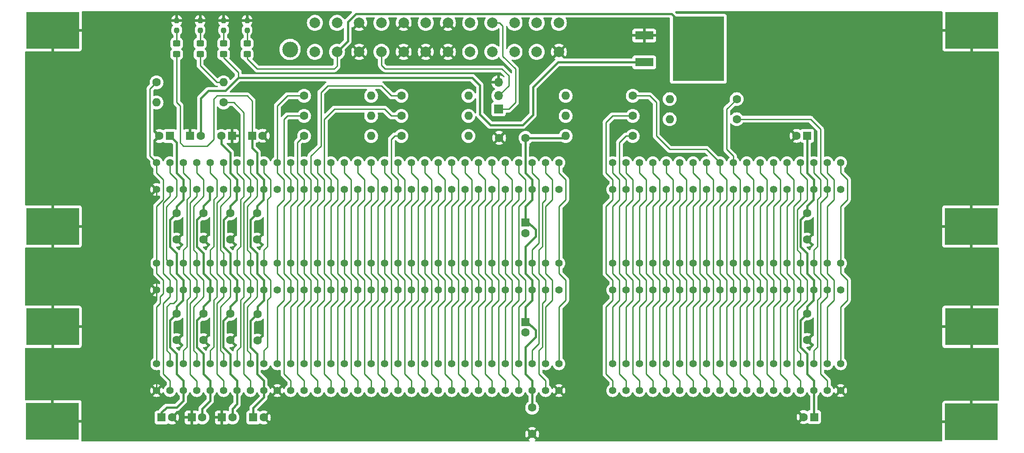
<source format=gbr>
%TF.GenerationSoftware,KiCad,Pcbnew,(6.0.7)*%
%TF.CreationDate,2022-08-07T08:27:23-07:00*%
%TF.ProjectId,isa_board,6973615f-626f-4617-9264-2e6b69636164,rev?*%
%TF.SameCoordinates,Original*%
%TF.FileFunction,Copper,L1,Top*%
%TF.FilePolarity,Positive*%
%FSLAX46Y46*%
G04 Gerber Fmt 4.6, Leading zero omitted, Abs format (unit mm)*
G04 Created by KiCad (PCBNEW (6.0.7)) date 2022-08-07 08:27:23*
%MOMM*%
%LPD*%
G01*
G04 APERTURE LIST*
G04 Aperture macros list*
%AMRoundRect*
0 Rectangle with rounded corners*
0 $1 Rounding radius*
0 $2 $3 $4 $5 $6 $7 $8 $9 X,Y pos of 4 corners*
0 Add a 4 corners polygon primitive as box body*
4,1,4,$2,$3,$4,$5,$6,$7,$8,$9,$2,$3,0*
0 Add four circle primitives for the rounded corners*
1,1,$1+$1,$2,$3*
1,1,$1+$1,$4,$5*
1,1,$1+$1,$6,$7*
1,1,$1+$1,$8,$9*
0 Add four rect primitives between the rounded corners*
20,1,$1+$1,$2,$3,$4,$5,0*
20,1,$1+$1,$4,$5,$6,$7,0*
20,1,$1+$1,$6,$7,$8,$9,0*
20,1,$1+$1,$8,$9,$2,$3,0*%
G04 Aperture macros list end*
%TA.AperFunction,ComponentPad*%
%ADD10C,3.000000*%
%TD*%
%TA.AperFunction,ComponentPad*%
%ADD11C,2.000000*%
%TD*%
%TA.AperFunction,ComponentPad*%
%ADD12R,1.600000X1.600000*%
%TD*%
%TA.AperFunction,ComponentPad*%
%ADD13C,1.600000*%
%TD*%
%TA.AperFunction,ComponentPad*%
%ADD14R,10.000000X7.000000*%
%TD*%
%TA.AperFunction,SMDPad,CuDef*%
%ADD15RoundRect,0.250000X-0.450000X0.325000X-0.450000X-0.325000X0.450000X-0.325000X0.450000X0.325000X0*%
%TD*%
%TA.AperFunction,ComponentPad*%
%ADD16O,1.600000X1.600000*%
%TD*%
%TA.AperFunction,SMDPad,CuDef*%
%ADD17RoundRect,0.237500X0.237500X-0.250000X0.237500X0.250000X-0.237500X0.250000X-0.237500X-0.250000X0*%
%TD*%
%TA.AperFunction,ComponentPad*%
%ADD18C,1.400000*%
%TD*%
%TA.AperFunction,ComponentPad*%
%ADD19R,1.700000X1.700000*%
%TD*%
%TA.AperFunction,ComponentPad*%
%ADD20O,1.700000X1.700000*%
%TD*%
%TA.AperFunction,SMDPad,CuDef*%
%ADD21R,3.500000X1.600000*%
%TD*%
%TA.AperFunction,SMDPad,CuDef*%
%ADD22R,9.750000X12.200000*%
%TD*%
%TA.AperFunction,Conductor*%
%ADD23C,0.381000*%
%TD*%
%TA.AperFunction,Conductor*%
%ADD24C,0.254000*%
%TD*%
%TA.AperFunction,Conductor*%
%ADD25C,0.200000*%
%TD*%
%TA.AperFunction,Conductor*%
%ADD26C,0.250000*%
%TD*%
G04 APERTURE END LIST*
D10*
%TO.P,J4,0*%
%TO.N,N/C*%
X92364178Y-44141803D03*
D11*
%TO.P,J4,1,3.3V*%
%TO.N,unconnected-(J4-Pad1)*%
X97064178Y-44601803D03*
%TO.P,J4,2,-12V*%
%TO.N,/12-*%
X101264178Y-44601803D03*
%TO.P,J4,3,GND*%
%TO.N,GND*%
X105464178Y-44601803D03*
%TO.P,J4,4,PWR*%
%TO.N,/PWRON*%
X109664178Y-44601803D03*
%TO.P,J4,5,GND*%
%TO.N,GND*%
X113864178Y-44601803D03*
%TO.P,J4,6,GND*%
X118064178Y-44601803D03*
%TO.P,J4,7,GND*%
X122264178Y-44601803D03*
%TO.P,J4,8,RSV*%
%TO.N,/-5ATX*%
X126464178Y-44601803D03*
%TO.P,J4,9,+5V*%
%TO.N,/5+*%
X130664178Y-44601803D03*
%TO.P,J4,10,+5V*%
X134864178Y-44601803D03*
%TO.P,J4,11,+5V*%
X139064178Y-44601803D03*
%TO.P,J4,12,GND*%
%TO.N,GND*%
X143264178Y-44601803D03*
%TO.P,J4,13,3.3V*%
%TO.N,unconnected-(J4-Pad13)*%
X97064178Y-39101803D03*
%TO.P,J4,14,3.3V*%
%TO.N,unconnected-(J4-Pad14)*%
X101264178Y-39101803D03*
%TO.P,J4,15,GND*%
%TO.N,GND*%
X105464178Y-39101803D03*
%TO.P,J4,16,+5V*%
%TO.N,/5+*%
X109664178Y-39101803D03*
%TO.P,J4,17,GND*%
%TO.N,GND*%
X113864178Y-39101803D03*
%TO.P,J4,18,+5V*%
%TO.N,/5+*%
X118064178Y-39101803D03*
%TO.P,J4,19,GND*%
%TO.N,GND*%
X122264178Y-39101803D03*
%TO.P,J4,20,PG*%
%TO.N,/PG*%
X126464178Y-39101803D03*
%TO.P,J4,21,+5VSB*%
%TO.N,/5VSB*%
X130664178Y-39101803D03*
%TO.P,J4,22,+12V*%
%TO.N,/12+*%
X134864178Y-39101803D03*
%TO.P,J4,23,+12V*%
X139064178Y-39101803D03*
%TO.P,J4,24,3.3V*%
%TO.N,unconnected-(J4-Pad24)*%
X143264178Y-39101803D03*
%TD*%
D12*
%TO.P,C14,1*%
%TO.N,/12+*%
X85400000Y-113880000D03*
D13*
%TO.P,C14,2*%
%TO.N,GND*%
X87400000Y-113880000D03*
%TD*%
D14*
%TO.P,H3,1,1*%
%TO.N,GND*%
X47395000Y-96695000D03*
%TD*%
D13*
%TO.P,C11,1*%
%TO.N,/5-*%
X75970000Y-75185000D03*
%TO.P,C11,2*%
%TO.N,GND*%
X75970000Y-80185000D03*
%TD*%
D15*
%TO.P,D3,1,K*%
%TO.N,Net-(D3-Pad1)*%
X70890000Y-43005000D03*
%TO.P,D3,2,A*%
%TO.N,/12+*%
X70890000Y-45055000D03*
%TD*%
%TO.P,D1,1,K*%
%TO.N,Net-(D1-Pad1)*%
X75335000Y-43005000D03*
%TO.P,D1,2,A*%
%TO.N,/5+*%
X75335000Y-45055000D03*
%TD*%
D13*
%TO.P,R1,1*%
%TO.N,/IOCHCK*%
X67080000Y-50380000D03*
D16*
%TO.P,R1,2*%
%TO.N,/5+*%
X79780000Y-50380000D03*
%TD*%
D14*
%TO.P,H7,1,1*%
%TO.N,GND*%
X221385000Y-96695000D03*
%TD*%
D13*
%TO.P,R8,1*%
%TO.N,/IOCS16*%
X157250000Y-60540000D03*
D16*
%TO.P,R8,2*%
%TO.N,/5+*%
X144550000Y-60540000D03*
%TD*%
D17*
%TO.P,R16,1*%
%TO.N,Net-(D3-Pad1)*%
X70890000Y-40497500D03*
%TO.P,R16,2*%
%TO.N,GND*%
X70890000Y-38672500D03*
%TD*%
D12*
%TO.P,C8,1*%
%TO.N,GND*%
X73467829Y-60539999D03*
D13*
%TO.P,C8,2*%
%TO.N,/5-*%
X75467829Y-60539999D03*
%TD*%
D12*
%TO.P,C1,1*%
%TO.N,/5+*%
X136930000Y-95779888D03*
D13*
%TO.P,C1,2*%
%TO.N,GND*%
X136930000Y-97779888D03*
%TD*%
%TO.P,C29,1*%
%TO.N,/5+*%
X190270000Y-75185000D03*
%TO.P,C29,2*%
%TO.N,GND*%
X190270000Y-80185000D03*
%TD*%
%TO.P,R5,1*%
%TO.N,/IOR*%
X113435000Y-56730000D03*
D16*
%TO.P,R5,2*%
%TO.N,/5+*%
X126135000Y-56730000D03*
%TD*%
D12*
%TO.P,C25,1*%
%TO.N,/5+*%
X190270000Y-60512826D03*
D13*
%TO.P,C25,2*%
%TO.N,GND*%
X188270000Y-60512826D03*
%TD*%
D12*
%TO.P,C27,1*%
%TO.N,/5+*%
X136930000Y-76955000D03*
D13*
%TO.P,C27,2*%
%TO.N,GND*%
X136930000Y-78955000D03*
%TD*%
%TO.P,C17,1*%
%TO.N,/12+*%
X86214539Y-94310304D03*
%TO.P,C17,2*%
%TO.N,GND*%
X86214539Y-99310304D03*
%TD*%
D14*
%TO.P,H5,1,1*%
%TO.N,GND*%
X221389344Y-40492560D03*
%TD*%
%TO.P,H4,1,1*%
%TO.N,GND*%
X47387526Y-114611973D03*
%TD*%
%TO.P,H2,1,1*%
%TO.N,GND*%
X47395000Y-77685000D03*
%TD*%
%TO.P,H6,1,1*%
%TO.N,GND*%
X221334935Y-77685000D03*
%TD*%
D13*
%TO.P,C4,1*%
%TO.N,/5+*%
X190270000Y-94195000D03*
%TO.P,C4,2*%
%TO.N,GND*%
X190270000Y-99195000D03*
%TD*%
D15*
%TO.P,D2,1,K*%
%TO.N,Net-(D2-Pad1)*%
X79780000Y-43005000D03*
%TO.P,D2,2,A*%
%TO.N,/5-*%
X79780000Y-45055000D03*
%TD*%
D12*
%TO.P,C9,1*%
%TO.N,GND*%
X73744887Y-113880000D03*
D13*
%TO.P,C9,2*%
%TO.N,/5-*%
X75744887Y-113880000D03*
%TD*%
D12*
%TO.P,C19,1*%
%TO.N,GND*%
X79459887Y-113880000D03*
D13*
%TO.P,C19,2*%
%TO.N,/12-*%
X81459887Y-113880000D03*
%TD*%
%TO.P,C30,1*%
%TO.N,/5+*%
X138200000Y-112015000D03*
%TO.P,C30,2*%
%TO.N,GND*%
X138200000Y-117015000D03*
%TD*%
D12*
%TO.P,C3,1*%
%TO.N,/5+*%
X68029887Y-113880000D03*
D13*
%TO.P,C3,2*%
%TO.N,GND*%
X70029887Y-113880000D03*
%TD*%
%TO.P,C24,1*%
%TO.N,/12-*%
X81050000Y-94235000D03*
%TO.P,C24,2*%
%TO.N,GND*%
X81050000Y-99235000D03*
%TD*%
%TO.P,C5,1*%
%TO.N,/5+*%
X70890000Y-75185000D03*
%TO.P,C5,2*%
%TO.N,GND*%
X70890000Y-80185000D03*
%TD*%
%TO.P,R3,1*%
%TO.N,/SMEMR*%
X95020000Y-60540000D03*
D16*
%TO.P,R3,2*%
%TO.N,/5+*%
X107720000Y-60540000D03*
%TD*%
D18*
%TO.P,J3,1,A1*%
%TO.N,GND*%
X67080000Y-70700000D03*
%TO.P,J3,2,A2*%
%TO.N,/RESOUT*%
X69620000Y-70700000D03*
%TO.P,J3,3,A3*%
%TO.N,/5+*%
X72160000Y-70700000D03*
%TO.P,J3,4,A4*%
%TO.N,/IRQ2*%
X74700000Y-70700000D03*
%TO.P,J3,5,A5*%
%TO.N,/5-*%
X77240000Y-70700000D03*
%TO.P,J3,6,A6*%
%TO.N,/DRQ2*%
X79780000Y-70700000D03*
%TO.P,J3,7,A7*%
%TO.N,/12-*%
X82320000Y-70700000D03*
%TO.P,J3,8,A8*%
%TO.N,/SRDY*%
X84860000Y-70700000D03*
%TO.P,J3,9,A9*%
%TO.N,/12+*%
X87400000Y-70700000D03*
%TO.P,J3,10,A10*%
%TO.N,GND*%
X89940000Y-70700000D03*
%TO.P,J3,11,A11*%
%TO.N,/SMEMW*%
X92480000Y-70700000D03*
%TO.P,J3,12,A12*%
%TO.N,/SMEMR*%
X95020000Y-70700000D03*
%TO.P,J3,13,A13*%
%TO.N,/IOW*%
X97560000Y-70700000D03*
%TO.P,J3,14,A14*%
%TO.N,/IOR*%
X100100000Y-70700000D03*
%TO.P,J3,15,A15*%
%TO.N,/DACK3*%
X102640000Y-70700000D03*
%TO.P,J3,16,A16*%
%TO.N,/DRQ3*%
X105180000Y-70700000D03*
%TO.P,J3,17,A17*%
%TO.N,/DACK1*%
X107720000Y-70700000D03*
%TO.P,J3,18,A18*%
%TO.N,/DRQ1*%
X110260000Y-70700000D03*
%TO.P,J3,19,A19*%
%TO.N,/REFRESH*%
X112800000Y-70700000D03*
%TO.P,J3,20,A20*%
%TO.N,/CLK*%
X115340000Y-70700000D03*
%TO.P,J3,21,A21*%
%TO.N,/IRQ7*%
X117880000Y-70700000D03*
%TO.P,J3,22,A22*%
%TO.N,/IRQ6*%
X120420000Y-70700000D03*
%TO.P,J3,23,A23*%
%TO.N,/IRQ5*%
X122960000Y-70700000D03*
%TO.P,J3,24,A24*%
%TO.N,/IRQ4*%
X125500000Y-70700000D03*
%TO.P,J3,25,A25*%
%TO.N,/IRQ3*%
X128040000Y-70700000D03*
%TO.P,J3,26,A26*%
%TO.N,/DACK2*%
X130580000Y-70700000D03*
%TO.P,J3,27,A27*%
%TO.N,/TC*%
X133120000Y-70700000D03*
%TO.P,J3,28,A28*%
%TO.N,/BALE*%
X135660000Y-70700000D03*
%TO.P,J3,29,A29*%
%TO.N,/5+*%
X138200000Y-70700000D03*
%TO.P,J3,30,A30*%
%TO.N,/OSC*%
X140740000Y-70700000D03*
%TO.P,J3,31,A31*%
%TO.N,GND*%
X143280000Y-70700000D03*
%TO.P,J3,32,B1*%
%TO.N,/IOCHCK*%
X67080000Y-65620000D03*
%TO.P,J3,33,B2*%
%TO.N,/SD7*%
X69620000Y-65620000D03*
%TO.P,J3,34,B3*%
%TO.N,/SD6*%
X72160000Y-65620000D03*
%TO.P,J3,35,B4*%
%TO.N,/SD5*%
X74700000Y-65620000D03*
%TO.P,J3,36,B5*%
%TO.N,/SD4*%
X77240000Y-65620000D03*
%TO.P,J3,37,B6*%
%TO.N,/SD3*%
X79780000Y-65620000D03*
%TO.P,J3,38,B7*%
%TO.N,/SD2*%
X82320000Y-65620000D03*
%TO.P,J3,39,B8*%
%TO.N,/SD1*%
X84860000Y-65620000D03*
%TO.P,J3,40,B9*%
%TO.N,/SD0*%
X87400000Y-65620000D03*
%TO.P,J3,41,B10*%
%TO.N,/IOCHRDY*%
X89940000Y-65620000D03*
%TO.P,J3,42,B11*%
%TO.N,/AEN*%
X92480000Y-65620000D03*
%TO.P,J3,43,B12*%
%TO.N,/SA19*%
X95020000Y-65620000D03*
%TO.P,J3,44,B13*%
%TO.N,/SA18*%
X97560000Y-65620000D03*
%TO.P,J3,45,B14*%
%TO.N,/SA17*%
X100100000Y-65620000D03*
%TO.P,J3,46,B15*%
%TO.N,/SA16*%
X102640000Y-65620000D03*
%TO.P,J3,47,B16*%
%TO.N,/SA15*%
X105180000Y-65620000D03*
%TO.P,J3,48,B17*%
%TO.N,/SA14*%
X107720000Y-65620000D03*
%TO.P,J3,49,B18*%
%TO.N,/SA13*%
X110260000Y-65620000D03*
%TO.P,J3,50,B19*%
%TO.N,/SA12*%
X112800000Y-65620000D03*
%TO.P,J3,51,B20*%
%TO.N,/SA11*%
X115340000Y-65620000D03*
%TO.P,J3,52,B21*%
%TO.N,/SA10*%
X117880000Y-65620000D03*
%TO.P,J3,53,B22*%
%TO.N,/SA9*%
X120420000Y-65620000D03*
%TO.P,J3,54,B23*%
%TO.N,/SA8*%
X122960000Y-65620000D03*
%TO.P,J3,55,B24*%
%TO.N,/SA7*%
X125500000Y-65620000D03*
%TO.P,J3,56,B25*%
%TO.N,/SA6*%
X128040000Y-65620000D03*
%TO.P,J3,57,B26*%
%TO.N,/SA5*%
X130580000Y-65620000D03*
%TO.P,J3,58,B27*%
%TO.N,/SA4*%
X133120000Y-65620000D03*
%TO.P,J3,59,B28*%
%TO.N,/SA3*%
X135660000Y-65620000D03*
%TO.P,J3,60,B29*%
%TO.N,/SA2*%
X138200000Y-65620000D03*
%TO.P,J3,61,B30*%
%TO.N,/SA1*%
X140740000Y-65620000D03*
%TO.P,J3,62,B31*%
%TO.N,/SA0*%
X143280000Y-65620000D03*
%TO.P,J3,63,C1*%
%TO.N,/MEMCS16*%
X153440000Y-70700000D03*
%TO.P,J3,64,C2*%
%TO.N,/IOCS16*%
X155980000Y-70700000D03*
%TO.P,J3,65,C3*%
%TO.N,/IRQ10*%
X158520000Y-70700000D03*
%TO.P,J3,66,C4*%
%TO.N,/IRQ11*%
X161060000Y-70700000D03*
%TO.P,J3,67,C5*%
%TO.N,/IRQ12*%
X163600000Y-70700000D03*
%TO.P,J3,68,C6*%
%TO.N,/IRQ13*%
X166140000Y-70700000D03*
%TO.P,J3,69,C7*%
%TO.N,/IRQ14*%
X168680000Y-70700000D03*
%TO.P,J3,70,C8*%
%TO.N,/DACK0*%
X171220000Y-70700000D03*
%TO.P,J3,71,C9*%
%TO.N,/DRQ0*%
X173760000Y-70700000D03*
%TO.P,J3,72,C10*%
%TO.N,/DACK5*%
X176300000Y-70700000D03*
%TO.P,J3,73,C11*%
%TO.N,/DRQ5*%
X178840000Y-70700000D03*
%TO.P,J3,74,C12*%
%TO.N,/DACK6*%
X181380000Y-70700000D03*
%TO.P,J3,75,C13*%
%TO.N,/DRQ6*%
X183920000Y-70700000D03*
%TO.P,J3,76,C14*%
%TO.N,/DACK7*%
X186460000Y-70700000D03*
%TO.P,J3,77,C15*%
%TO.N,/DRQ7*%
X189000000Y-70700000D03*
%TO.P,J3,78,C16*%
%TO.N,/5+*%
X191540000Y-70700000D03*
%TO.P,J3,79,C17*%
%TO.N,/MASTER*%
X194080000Y-70700000D03*
%TO.P,J3,80,C18*%
%TO.N,GND*%
X196620000Y-70700000D03*
%TO.P,J3,81,D1*%
%TO.N,/SBHE*%
X153440000Y-65620000D03*
%TO.P,J3,82,D2*%
%TO.N,/LA23*%
X155980000Y-65620000D03*
%TO.P,J3,83,D3*%
%TO.N,/LA22*%
X158520000Y-65620000D03*
%TO.P,J3,84,D4*%
%TO.N,/LA21*%
X161060000Y-65620000D03*
%TO.P,J3,85,D5*%
%TO.N,/LA20*%
X163600000Y-65620000D03*
%TO.P,J3,86,D6*%
%TO.N,/LA19*%
X166140000Y-65620000D03*
%TO.P,J3,87,D7*%
%TO.N,/LA18*%
X168680000Y-65620000D03*
%TO.P,J3,88,D8*%
%TO.N,/LA17*%
X171220000Y-65620000D03*
%TO.P,J3,89,D9*%
%TO.N,/MEMR*%
X173760000Y-65620000D03*
%TO.P,J3,90,D10*%
%TO.N,/MEMW*%
X176300000Y-65620000D03*
%TO.P,J3,91,D11*%
%TO.N,/SD8*%
X178840000Y-65620000D03*
%TO.P,J3,92,D12*%
%TO.N,/SD9*%
X181380000Y-65620000D03*
%TO.P,J3,93,D13*%
%TO.N,/SD10*%
X183920000Y-65620000D03*
%TO.P,J3,94,D14*%
%TO.N,/SD11*%
X186460000Y-65620000D03*
%TO.P,J3,95,D15*%
%TO.N,/SD12*%
X189000000Y-65620000D03*
%TO.P,J3,96,D16*%
%TO.N,/SD13*%
X191540000Y-65620000D03*
%TO.P,J3,97,D17*%
%TO.N,/SD14*%
X194080000Y-65620000D03*
%TO.P,J3,98,D18*%
%TO.N,/SD15*%
X196620000Y-65620000D03*
%TD*%
D13*
%TO.P,C28,1*%
%TO.N,/5+*%
X136950000Y-60910000D03*
%TO.P,C28,2*%
%TO.N,GND*%
X131950000Y-60910000D03*
%TD*%
D17*
%TO.P,R17,1*%
%TO.N,Net-(D4-Pad1)*%
X84225000Y-40497500D03*
%TO.P,R17,2*%
%TO.N,GND*%
X84225000Y-38672500D03*
%TD*%
D13*
%TO.P,C10,1*%
%TO.N,/5-*%
X75970000Y-94235000D03*
%TO.P,C10,2*%
%TO.N,GND*%
X75970000Y-99235000D03*
%TD*%
D17*
%TO.P,R14,1*%
%TO.N,Net-(D1-Pad1)*%
X75335000Y-40497500D03*
%TO.P,R14,2*%
%TO.N,GND*%
X75335000Y-38672500D03*
%TD*%
D13*
%TO.P,R9,1*%
%TO.N,/MEMCS16*%
X157250000Y-56730000D03*
D16*
%TO.P,R9,2*%
%TO.N,/5+*%
X144550000Y-56730000D03*
%TD*%
D13*
%TO.P,R7,1*%
%TO.N,/MEMW*%
X176935000Y-53555000D03*
D16*
%TO.P,R7,2*%
%TO.N,/5+*%
X164235000Y-53555000D03*
%TD*%
D13*
%TO.P,R10,1*%
%TO.N,/MASTER*%
X176935000Y-57365000D03*
D16*
%TO.P,R10,2*%
%TO.N,/5+*%
X164235000Y-57365000D03*
%TD*%
D12*
%TO.P,C26,1*%
%TO.N,/5+*%
X191596264Y-113822079D03*
D13*
%TO.P,C26,2*%
%TO.N,GND*%
X189596264Y-113822079D03*
%TD*%
D18*
%TO.P,J2,1,A1*%
%TO.N,GND*%
X67080000Y-89750000D03*
%TO.P,J2,2,A2*%
%TO.N,/RESOUT*%
X69620000Y-89750000D03*
%TO.P,J2,3,A3*%
%TO.N,/5+*%
X72160000Y-89750000D03*
%TO.P,J2,4,A4*%
%TO.N,/IRQ2*%
X74700000Y-89750000D03*
%TO.P,J2,5,A5*%
%TO.N,/5-*%
X77240000Y-89750000D03*
%TO.P,J2,6,A6*%
%TO.N,/DRQ2*%
X79780000Y-89750000D03*
%TO.P,J2,7,A7*%
%TO.N,/12-*%
X82320000Y-89750000D03*
%TO.P,J2,8,A8*%
%TO.N,/SRDY*%
X84860000Y-89750000D03*
%TO.P,J2,9,A9*%
%TO.N,/12+*%
X87400000Y-89750000D03*
%TO.P,J2,10,A10*%
%TO.N,GND*%
X89940000Y-89750000D03*
%TO.P,J2,11,A11*%
%TO.N,/SMEMW*%
X92480000Y-89750000D03*
%TO.P,J2,12,A12*%
%TO.N,/SMEMR*%
X95020000Y-89750000D03*
%TO.P,J2,13,A13*%
%TO.N,/IOW*%
X97560000Y-89750000D03*
%TO.P,J2,14,A14*%
%TO.N,/IOR*%
X100100000Y-89750000D03*
%TO.P,J2,15,A15*%
%TO.N,/DACK3*%
X102640000Y-89750000D03*
%TO.P,J2,16,A16*%
%TO.N,/DRQ3*%
X105180000Y-89750000D03*
%TO.P,J2,17,A17*%
%TO.N,/DACK1*%
X107720000Y-89750000D03*
%TO.P,J2,18,A18*%
%TO.N,/DRQ1*%
X110260000Y-89750000D03*
%TO.P,J2,19,A19*%
%TO.N,/REFRESH*%
X112800000Y-89750000D03*
%TO.P,J2,20,A20*%
%TO.N,/CLK*%
X115340000Y-89750000D03*
%TO.P,J2,21,A21*%
%TO.N,/IRQ7*%
X117880000Y-89750000D03*
%TO.P,J2,22,A22*%
%TO.N,/IRQ6*%
X120420000Y-89750000D03*
%TO.P,J2,23,A23*%
%TO.N,/IRQ5*%
X122960000Y-89750000D03*
%TO.P,J2,24,A24*%
%TO.N,/IRQ4*%
X125500000Y-89750000D03*
%TO.P,J2,25,A25*%
%TO.N,/IRQ3*%
X128040000Y-89750000D03*
%TO.P,J2,26,A26*%
%TO.N,/DACK2*%
X130580000Y-89750000D03*
%TO.P,J2,27,A27*%
%TO.N,/TC*%
X133120000Y-89750000D03*
%TO.P,J2,28,A28*%
%TO.N,/BALE*%
X135660000Y-89750000D03*
%TO.P,J2,29,A29*%
%TO.N,/5+*%
X138200000Y-89750000D03*
%TO.P,J2,30,A30*%
%TO.N,/OSC*%
X140740000Y-89750000D03*
%TO.P,J2,31,A31*%
%TO.N,GND*%
X143280000Y-89750000D03*
%TO.P,J2,32,B1*%
%TO.N,/IOCHCK*%
X67080000Y-84670000D03*
%TO.P,J2,33,B2*%
%TO.N,/SD7*%
X69620000Y-84670000D03*
%TO.P,J2,34,B3*%
%TO.N,/SD6*%
X72160000Y-84670000D03*
%TO.P,J2,35,B4*%
%TO.N,/SD5*%
X74700000Y-84670000D03*
%TO.P,J2,36,B5*%
%TO.N,/SD4*%
X77240000Y-84670000D03*
%TO.P,J2,37,B6*%
%TO.N,/SD3*%
X79780000Y-84670000D03*
%TO.P,J2,38,B7*%
%TO.N,/SD2*%
X82320000Y-84670000D03*
%TO.P,J2,39,B8*%
%TO.N,/SD1*%
X84860000Y-84670000D03*
%TO.P,J2,40,B9*%
%TO.N,/SD0*%
X87400000Y-84670000D03*
%TO.P,J2,41,B10*%
%TO.N,/IOCHRDY*%
X89940000Y-84670000D03*
%TO.P,J2,42,B11*%
%TO.N,/AEN*%
X92480000Y-84670000D03*
%TO.P,J2,43,B12*%
%TO.N,/SA19*%
X95020000Y-84670000D03*
%TO.P,J2,44,B13*%
%TO.N,/SA18*%
X97560000Y-84670000D03*
%TO.P,J2,45,B14*%
%TO.N,/SA17*%
X100100000Y-84670000D03*
%TO.P,J2,46,B15*%
%TO.N,/SA16*%
X102640000Y-84670000D03*
%TO.P,J2,47,B16*%
%TO.N,/SA15*%
X105180000Y-84670000D03*
%TO.P,J2,48,B17*%
%TO.N,/SA14*%
X107720000Y-84670000D03*
%TO.P,J2,49,B18*%
%TO.N,/SA13*%
X110260000Y-84670000D03*
%TO.P,J2,50,B19*%
%TO.N,/SA12*%
X112800000Y-84670000D03*
%TO.P,J2,51,B20*%
%TO.N,/SA11*%
X115340000Y-84670000D03*
%TO.P,J2,52,B21*%
%TO.N,/SA10*%
X117880000Y-84670000D03*
%TO.P,J2,53,B22*%
%TO.N,/SA9*%
X120420000Y-84670000D03*
%TO.P,J2,54,B23*%
%TO.N,/SA8*%
X122960000Y-84670000D03*
%TO.P,J2,55,B24*%
%TO.N,/SA7*%
X125500000Y-84670000D03*
%TO.P,J2,56,B25*%
%TO.N,/SA6*%
X128040000Y-84670000D03*
%TO.P,J2,57,B26*%
%TO.N,/SA5*%
X130580000Y-84670000D03*
%TO.P,J2,58,B27*%
%TO.N,/SA4*%
X133120000Y-84670000D03*
%TO.P,J2,59,B28*%
%TO.N,/SA3*%
X135660000Y-84670000D03*
%TO.P,J2,60,B29*%
%TO.N,/SA2*%
X138200000Y-84670000D03*
%TO.P,J2,61,B30*%
%TO.N,/SA1*%
X140740000Y-84670000D03*
%TO.P,J2,62,B31*%
%TO.N,/SA0*%
X143280000Y-84670000D03*
%TO.P,J2,63,C1*%
%TO.N,/MEMCS16*%
X153440000Y-89750000D03*
%TO.P,J2,64,C2*%
%TO.N,/IOCS16*%
X155980000Y-89750000D03*
%TO.P,J2,65,C3*%
%TO.N,/IRQ10*%
X158520000Y-89750000D03*
%TO.P,J2,66,C4*%
%TO.N,/IRQ11*%
X161060000Y-89750000D03*
%TO.P,J2,67,C5*%
%TO.N,/IRQ12*%
X163600000Y-89750000D03*
%TO.P,J2,68,C6*%
%TO.N,/IRQ13*%
X166140000Y-89750000D03*
%TO.P,J2,69,C7*%
%TO.N,/IRQ14*%
X168680000Y-89750000D03*
%TO.P,J2,70,C8*%
%TO.N,/DACK0*%
X171220000Y-89750000D03*
%TO.P,J2,71,C9*%
%TO.N,/DRQ0*%
X173760000Y-89750000D03*
%TO.P,J2,72,C10*%
%TO.N,/DACK5*%
X176300000Y-89750000D03*
%TO.P,J2,73,C11*%
%TO.N,/DRQ5*%
X178840000Y-89750000D03*
%TO.P,J2,74,C12*%
%TO.N,/DACK6*%
X181380000Y-89750000D03*
%TO.P,J2,75,C13*%
%TO.N,/DRQ6*%
X183920000Y-89750000D03*
%TO.P,J2,76,C14*%
%TO.N,/DACK7*%
X186460000Y-89750000D03*
%TO.P,J2,77,C15*%
%TO.N,/DRQ7*%
X189000000Y-89750000D03*
%TO.P,J2,78,C16*%
%TO.N,/5+*%
X191540000Y-89750000D03*
%TO.P,J2,79,C17*%
%TO.N,/MASTER*%
X194080000Y-89750000D03*
%TO.P,J2,80,C18*%
%TO.N,GND*%
X196620000Y-89750000D03*
%TO.P,J2,81,D1*%
%TO.N,/SBHE*%
X153440000Y-84670000D03*
%TO.P,J2,82,D2*%
%TO.N,/LA23*%
X155980000Y-84670000D03*
%TO.P,J2,83,D3*%
%TO.N,/LA22*%
X158520000Y-84670000D03*
%TO.P,J2,84,D4*%
%TO.N,/LA21*%
X161060000Y-84670000D03*
%TO.P,J2,85,D5*%
%TO.N,/LA20*%
X163600000Y-84670000D03*
%TO.P,J2,86,D6*%
%TO.N,/LA19*%
X166140000Y-84670000D03*
%TO.P,J2,87,D7*%
%TO.N,/LA18*%
X168680000Y-84670000D03*
%TO.P,J2,88,D8*%
%TO.N,/LA17*%
X171220000Y-84670000D03*
%TO.P,J2,89,D9*%
%TO.N,/MEMR*%
X173760000Y-84670000D03*
%TO.P,J2,90,D10*%
%TO.N,/MEMW*%
X176300000Y-84670000D03*
%TO.P,J2,91,D11*%
%TO.N,/SD8*%
X178840000Y-84670000D03*
%TO.P,J2,92,D12*%
%TO.N,/SD9*%
X181380000Y-84670000D03*
%TO.P,J2,93,D13*%
%TO.N,/SD10*%
X183920000Y-84670000D03*
%TO.P,J2,94,D14*%
%TO.N,/SD11*%
X186460000Y-84670000D03*
%TO.P,J2,95,D15*%
%TO.N,/SD12*%
X189000000Y-84670000D03*
%TO.P,J2,96,D16*%
%TO.N,/SD13*%
X191540000Y-84670000D03*
%TO.P,J2,97,D17*%
%TO.N,/SD14*%
X194080000Y-84670000D03*
%TO.P,J2,98,D18*%
%TO.N,/SD15*%
X196620000Y-84670000D03*
%TD*%
D13*
%TO.P,R13,1*%
%TO.N,/IOCHRDY*%
X95020000Y-52920000D03*
D16*
%TO.P,R13,2*%
%TO.N,/5+*%
X107720000Y-52920000D03*
%TD*%
D13*
%TO.P,R11,1*%
%TO.N,/REFRESH*%
X113435000Y-60540000D03*
D16*
%TO.P,R11,2*%
%TO.N,/5+*%
X126135000Y-60540000D03*
%TD*%
D12*
%TO.P,C21,1*%
%TO.N,GND*%
X81354929Y-60540000D03*
D13*
%TO.P,C21,2*%
%TO.N,/12-*%
X79354929Y-60540000D03*
%TD*%
%TO.P,C22,1*%
%TO.N,/12-*%
X81050000Y-75185000D03*
%TO.P,C22,2*%
%TO.N,GND*%
X81050000Y-80185000D03*
%TD*%
D14*
%TO.P,H1,1,1*%
%TO.N,GND*%
X47400438Y-40509230D03*
%TD*%
D15*
%TO.P,D4,1,K*%
%TO.N,Net-(D4-Pad1)*%
X84225000Y-43005000D03*
%TO.P,D4,2,A*%
%TO.N,/12-*%
X84225000Y-45055000D03*
%TD*%
D13*
%TO.P,C16,1*%
%TO.N,/12+*%
X86130000Y-75185000D03*
%TO.P,C16,2*%
%TO.N,GND*%
X86130000Y-80185000D03*
%TD*%
D14*
%TO.P,H8,1,1*%
%TO.N,GND*%
X221378468Y-114716154D03*
%TD*%
D12*
%TO.P,C2,1*%
%TO.N,/5+*%
X69620000Y-60540000D03*
D13*
%TO.P,C2,2*%
%TO.N,GND*%
X67620000Y-60540000D03*
%TD*%
D18*
%TO.P,J1,1,A1*%
%TO.N,GND*%
X67080000Y-108800000D03*
%TO.P,J1,2,A2*%
%TO.N,/RESOUT*%
X69620000Y-108800000D03*
%TO.P,J1,3,A3*%
%TO.N,/5+*%
X72160000Y-108800000D03*
%TO.P,J1,4,A4*%
%TO.N,/IRQ2*%
X74700000Y-108800000D03*
%TO.P,J1,5,A5*%
%TO.N,/5-*%
X77240000Y-108800000D03*
%TO.P,J1,6,A6*%
%TO.N,/DRQ2*%
X79780000Y-108800000D03*
%TO.P,J1,7,A7*%
%TO.N,/12-*%
X82320000Y-108800000D03*
%TO.P,J1,8,A8*%
%TO.N,/SRDY*%
X84860000Y-108800000D03*
%TO.P,J1,9,A9*%
%TO.N,/12+*%
X87400000Y-108800000D03*
%TO.P,J1,10,A10*%
%TO.N,GND*%
X89940000Y-108800000D03*
%TO.P,J1,11,A11*%
%TO.N,/SMEMW*%
X92480000Y-108800000D03*
%TO.P,J1,12,A12*%
%TO.N,/SMEMR*%
X95020000Y-108800000D03*
%TO.P,J1,13,A13*%
%TO.N,/IOW*%
X97560000Y-108800000D03*
%TO.P,J1,14,A14*%
%TO.N,/IOR*%
X100100000Y-108800000D03*
%TO.P,J1,15,A15*%
%TO.N,/DACK3*%
X102640000Y-108800000D03*
%TO.P,J1,16,A16*%
%TO.N,/DRQ3*%
X105180000Y-108800000D03*
%TO.P,J1,17,A17*%
%TO.N,/DACK1*%
X107720000Y-108800000D03*
%TO.P,J1,18,A18*%
%TO.N,/DRQ1*%
X110260000Y-108800000D03*
%TO.P,J1,19,A19*%
%TO.N,/REFRESH*%
X112800000Y-108800000D03*
%TO.P,J1,20,A20*%
%TO.N,/CLK*%
X115340000Y-108800000D03*
%TO.P,J1,21,A21*%
%TO.N,/IRQ7*%
X117880000Y-108800000D03*
%TO.P,J1,22,A22*%
%TO.N,/IRQ6*%
X120420000Y-108800000D03*
%TO.P,J1,23,A23*%
%TO.N,/IRQ5*%
X122960000Y-108800000D03*
%TO.P,J1,24,A24*%
%TO.N,/IRQ4*%
X125500000Y-108800000D03*
%TO.P,J1,25,A25*%
%TO.N,/IRQ3*%
X128040000Y-108800000D03*
%TO.P,J1,26,A26*%
%TO.N,/DACK2*%
X130580000Y-108800000D03*
%TO.P,J1,27,A27*%
%TO.N,/TC*%
X133120000Y-108800000D03*
%TO.P,J1,28,A28*%
%TO.N,/BALE*%
X135660000Y-108800000D03*
%TO.P,J1,29,A29*%
%TO.N,/5+*%
X138200000Y-108800000D03*
%TO.P,J1,30,A30*%
%TO.N,/OSC*%
X140740000Y-108800000D03*
%TO.P,J1,31,A31*%
%TO.N,GND*%
X143280000Y-108800000D03*
%TO.P,J1,32,B1*%
%TO.N,/IOCHCK*%
X67080000Y-103720000D03*
%TO.P,J1,33,B2*%
%TO.N,/SD7*%
X69620000Y-103720000D03*
%TO.P,J1,34,B3*%
%TO.N,/SD6*%
X72160000Y-103720000D03*
%TO.P,J1,35,B4*%
%TO.N,/SD5*%
X74700000Y-103720000D03*
%TO.P,J1,36,B5*%
%TO.N,/SD4*%
X77240000Y-103720000D03*
%TO.P,J1,37,B6*%
%TO.N,/SD3*%
X79780000Y-103720000D03*
%TO.P,J1,38,B7*%
%TO.N,/SD2*%
X82320000Y-103720000D03*
%TO.P,J1,39,B8*%
%TO.N,/SD1*%
X84860000Y-103720000D03*
%TO.P,J1,40,B9*%
%TO.N,/SD0*%
X87400000Y-103720000D03*
%TO.P,J1,41,B10*%
%TO.N,/IOCHRDY*%
X89940000Y-103720000D03*
%TO.P,J1,42,B11*%
%TO.N,/AEN*%
X92480000Y-103720000D03*
%TO.P,J1,43,B12*%
%TO.N,/SA19*%
X95020000Y-103720000D03*
%TO.P,J1,44,B13*%
%TO.N,/SA18*%
X97560000Y-103720000D03*
%TO.P,J1,45,B14*%
%TO.N,/SA17*%
X100100000Y-103720000D03*
%TO.P,J1,46,B15*%
%TO.N,/SA16*%
X102640000Y-103720000D03*
%TO.P,J1,47,B16*%
%TO.N,/SA15*%
X105180000Y-103720000D03*
%TO.P,J1,48,B17*%
%TO.N,/SA14*%
X107720000Y-103720000D03*
%TO.P,J1,49,B18*%
%TO.N,/SA13*%
X110260000Y-103720000D03*
%TO.P,J1,50,B19*%
%TO.N,/SA12*%
X112800000Y-103720000D03*
%TO.P,J1,51,B20*%
%TO.N,/SA11*%
X115340000Y-103720000D03*
%TO.P,J1,52,B21*%
%TO.N,/SA10*%
X117880000Y-103720000D03*
%TO.P,J1,53,B22*%
%TO.N,/SA9*%
X120420000Y-103720000D03*
%TO.P,J1,54,B23*%
%TO.N,/SA8*%
X122960000Y-103720000D03*
%TO.P,J1,55,B24*%
%TO.N,/SA7*%
X125500000Y-103720000D03*
%TO.P,J1,56,B25*%
%TO.N,/SA6*%
X128040000Y-103720000D03*
%TO.P,J1,57,B26*%
%TO.N,/SA5*%
X130580000Y-103720000D03*
%TO.P,J1,58,B27*%
%TO.N,/SA4*%
X133120000Y-103720000D03*
%TO.P,J1,59,B28*%
%TO.N,/SA3*%
X135660000Y-103720000D03*
%TO.P,J1,60,B29*%
%TO.N,/SA2*%
X138200000Y-103720000D03*
%TO.P,J1,61,B30*%
%TO.N,/SA1*%
X140740000Y-103720000D03*
%TO.P,J1,62,B31*%
%TO.N,/SA0*%
X143280000Y-103720000D03*
%TO.P,J1,63,C1*%
%TO.N,/MEMCS16*%
X153440000Y-108800000D03*
%TO.P,J1,64,C2*%
%TO.N,/IOCS16*%
X155980000Y-108800000D03*
%TO.P,J1,65,C3*%
%TO.N,/IRQ10*%
X158520000Y-108800000D03*
%TO.P,J1,66,C4*%
%TO.N,/IRQ11*%
X161060000Y-108800000D03*
%TO.P,J1,67,C5*%
%TO.N,/IRQ12*%
X163600000Y-108800000D03*
%TO.P,J1,68,C6*%
%TO.N,/IRQ13*%
X166140000Y-108800000D03*
%TO.P,J1,69,C7*%
%TO.N,/IRQ14*%
X168680000Y-108800000D03*
%TO.P,J1,70,C8*%
%TO.N,/DACK0*%
X171220000Y-108800000D03*
%TO.P,J1,71,C9*%
%TO.N,/DRQ0*%
X173760000Y-108800000D03*
%TO.P,J1,72,C10*%
%TO.N,/DACK5*%
X176300000Y-108800000D03*
%TO.P,J1,73,C11*%
%TO.N,/DRQ5*%
X178840000Y-108800000D03*
%TO.P,J1,74,C12*%
%TO.N,/DACK6*%
X181380000Y-108800000D03*
%TO.P,J1,75,C13*%
%TO.N,/DRQ6*%
X183920000Y-108800000D03*
%TO.P,J1,76,C14*%
%TO.N,/DACK7*%
X186460000Y-108800000D03*
%TO.P,J1,77,C15*%
%TO.N,/DRQ7*%
X189000000Y-108800000D03*
%TO.P,J1,78,C16*%
%TO.N,/5+*%
X191540000Y-108800000D03*
%TO.P,J1,79,C17*%
%TO.N,/MASTER*%
X194080000Y-108800000D03*
%TO.P,J1,80,C18*%
%TO.N,GND*%
X196620000Y-108800000D03*
%TO.P,J1,81,D1*%
%TO.N,/SBHE*%
X153440000Y-103720000D03*
%TO.P,J1,82,D2*%
%TO.N,/LA23*%
X155980000Y-103720000D03*
%TO.P,J1,83,D3*%
%TO.N,/LA22*%
X158520000Y-103720000D03*
%TO.P,J1,84,D4*%
%TO.N,/LA21*%
X161060000Y-103720000D03*
%TO.P,J1,85,D5*%
%TO.N,/LA20*%
X163600000Y-103720000D03*
%TO.P,J1,86,D6*%
%TO.N,/LA19*%
X166140000Y-103720000D03*
%TO.P,J1,87,D7*%
%TO.N,/LA18*%
X168680000Y-103720000D03*
%TO.P,J1,88,D8*%
%TO.N,/LA17*%
X171220000Y-103720000D03*
%TO.P,J1,89,D9*%
%TO.N,/MEMR*%
X173760000Y-103720000D03*
%TO.P,J1,90,D10*%
%TO.N,/MEMW*%
X176300000Y-103720000D03*
%TO.P,J1,91,D11*%
%TO.N,/SD8*%
X178840000Y-103720000D03*
%TO.P,J1,92,D12*%
%TO.N,/SD9*%
X181380000Y-103720000D03*
%TO.P,J1,93,D13*%
%TO.N,/SD10*%
X183920000Y-103720000D03*
%TO.P,J1,94,D14*%
%TO.N,/SD11*%
X186460000Y-103720000D03*
%TO.P,J1,95,D15*%
%TO.N,/SD12*%
X189000000Y-103720000D03*
%TO.P,J1,96,D16*%
%TO.N,/SD13*%
X191540000Y-103720000D03*
%TO.P,J1,97,D17*%
%TO.N,/SD14*%
X194080000Y-103720000D03*
%TO.P,J1,98,D18*%
%TO.N,/SD15*%
X196620000Y-103720000D03*
%TD*%
D13*
%TO.P,R2,1*%
%TO.N,/SMEMW*%
X95020000Y-56730000D03*
D16*
%TO.P,R2,2*%
%TO.N,/5+*%
X107720000Y-56730000D03*
%TD*%
D12*
%TO.P,C15,1*%
%TO.N,/12+*%
X85174888Y-60503768D03*
D13*
%TO.P,C15,2*%
%TO.N,GND*%
X87174888Y-60503768D03*
%TD*%
%TO.P,C6,1*%
%TO.N,/5+*%
X70900000Y-94235000D03*
%TO.P,C6,2*%
%TO.N,GND*%
X70900000Y-99235000D03*
%TD*%
D19*
%TO.P,J5,1,Pin_1*%
%TO.N,/5VSB*%
X131850000Y-55460000D03*
D20*
%TO.P,J5,2,Pin_2*%
%TO.N,/PWRON*%
X131850000Y-52920000D03*
%TO.P,J5,3,Pin_3*%
%TO.N,GND*%
X131850000Y-50380000D03*
%TD*%
D13*
%TO.P,R6,1*%
%TO.N,/MEMR*%
X157250000Y-52920000D03*
D16*
%TO.P,R6,2*%
%TO.N,/5+*%
X144550000Y-52920000D03*
%TD*%
D17*
%TO.P,R15,1*%
%TO.N,Net-(D2-Pad1)*%
X79780000Y-40497500D03*
%TO.P,R15,2*%
%TO.N,GND*%
X79780000Y-38672500D03*
%TD*%
D13*
%TO.P,R4,1*%
%TO.N,/IOW*%
X113435000Y-52920000D03*
D16*
%TO.P,R4,2*%
%TO.N,/5+*%
X126135000Y-52920000D03*
%TD*%
D13*
%TO.P,R12,1*%
%TO.N,/SRDY*%
X79780000Y-54190000D03*
D16*
%TO.P,R12,2*%
%TO.N,/5+*%
X67080000Y-54190000D03*
%TD*%
D21*
%TO.P,U1,1,GND*%
%TO.N,GND*%
X159416950Y-41490000D03*
D22*
%TO.P,U1,2,VI*%
%TO.N,/12-*%
X169666950Y-44030000D03*
D21*
%TO.P,U1,3,VO*%
%TO.N,/5-*%
X159416950Y-46570000D03*
%TD*%
D23*
%TO.N,/5-*%
X143080000Y-46570000D02*
X159416950Y-46570000D01*
X138350000Y-51300000D02*
X143080000Y-46570000D01*
X136400000Y-58490000D02*
X138350000Y-56540000D01*
X138350000Y-56540000D02*
X138350000Y-51300000D01*
X130304000Y-58490000D02*
X136400000Y-58490000D01*
X128280000Y-56466000D02*
X130304000Y-58490000D01*
X126880000Y-49510000D02*
X128280000Y-50910000D01*
X128280000Y-50910000D02*
X128280000Y-56466000D01*
X82570000Y-49510000D02*
X126880000Y-49510000D01*
%TO.N,/12-*%
X103275000Y-38910000D02*
X104799000Y-37386000D01*
X103275000Y-42590981D02*
X103275000Y-38910000D01*
X104799000Y-37386000D02*
X164576000Y-37386000D01*
X164576000Y-37386000D02*
X169666950Y-42476950D01*
X101264178Y-44601803D02*
X103275000Y-42590981D01*
D24*
%TO.N,/5VSB*%
X132612000Y-45427000D02*
X132612000Y-39672000D01*
X135025000Y-47840000D02*
X132612000Y-45427000D01*
X135025000Y-54190000D02*
X135025000Y-47840000D01*
X132041803Y-39101803D02*
X130664178Y-39101803D01*
X133755000Y-55460000D02*
X135025000Y-54190000D01*
X132612000Y-39672000D02*
X132041803Y-39101803D01*
X131850000Y-55460000D02*
X133755000Y-55460000D01*
%TO.N,/PWRON*%
X109664178Y-44601803D02*
X109664178Y-47125822D01*
X110358356Y-47820000D02*
X132465000Y-47820000D01*
X109664178Y-47125822D02*
X110358356Y-47820000D01*
X132465000Y-47820000D02*
X133755000Y-49110000D01*
%TO.N,/12-*%
X100695000Y-47840000D02*
X86130000Y-47840000D01*
X101264178Y-47270822D02*
X100695000Y-47840000D01*
X101264178Y-44601803D02*
X101264178Y-47270822D01*
D23*
%TO.N,/5+*%
X189000000Y-100545000D02*
X189000000Y-95515000D01*
X68029887Y-113880000D02*
X68029887Y-112930113D01*
X138200000Y-72605000D02*
X136930000Y-73875000D01*
X70890000Y-101815000D02*
X69620000Y-100545000D01*
X72160000Y-106895000D02*
X70890000Y-105625000D01*
X191540000Y-89750000D02*
X191540000Y-87845000D01*
X138835000Y-97370000D02*
X137244888Y-95779888D01*
X137244888Y-95779888D02*
X136930000Y-95779888D01*
X70900000Y-92855000D02*
X72100000Y-91655000D01*
X136950000Y-62385000D02*
X136950000Y-60910000D01*
X136930000Y-62405000D02*
X136930000Y-60930000D01*
X72160000Y-87845000D02*
X70890000Y-86575000D01*
X190270000Y-60512826D02*
X190270000Y-67525000D01*
X191540000Y-70700000D02*
X191540000Y-68795000D01*
X144180000Y-60910000D02*
X144550000Y-60540000D01*
X69620000Y-95515000D02*
X70900000Y-94235000D01*
X191540000Y-87845000D02*
X190270000Y-86575000D01*
X72160000Y-89750000D02*
X72160000Y-87845000D01*
X191480000Y-91655000D02*
X191480000Y-89750000D01*
X138200000Y-112015000D02*
X138200000Y-108800000D01*
X70900000Y-94235000D02*
X70900000Y-92855000D01*
X191540000Y-108800000D02*
X191540000Y-113765815D01*
X191540000Y-106895000D02*
X190270000Y-105625000D01*
X138835000Y-78320000D02*
X138835000Y-79590000D01*
X136930000Y-105625000D02*
X136930000Y-103720000D01*
X72160000Y-70700000D02*
X72160000Y-68795000D01*
X138200000Y-108800000D02*
X138200000Y-106895000D01*
X70890000Y-82765000D02*
X69620000Y-81495000D01*
X190270000Y-82765000D02*
X189000000Y-81495000D01*
X136930000Y-81495000D02*
X136930000Y-84670000D01*
X190280000Y-73805000D02*
X191480000Y-72605000D01*
X138200000Y-70700000D02*
X138200000Y-72605000D01*
X138835000Y-79590000D02*
X136930000Y-81495000D01*
X70890000Y-86575000D02*
X70890000Y-82765000D01*
X138835000Y-97370000D02*
X138835000Y-98640000D01*
X138200000Y-89750000D02*
X138200000Y-87845000D01*
X138200000Y-70700000D02*
X138200000Y-68795000D01*
X136930000Y-67525000D02*
X136930000Y-62405000D01*
X72160000Y-110705000D02*
X72160000Y-108800000D01*
X69620000Y-81495000D02*
X69620000Y-76465000D01*
X136950000Y-60910000D02*
X144180000Y-60910000D01*
X69620000Y-100545000D02*
X69620000Y-95515000D01*
X190270000Y-101815000D02*
X189000000Y-100545000D01*
X138200000Y-89750000D02*
X138200000Y-91655000D01*
X70890000Y-67525000D02*
X70890000Y-61810000D01*
X189000000Y-81495000D02*
X189000000Y-76465000D01*
X72160000Y-70700000D02*
X72160000Y-72605000D01*
D25*
X136930000Y-62405000D02*
X136950000Y-62385000D01*
D23*
X136930000Y-86575000D02*
X136930000Y-84670000D01*
X136930000Y-92925000D02*
X136930000Y-95779888D01*
X70890000Y-61810000D02*
X69620000Y-60540000D01*
X136930000Y-60930000D02*
X136950000Y-60910000D01*
X191480000Y-72605000D02*
X191480000Y-70700000D01*
X70890000Y-105625000D02*
X70890000Y-101815000D01*
X70890000Y-111975000D02*
X72160000Y-110705000D01*
X69620000Y-76465000D02*
X70900000Y-75185000D01*
X138200000Y-106895000D02*
X136930000Y-105625000D01*
X137244888Y-76729888D02*
X136930000Y-76729888D01*
X189000000Y-95515000D02*
X190280000Y-94235000D01*
X138200000Y-68795000D02*
X136930000Y-67525000D01*
X189000000Y-76465000D02*
X190280000Y-75185000D01*
X72160000Y-108800000D02*
X72160000Y-106895000D01*
D24*
X75335000Y-47205000D02*
X75335000Y-45055000D01*
D23*
X138835000Y-98640000D02*
X136930000Y-100545000D01*
X70890000Y-73875000D02*
X70890000Y-75185000D01*
X138835000Y-78320000D02*
X137244888Y-76729888D01*
X190270000Y-105625000D02*
X190270000Y-101815000D01*
X72100000Y-91655000D02*
X72100000Y-89750000D01*
X138200000Y-91655000D02*
X136930000Y-92925000D01*
X191540000Y-113765815D02*
X191596264Y-113822079D01*
X136930000Y-100545000D02*
X136930000Y-103720000D01*
X138200000Y-87845000D02*
X136930000Y-86575000D01*
X190270000Y-85940000D02*
X190270000Y-82765000D01*
X72160000Y-68795000D02*
X70890000Y-67525000D01*
D24*
X78510000Y-50380000D02*
X75335000Y-47205000D01*
D23*
X68985000Y-111975000D02*
X70890000Y-111975000D01*
X190270000Y-86575000D02*
X190270000Y-85940000D01*
X191540000Y-108800000D02*
X191540000Y-106895000D01*
X190280000Y-94235000D02*
X190280000Y-92855000D01*
X136930000Y-73875000D02*
X136930000Y-76729888D01*
X190270000Y-67525000D02*
X191540000Y-68795000D01*
X190280000Y-75185000D02*
X190280000Y-73805000D01*
X72160000Y-72605000D02*
X70890000Y-73875000D01*
D24*
X79780000Y-50380000D02*
X78510000Y-50380000D01*
D23*
X68029887Y-112930113D02*
X68985000Y-111975000D01*
X190280000Y-92855000D02*
X191480000Y-91655000D01*
D24*
%TO.N,/MASTER*%
X192810000Y-73240000D02*
X192810000Y-86575000D01*
X194080000Y-89750000D02*
X194080000Y-91020000D01*
X190905000Y-57365000D02*
X192810000Y-59270000D01*
X194080000Y-70700000D02*
X194080000Y-71970000D01*
X194080000Y-89750000D02*
X194080000Y-87845000D01*
X176935000Y-57365000D02*
X190905000Y-57365000D01*
X194080000Y-87845000D02*
X192810000Y-86575000D01*
X192810000Y-59270000D02*
X192810000Y-67525000D01*
X192810000Y-67525000D02*
X194080000Y-68795000D01*
X194080000Y-91020000D02*
X192810000Y-92290000D01*
X194080000Y-68795000D02*
X194080000Y-70700000D01*
X194080000Y-108800000D02*
X194080000Y-106895000D01*
X194080000Y-71970000D02*
X192810000Y-73240000D01*
X194080000Y-106895000D02*
X192810000Y-105625000D01*
X192810000Y-92290000D02*
X192810000Y-105625000D01*
D23*
%TO.N,/5-*%
X75970000Y-94235000D02*
X75970000Y-92855000D01*
X77240000Y-106895000D02*
X75970000Y-105625000D01*
D24*
X82570000Y-49510000D02*
X82570000Y-48480000D01*
D23*
X75980000Y-73805000D02*
X77180000Y-72605000D01*
D25*
X74700000Y-95505000D02*
X74700000Y-95575000D01*
D23*
X75970000Y-101815000D02*
X74700000Y-100545000D01*
X80105000Y-51975000D02*
X82570000Y-49510000D01*
X77240000Y-108800000D02*
X77240000Y-106895000D01*
X76915000Y-51975000D02*
X80105000Y-51975000D01*
X75970000Y-82765000D02*
X74700000Y-81495000D01*
X77240000Y-87845000D02*
X75970000Y-86575000D01*
X77180000Y-72605000D02*
X77180000Y-70700000D01*
X75970000Y-92855000D02*
X77170000Y-91655000D01*
X75970000Y-105625000D02*
X75970000Y-101815000D01*
X75744887Y-113880000D02*
X75744887Y-112200113D01*
X75970000Y-94235000D02*
X74700000Y-95505000D01*
X75970000Y-86575000D02*
X75970000Y-82765000D01*
X75467829Y-53422171D02*
X76915000Y-51975000D01*
X75744887Y-112200113D02*
X77240000Y-110705000D01*
X77240000Y-89750000D02*
X77240000Y-87845000D01*
X75467829Y-60539999D02*
X75467829Y-53422171D01*
X75980000Y-75185000D02*
X75980000Y-73805000D01*
D24*
X82570000Y-48480000D02*
X79780000Y-45690000D01*
D23*
X74700000Y-76465000D02*
X75980000Y-75185000D01*
X77240000Y-110705000D02*
X77240000Y-108800000D01*
X74700000Y-81495000D02*
X74700000Y-76465000D01*
X74700000Y-100545000D02*
X74700000Y-95575000D01*
X77170000Y-91655000D02*
X77170000Y-89750000D01*
%TO.N,/12+*%
X84860000Y-76465000D02*
X86140000Y-75185000D01*
X86200000Y-94235000D02*
X86200000Y-92855000D01*
D24*
X70890000Y-54190000D02*
X70890000Y-45055000D01*
D23*
X87400000Y-89750000D02*
X87400000Y-87845000D01*
X85400000Y-113880000D02*
X85400000Y-112070000D01*
D24*
X84225000Y-52920000D02*
X78510000Y-52920000D01*
D23*
X86200000Y-92855000D02*
X87400000Y-91655000D01*
X86130000Y-101815000D02*
X84860000Y-100545000D01*
X86130000Y-86575000D02*
X86130000Y-82765000D01*
D24*
X72160000Y-62445000D02*
X71525000Y-61810000D01*
D23*
X87400000Y-108800000D02*
X87400000Y-110070000D01*
D24*
X76605000Y-62445000D02*
X72160000Y-62445000D01*
D23*
X84860000Y-81495000D02*
X84860000Y-76465000D01*
X86140000Y-75185000D02*
X86140000Y-73805000D01*
X84860000Y-95575000D02*
X86200000Y-94235000D01*
X87400000Y-68795000D02*
X87400000Y-70700000D01*
X86130000Y-63715000D02*
X86130000Y-67525000D01*
D24*
X77875000Y-53555000D02*
X77875000Y-61175000D01*
D23*
X84860000Y-100545000D02*
X84860000Y-95575000D01*
X86130000Y-82765000D02*
X84860000Y-81495000D01*
X85400000Y-112070000D02*
X87400000Y-110070000D01*
X86140000Y-73805000D02*
X87340000Y-72605000D01*
D24*
X71525000Y-54825000D02*
X70890000Y-54190000D01*
D23*
X86130000Y-67525000D02*
X87400000Y-68795000D01*
X87400000Y-87845000D02*
X86130000Y-86575000D01*
X85174888Y-60503768D02*
X85174888Y-62759888D01*
X86130000Y-105625000D02*
X87400000Y-106895000D01*
D24*
X71525000Y-61810000D02*
X71525000Y-54825000D01*
X77875000Y-61175000D02*
X76605000Y-62445000D01*
X78510000Y-52920000D02*
X77875000Y-53555000D01*
D23*
X85174888Y-62759888D02*
X86130000Y-63715000D01*
D24*
X85174888Y-53869888D02*
X84225000Y-52920000D01*
D23*
X86130000Y-105625000D02*
X86130000Y-101815000D01*
X87400000Y-91655000D02*
X87400000Y-89750000D01*
D24*
X85174888Y-60503768D02*
X85174888Y-53869888D01*
D23*
X87340000Y-72605000D02*
X87340000Y-70700000D01*
X87400000Y-106895000D02*
X87400000Y-108800000D01*
%TO.N,/12-*%
X81050000Y-94235000D02*
X79710000Y-95575000D01*
X81050000Y-92855000D02*
X82250000Y-91655000D01*
X79354929Y-60540000D02*
X79354929Y-62019929D01*
X82320000Y-106895000D02*
X82320000Y-108800000D01*
X79780000Y-81495000D02*
X79780000Y-76465000D01*
X81050000Y-63715000D02*
X81050000Y-67525000D01*
X81050000Y-105625000D02*
X82320000Y-106895000D01*
X79780000Y-76465000D02*
X81060000Y-75185000D01*
D24*
X86130000Y-47840000D02*
X84225000Y-45935000D01*
D23*
X79710000Y-100545000D02*
X81050000Y-101885000D01*
X81459887Y-112200113D02*
X82320000Y-111340000D01*
X82260000Y-72605000D02*
X82260000Y-70700000D01*
D25*
X169666950Y-42476950D02*
X169666950Y-44030000D01*
D23*
X82250000Y-91655000D02*
X82250000Y-89750000D01*
D24*
X84225000Y-45935000D02*
X84225000Y-45055000D01*
D23*
X81459887Y-113880000D02*
X81459887Y-112200113D01*
X82320000Y-89750000D02*
X82320000Y-87845000D01*
X82320000Y-111340000D02*
X82320000Y-108800000D01*
X81050000Y-94235000D02*
X81050000Y-92855000D01*
X79354929Y-62019929D02*
X81050000Y-63715000D01*
X81050000Y-101885000D02*
X81050000Y-105625000D01*
X79710000Y-95575000D02*
X79710000Y-100545000D01*
X81050000Y-86575000D02*
X81050000Y-82765000D01*
X81050000Y-67525000D02*
X82320000Y-68795000D01*
X81050000Y-82765000D02*
X79780000Y-81495000D01*
X81060000Y-75185000D02*
X81060000Y-73805000D01*
X82320000Y-87845000D02*
X81050000Y-86575000D01*
X81060000Y-73805000D02*
X82260000Y-72605000D01*
X82320000Y-68795000D02*
X82320000Y-70700000D01*
D24*
%TO.N,Net-(D1-Pad1)*%
X75335000Y-43005000D02*
X75335000Y-40497500D01*
%TO.N,Net-(D2-Pad1)*%
X79780000Y-43005000D02*
X79780000Y-40497500D01*
%TO.N,Net-(D3-Pad1)*%
X70890000Y-43005000D02*
X70890000Y-40497500D01*
%TO.N,Net-(D4-Pad1)*%
X84225000Y-43005000D02*
X84225000Y-40497500D01*
D26*
%TO.N,GND*%
X67080000Y-91655000D02*
X67080000Y-89750000D01*
X67080000Y-72605000D02*
X65810000Y-73875000D01*
X67080000Y-106895000D02*
X65810000Y-105625000D01*
X67080000Y-108800000D02*
X67080000Y-106895000D01*
X67080000Y-87845000D02*
X65810000Y-86575000D01*
X67080000Y-70700000D02*
X67080000Y-72605000D01*
X65810000Y-92925000D02*
X67080000Y-91655000D01*
X67080000Y-89750000D02*
X67080000Y-87845000D01*
X65810000Y-73875000D02*
X65810000Y-86575000D01*
D23*
X69940112Y-113880000D02*
X70255000Y-113880000D01*
D26*
X65810000Y-105625000D02*
X65810000Y-92925000D01*
D24*
%TO.N,/RESOUT*%
X69620000Y-89750000D02*
X69620000Y-87845000D01*
D26*
X68350000Y-73240000D02*
X69620000Y-71970000D01*
X69620000Y-89750000D02*
X69620000Y-87845000D01*
D24*
X69620000Y-89750000D02*
X69620000Y-91020000D01*
X69620000Y-91020000D02*
X68350000Y-92290000D01*
X68350000Y-105625000D02*
X69620000Y-106895000D01*
D26*
X69620000Y-87845000D02*
X68350000Y-86575000D01*
D24*
X68350000Y-92290000D02*
X68350000Y-105625000D01*
D26*
X69620000Y-108800000D02*
X69620000Y-106895000D01*
X69620000Y-71970000D02*
X69620000Y-70700000D01*
X68350000Y-82765000D02*
X68350000Y-73240000D01*
D24*
X68350000Y-86575000D02*
X68350000Y-82765000D01*
%TO.N,/IRQ2*%
X74700000Y-87845000D02*
X74700000Y-89750000D01*
D26*
X74700000Y-107022000D02*
X73430000Y-105752000D01*
D24*
X74700000Y-70700000D02*
X74700000Y-71970000D01*
X73430000Y-73240000D02*
X73430000Y-86575000D01*
X74700000Y-71970000D02*
X73430000Y-73240000D01*
D26*
X74700000Y-89750000D02*
X74700000Y-87845000D01*
D24*
X74700000Y-91020000D02*
X73430000Y-92290000D01*
X74700000Y-89750000D02*
X74700000Y-91020000D01*
X73430000Y-92290000D02*
X73430000Y-105625000D01*
D26*
X74700000Y-108927000D02*
X74700000Y-107022000D01*
X74700000Y-87845000D02*
X73430000Y-86575000D01*
%TO.N,/DRQ2*%
X79780000Y-106895000D02*
X78510000Y-105625000D01*
D24*
X79780000Y-71970000D02*
X78510000Y-73240000D01*
D26*
X79780000Y-108800000D02*
X79780000Y-106895000D01*
D24*
X79780000Y-89750000D02*
X79780000Y-91020000D01*
X79780000Y-91020000D02*
X78510000Y-92290000D01*
X79780000Y-87845000D02*
X79780000Y-89750000D01*
X78510000Y-86575000D02*
X79780000Y-87845000D01*
X78510000Y-92290000D02*
X78510000Y-105625000D01*
X78510000Y-73240000D02*
X78510000Y-86575000D01*
X79780000Y-70700000D02*
X79780000Y-71970000D01*
%TO.N,/SRDY*%
X83590000Y-67551681D02*
X84829498Y-68791179D01*
X84860000Y-87845000D02*
X84860000Y-89750000D01*
X84860000Y-70700000D02*
X84860000Y-71970000D01*
X79780000Y-54190000D02*
X81685000Y-54190000D01*
D26*
X84860000Y-106895000D02*
X83590000Y-105625000D01*
D24*
X84829498Y-68791179D02*
X84829498Y-70696179D01*
X84860000Y-89750000D02*
X84860000Y-91020000D01*
X84860000Y-91020000D02*
X83590000Y-92290000D01*
X83590000Y-73240000D02*
X83590000Y-86575000D01*
X83590000Y-56095000D02*
X83590000Y-67551681D01*
X83590000Y-92290000D02*
X83590000Y-105625000D01*
X81685000Y-54190000D02*
X83590000Y-56095000D01*
X84860000Y-71970000D02*
X83590000Y-73240000D01*
X83590000Y-86575000D02*
X84860000Y-87845000D01*
D26*
X84860000Y-108800000D02*
X84860000Y-106895000D01*
D24*
%TO.N,/SMEMW*%
X91210000Y-65620000D02*
X91210000Y-57365000D01*
X91845000Y-56730000D02*
X95020000Y-56730000D01*
D26*
X91210000Y-67525000D02*
X91210000Y-65620000D01*
X91210000Y-73875000D02*
X91210000Y-86575000D01*
X92480000Y-68795000D02*
X91210000Y-67525000D01*
X92480000Y-72605000D02*
X91210000Y-73875000D01*
X92480000Y-70700000D02*
X92480000Y-68795000D01*
X92480000Y-70700000D02*
X92480000Y-72605000D01*
D24*
X91210000Y-57365000D02*
X91845000Y-56730000D01*
D26*
X91210000Y-86575000D02*
X92480000Y-87845000D01*
X91210000Y-92925000D02*
X92480000Y-91655000D01*
X92480000Y-106895000D02*
X91210000Y-105625000D01*
X92480000Y-108800000D02*
X92480000Y-106895000D01*
X91210000Y-105625000D02*
X91210000Y-92925000D01*
X92480000Y-87845000D02*
X92480000Y-89750000D01*
X92480000Y-91655000D02*
X92480000Y-89750000D01*
%TO.N,/SMEMR*%
X95020000Y-89750000D02*
X95020000Y-91655000D01*
D24*
X93750000Y-61810000D02*
X95020000Y-60540000D01*
D26*
X93750000Y-73875000D02*
X93750000Y-86575000D01*
X95020000Y-108800000D02*
X95020000Y-106895000D01*
X95020000Y-91655000D02*
X93750000Y-92925000D01*
X95020000Y-70700000D02*
X95020000Y-68795000D01*
X95020000Y-87845000D02*
X95020000Y-89750000D01*
X95020000Y-72605000D02*
X93750000Y-73875000D01*
X93750000Y-86575000D02*
X95020000Y-87845000D01*
D24*
X93750000Y-65620000D02*
X93750000Y-61810000D01*
D26*
X95020000Y-70700000D02*
X95020000Y-72605000D01*
X93750000Y-105625000D02*
X93750000Y-103720000D01*
X93750000Y-67525000D02*
X93750000Y-65620000D01*
X95020000Y-68795000D02*
X93750000Y-67525000D01*
X95020000Y-106895000D02*
X93750000Y-105625000D01*
X93750000Y-92925000D02*
X93750000Y-103720000D01*
%TO.N,/IOW*%
X97560000Y-91655000D02*
X96290000Y-92925000D01*
X97560000Y-70700000D02*
X97560000Y-72605000D01*
D24*
X99465000Y-51015000D02*
X109625000Y-51015000D01*
D26*
X96290000Y-92925000D02*
X96290000Y-103720000D01*
D24*
X98195000Y-52285000D02*
X99465000Y-51015000D01*
D26*
X97560000Y-70700000D02*
X97560000Y-68795000D01*
X97560000Y-87845000D02*
X97560000Y-89750000D01*
D24*
X109625000Y-51015000D02*
X111530000Y-52920000D01*
D26*
X97560000Y-106895000D02*
X96290000Y-105625000D01*
X97560000Y-68795000D02*
X96290000Y-67525000D01*
X97560000Y-72605000D02*
X96290000Y-73875000D01*
X96290000Y-67525000D02*
X96290000Y-65620000D01*
X97560000Y-108800000D02*
X97560000Y-106895000D01*
X96290000Y-105625000D02*
X96290000Y-103720000D01*
X96290000Y-73875000D02*
X96290000Y-86575000D01*
D24*
X111530000Y-52920000D02*
X113435000Y-52920000D01*
X98195000Y-62445000D02*
X98195000Y-52285000D01*
X96290000Y-65620000D02*
X96290000Y-64350000D01*
D26*
X96290000Y-86575000D02*
X97560000Y-87845000D01*
X97560000Y-89750000D02*
X97560000Y-91655000D01*
D24*
X96290000Y-64350000D02*
X98195000Y-62445000D01*
D26*
%TO.N,/IOR*%
X98830000Y-86575000D02*
X100100000Y-87845000D01*
X100100000Y-68795000D02*
X98830000Y-67525000D01*
D24*
X98830000Y-57365000D02*
X100735000Y-55460000D01*
D26*
X100100000Y-87845000D02*
X100100000Y-89750000D01*
X98830000Y-67525000D02*
X98830000Y-65620000D01*
D24*
X98830000Y-65620000D02*
X98830000Y-57365000D01*
D26*
X98830000Y-92925000D02*
X98830000Y-103720000D01*
X100100000Y-72605000D02*
X98830000Y-73875000D01*
X100100000Y-89750000D02*
X100100000Y-91655000D01*
X98830000Y-73875000D02*
X98830000Y-86575000D01*
D24*
X100735000Y-55460000D02*
X110260000Y-55460000D01*
D26*
X98830000Y-105625000D02*
X98830000Y-103720000D01*
X100100000Y-108800000D02*
X100100000Y-106895000D01*
X100100000Y-106895000D02*
X98830000Y-105625000D01*
D24*
X111530000Y-56730000D02*
X113435000Y-56730000D01*
X110260000Y-55460000D02*
X111530000Y-56730000D01*
D26*
X100100000Y-70700000D02*
X100100000Y-68795000D01*
X100100000Y-70700000D02*
X100100000Y-72605000D01*
X100100000Y-91655000D02*
X98830000Y-92925000D01*
%TO.N,/DACK3*%
X102640000Y-106895000D02*
X101370000Y-105625000D01*
X102640000Y-70700000D02*
X102640000Y-72605000D01*
X102640000Y-91655000D02*
X101370000Y-92925000D01*
X102640000Y-72605000D02*
X101370000Y-73875000D01*
X101370000Y-92925000D02*
X101370000Y-103720000D01*
X101370000Y-73875000D02*
X101370000Y-86575000D01*
X102640000Y-89750000D02*
X102640000Y-91655000D01*
X102640000Y-87845000D02*
X102640000Y-89750000D01*
X101370000Y-86575000D02*
X102640000Y-87845000D01*
X102640000Y-108800000D02*
X102640000Y-106895000D01*
X101370000Y-105625000D02*
X101370000Y-103720000D01*
%TO.N,/DRQ3*%
X105180000Y-72605000D02*
X103910000Y-73875000D01*
X105180000Y-108800000D02*
X105180000Y-106895000D01*
X103910000Y-73875000D02*
X103910000Y-86575000D01*
X105180000Y-89750000D02*
X105180000Y-91655000D01*
X103910000Y-105625000D02*
X103910000Y-103720000D01*
X105180000Y-106895000D02*
X103910000Y-105625000D01*
X105180000Y-70700000D02*
X105180000Y-72605000D01*
X105180000Y-91655000D02*
X103910000Y-92925000D01*
X103910000Y-86575000D02*
X105180000Y-87845000D01*
X105180000Y-87845000D02*
X105180000Y-89750000D01*
X103910000Y-92925000D02*
X103910000Y-103720000D01*
%TO.N,/DACK1*%
X107720000Y-70700000D02*
X107720000Y-72605000D01*
X107720000Y-89750000D02*
X107720000Y-91655000D01*
X106450000Y-86575000D02*
X107720000Y-87845000D01*
X107720000Y-106895000D02*
X106450000Y-105625000D01*
X107720000Y-108800000D02*
X107720000Y-106895000D01*
X106450000Y-105625000D02*
X106450000Y-103720000D01*
X107720000Y-87845000D02*
X107720000Y-89750000D01*
X106450000Y-73875000D02*
X106450000Y-86575000D01*
X107720000Y-72605000D02*
X106450000Y-73875000D01*
X106450000Y-92925000D02*
X106450000Y-103720000D01*
X107720000Y-91655000D02*
X106450000Y-92925000D01*
%TO.N,/DRQ1*%
X110260000Y-70700000D02*
X110260000Y-72605000D01*
X110260000Y-91655000D02*
X108990000Y-92925000D01*
X110260000Y-106895000D02*
X108990000Y-105625000D01*
X110260000Y-87845000D02*
X110260000Y-89750000D01*
X108990000Y-92925000D02*
X108990000Y-103720000D01*
X108990000Y-73875000D02*
X108990000Y-86575000D01*
X110260000Y-72605000D02*
X108990000Y-73875000D01*
X108990000Y-105625000D02*
X108990000Y-103720000D01*
X108990000Y-86575000D02*
X110260000Y-87845000D01*
X110260000Y-89750000D02*
X110260000Y-91655000D01*
X110260000Y-108800000D02*
X110260000Y-106895000D01*
%TO.N,/REFRESH*%
X112800000Y-72605000D02*
X111530000Y-73875000D01*
X112800000Y-87845000D02*
X112800000Y-89750000D01*
X112800000Y-91655000D02*
X111530000Y-92925000D01*
D24*
X111530000Y-65620000D02*
X111530000Y-61175000D01*
X112165000Y-60540000D02*
X113435000Y-60540000D01*
D26*
X112800000Y-70700000D02*
X112800000Y-68795000D01*
X111530000Y-86575000D02*
X112800000Y-87845000D01*
X111530000Y-67525000D02*
X111530000Y-65620000D01*
X112800000Y-108800000D02*
X112800000Y-106895000D01*
X112800000Y-89750000D02*
X112800000Y-91655000D01*
X112800000Y-68795000D02*
X111530000Y-67525000D01*
X112800000Y-70700000D02*
X112800000Y-72605000D01*
X111530000Y-92925000D02*
X111530000Y-103720000D01*
D24*
X111530000Y-61175000D02*
X112165000Y-60540000D01*
D26*
X112800000Y-106895000D02*
X111530000Y-105625000D01*
X111530000Y-73875000D02*
X111530000Y-86575000D01*
X111530000Y-105625000D02*
X111530000Y-103720000D01*
%TO.N,/CLK*%
X114070000Y-73875000D02*
X114070000Y-86575000D01*
X115340000Y-91655000D02*
X114070000Y-92925000D01*
X114070000Y-86575000D02*
X115340000Y-87845000D01*
X114070000Y-92925000D02*
X114070000Y-103720000D01*
X115340000Y-72605000D02*
X114070000Y-73875000D01*
X115340000Y-108800000D02*
X115340000Y-106895000D01*
X115340000Y-89750000D02*
X115340000Y-91655000D01*
X115340000Y-70700000D02*
X115340000Y-72605000D01*
X115340000Y-106895000D02*
X114070000Y-105625000D01*
X114070000Y-105625000D02*
X114070000Y-103720000D01*
X115340000Y-87845000D02*
X115340000Y-89750000D01*
%TO.N,/IRQ7*%
X117880000Y-108800000D02*
X117880000Y-106895000D01*
X116610000Y-92925000D02*
X116610000Y-103720000D01*
X117880000Y-91655000D02*
X116610000Y-92925000D01*
X117880000Y-87845000D02*
X117880000Y-89750000D01*
X116610000Y-73875000D02*
X116610000Y-86575000D01*
X117880000Y-89750000D02*
X117880000Y-91655000D01*
X117880000Y-70700000D02*
X117880000Y-72605000D01*
X117880000Y-72605000D02*
X116610000Y-73875000D01*
X116610000Y-86575000D02*
X117880000Y-87845000D01*
X116610000Y-105625000D02*
X116610000Y-103720000D01*
X117880000Y-106895000D02*
X116610000Y-105625000D01*
%TO.N,/IRQ6*%
X120420000Y-91655000D02*
X119150000Y-92925000D01*
X120420000Y-70700000D02*
X120420000Y-72605000D01*
X120420000Y-72605000D02*
X119150000Y-73875000D01*
X119150000Y-73875000D02*
X119150000Y-86575000D01*
X119150000Y-92925000D02*
X119150000Y-103720000D01*
X119150000Y-86575000D02*
X120420000Y-87845000D01*
X120420000Y-87845000D02*
X120420000Y-89750000D01*
X120420000Y-108800000D02*
X120420000Y-106895000D01*
X119150000Y-105625000D02*
X119150000Y-103720000D01*
X120420000Y-106895000D02*
X119150000Y-105625000D01*
X120420000Y-89750000D02*
X120420000Y-91655000D01*
%TO.N,/IRQ5*%
X122960000Y-108800000D02*
X122960000Y-106895000D01*
X122960000Y-87845000D02*
X122960000Y-89750000D01*
X121690000Y-92925000D02*
X121690000Y-103720000D01*
X122960000Y-72605000D02*
X121690000Y-73875000D01*
X122960000Y-91655000D02*
X121690000Y-92925000D01*
X122960000Y-70700000D02*
X122960000Y-72605000D01*
X121690000Y-86575000D02*
X122960000Y-87845000D01*
X122960000Y-106895000D02*
X121690000Y-105625000D01*
X121690000Y-73875000D02*
X121690000Y-86575000D01*
X121690000Y-105625000D02*
X121690000Y-103720000D01*
X122960000Y-89750000D02*
X122960000Y-91655000D01*
%TO.N,/IRQ4*%
X125500000Y-72605000D02*
X124230000Y-73875000D01*
X125500000Y-89750000D02*
X125500000Y-91655000D01*
X125500000Y-108800000D02*
X125500000Y-106895000D01*
X125500000Y-91655000D02*
X124230000Y-92925000D01*
X125500000Y-87845000D02*
X125500000Y-89750000D01*
X124230000Y-86575000D02*
X125500000Y-87845000D01*
X125500000Y-106895000D02*
X124230000Y-105625000D01*
X124230000Y-73875000D02*
X124230000Y-86575000D01*
X124230000Y-105625000D02*
X124230000Y-103720000D01*
X124230000Y-92925000D02*
X124230000Y-103720000D01*
X125500000Y-70700000D02*
X125500000Y-72605000D01*
%TO.N,/IRQ3*%
X126770000Y-73875000D02*
X126770000Y-86575000D01*
X128040000Y-108800000D02*
X128040000Y-106895000D01*
X128040000Y-70700000D02*
X128040000Y-72605000D01*
X126770000Y-105625000D02*
X126770000Y-103720000D01*
X128040000Y-87845000D02*
X128040000Y-89750000D01*
X128040000Y-89750000D02*
X128040000Y-91655000D01*
X126770000Y-92925000D02*
X126770000Y-103720000D01*
X128040000Y-106895000D02*
X126770000Y-105625000D01*
X126770000Y-86575000D02*
X128040000Y-87845000D01*
X128040000Y-72605000D02*
X126770000Y-73875000D01*
X128040000Y-91655000D02*
X126770000Y-92925000D01*
%TO.N,/DACK2*%
X130580000Y-91655000D02*
X129310000Y-92925000D01*
X130580000Y-72605000D02*
X129310000Y-73875000D01*
X130580000Y-70700000D02*
X130580000Y-72605000D01*
X130580000Y-87845000D02*
X130580000Y-89750000D01*
X129310000Y-86575000D02*
X130580000Y-87845000D01*
X129310000Y-73875000D02*
X129310000Y-86575000D01*
X130580000Y-106895000D02*
X129310000Y-105625000D01*
X130580000Y-108800000D02*
X130580000Y-106895000D01*
X129310000Y-92925000D02*
X129310000Y-103720000D01*
X129310000Y-105625000D02*
X129310000Y-103720000D01*
X130580000Y-89750000D02*
X130580000Y-91655000D01*
%TO.N,/TC*%
X133120000Y-87845000D02*
X133120000Y-89750000D01*
X133120000Y-106895000D02*
X131850000Y-105625000D01*
X131850000Y-92925000D02*
X131850000Y-103720000D01*
X131850000Y-73875000D02*
X131850000Y-86575000D01*
X133120000Y-72605000D02*
X131850000Y-73875000D01*
X133120000Y-91655000D02*
X131850000Y-92925000D01*
X131850000Y-105625000D02*
X131850000Y-103720000D01*
X133120000Y-70700000D02*
X133120000Y-72605000D01*
X131850000Y-86575000D02*
X133120000Y-87845000D01*
X133120000Y-89750000D02*
X133120000Y-91655000D01*
X133120000Y-108800000D02*
X133120000Y-106895000D01*
%TO.N,/BALE*%
X134390000Y-92925000D02*
X134390000Y-103720000D01*
X134390000Y-105625000D02*
X134390000Y-103720000D01*
X134390000Y-73875000D02*
X135660000Y-72605000D01*
X135660000Y-89750000D02*
X135660000Y-87845000D01*
X135660000Y-91655000D02*
X134390000Y-92925000D01*
X135660000Y-87845000D02*
X134390000Y-86575000D01*
X135660000Y-72605000D02*
X135660000Y-70700000D01*
X135660000Y-106895000D02*
X134390000Y-105625000D01*
X135660000Y-89750000D02*
X135660000Y-91655000D01*
X135660000Y-108800000D02*
X135660000Y-106895000D01*
X134390000Y-86575000D02*
X134390000Y-73875000D01*
%TO.N,/OSC*%
X140105000Y-92290000D02*
X140740000Y-91655000D01*
X139470000Y-105625000D02*
X139470000Y-101180000D01*
X139470000Y-82130000D02*
X140105000Y-81495000D01*
X140740000Y-106895000D02*
X139470000Y-105625000D01*
X140105000Y-100545000D02*
X140105000Y-92290000D01*
X140740000Y-72605000D02*
X140740000Y-70700000D01*
X139470000Y-101180000D02*
X140105000Y-100545000D01*
X140740000Y-89750000D02*
X140740000Y-87845000D01*
X140105000Y-81495000D02*
X140105000Y-73240000D01*
X139470000Y-86575000D02*
X139470000Y-82130000D01*
X140740000Y-108800000D02*
X140740000Y-106895000D01*
X140740000Y-91655000D02*
X140740000Y-89750000D01*
X140105000Y-73240000D02*
X140740000Y-72605000D01*
X140740000Y-87845000D02*
X139470000Y-86575000D01*
D24*
%TO.N,/IOCHCK*%
X67713241Y-92288241D02*
X67715000Y-92286482D01*
D26*
X68350000Y-87845000D02*
X68350000Y-90385000D01*
D24*
X67715000Y-91020000D02*
X68350000Y-90385000D01*
X67080000Y-67525000D02*
X67080000Y-65620000D01*
D26*
X67080000Y-86575000D02*
X67080000Y-84670000D01*
X68350000Y-87845000D02*
X67080000Y-86575000D01*
D24*
X68350000Y-71970000D02*
X68350000Y-70065000D01*
D26*
X67080000Y-73874310D02*
X68350000Y-72604310D01*
D24*
X68350000Y-68795000D02*
X67080000Y-67525000D01*
D26*
X65810000Y-51650000D02*
X67080000Y-50380000D01*
X68350000Y-68795000D02*
X68350000Y-72604310D01*
X67080000Y-73874310D02*
X67080000Y-84670000D01*
D24*
X67715000Y-92286482D02*
X67715000Y-91020000D01*
D26*
X65810000Y-64350000D02*
X65810000Y-51650000D01*
X67080000Y-65620000D02*
X65810000Y-64350000D01*
X67713241Y-92288241D02*
X67080000Y-92921482D01*
D24*
X68350000Y-70065000D02*
X68350000Y-68795000D01*
D26*
X67080000Y-92921482D02*
X67080000Y-103720000D01*
D24*
%TO.N,/SD7*%
X70890000Y-71973518D02*
X70890000Y-68795000D01*
X70890000Y-68795000D02*
X69620000Y-67525000D01*
X68985000Y-92925000D02*
X69620000Y-92290000D01*
X68920000Y-83970000D02*
X68920000Y-73943518D01*
X70890000Y-91655000D02*
X70890000Y-89115000D01*
D26*
X69620000Y-86575000D02*
X69620000Y-84670000D01*
D24*
X68985000Y-101180000D02*
X68985000Y-92925000D01*
X69620000Y-92290000D02*
X70255000Y-92290000D01*
X69620000Y-103720000D02*
X69620000Y-101815000D01*
X69620000Y-67525000D02*
X69620000Y-65620000D01*
X69620000Y-101815000D02*
X68985000Y-101180000D01*
X69620000Y-84670000D02*
X68920000Y-83970000D01*
X70255000Y-92290000D02*
X70890000Y-91655000D01*
D26*
X70890000Y-87845000D02*
X69620000Y-86575000D01*
X70890000Y-89115000D02*
X70890000Y-87845000D01*
D24*
X68920000Y-73943518D02*
X70890000Y-71973518D01*
%TO.N,/SD6*%
X72795000Y-72605000D02*
X73430000Y-71970000D01*
X72795000Y-81495000D02*
X72795000Y-72605000D01*
X72160000Y-86575000D02*
X72160000Y-84670000D01*
X73430000Y-91020000D02*
X73430000Y-87845000D01*
X73430000Y-71970000D02*
X73430000Y-68795000D01*
X72160000Y-84670000D02*
X72160000Y-82130000D01*
X73430000Y-87845000D02*
X72160000Y-86575000D01*
X72160000Y-101180000D02*
X72795000Y-100545000D01*
X73370000Y-87785000D02*
X72160000Y-86575000D01*
X72160000Y-103720000D02*
X72160000Y-101180000D01*
X73430000Y-70065000D02*
X73430000Y-68795000D01*
X72160000Y-86575000D02*
X72160000Y-84670000D01*
X73430000Y-71970000D02*
X73430000Y-70065000D01*
X72160000Y-82130000D02*
X72795000Y-81495000D01*
X72795000Y-100545000D02*
X72795000Y-91655000D01*
X73430000Y-68795000D02*
X72160000Y-67525000D01*
X72160000Y-67525000D02*
X72160000Y-65620000D01*
X72795000Y-91655000D02*
X73430000Y-91020000D01*
%TO.N,/SD5*%
X75970000Y-87845000D02*
X74700000Y-86575000D01*
X74700000Y-67525000D02*
X74700000Y-65620000D01*
X74700000Y-84670000D02*
X74700000Y-82765000D01*
X75970000Y-70065000D02*
X75970000Y-68795000D01*
X74065000Y-92925000D02*
X75970000Y-91020000D01*
X74700000Y-82765000D02*
X74065000Y-82130000D01*
X74065000Y-73875000D02*
X75970000Y-71970000D01*
X74065000Y-82130000D02*
X74065000Y-73875000D01*
X74700000Y-86575000D02*
X74700000Y-84670000D01*
X74700000Y-101815000D02*
X74065000Y-101180000D01*
X74065000Y-101180000D02*
X74065000Y-92925000D01*
X74700000Y-103720000D02*
X74700000Y-101815000D01*
X75970000Y-68795000D02*
X74700000Y-67525000D01*
X75970000Y-91020000D02*
X75970000Y-87845000D01*
X75970000Y-71970000D02*
X75970000Y-70065000D01*
X75970000Y-71970000D02*
X75970000Y-70065000D01*
%TO.N,/SD4*%
X77240000Y-101180000D02*
X77875000Y-100545000D01*
X78510000Y-70065000D02*
X78510000Y-68795000D01*
X78510000Y-68795000D02*
X77240000Y-67525000D01*
X77875000Y-100545000D02*
X77875000Y-91655000D01*
X77240000Y-82130000D02*
X77875000Y-81495000D01*
X77240000Y-67525000D02*
X77240000Y-65620000D01*
X77240000Y-84670000D02*
X77240000Y-82130000D01*
X77875000Y-72605000D02*
X78510000Y-71970000D01*
X78510000Y-87845000D02*
X77240000Y-86575000D01*
X78510000Y-91020000D02*
X78510000Y-87845000D01*
X77240000Y-103720000D02*
X77240000Y-101180000D01*
X78510000Y-71970000D02*
X78510000Y-68795000D01*
X77875000Y-81495000D02*
X77875000Y-72605000D01*
X77875000Y-91655000D02*
X78510000Y-91020000D01*
X78510000Y-71970000D02*
X78510000Y-70065000D01*
X77240000Y-86575000D02*
X77240000Y-84670000D01*
%TO.N,/SD3*%
X81050000Y-87845000D02*
X79780000Y-86575000D01*
X79780000Y-103720000D02*
X79780000Y-101815000D01*
X79145000Y-73875000D02*
X81050000Y-71970000D01*
X79145000Y-92925000D02*
X81050000Y-91020000D01*
X81050000Y-91020000D02*
X81050000Y-87845000D01*
X81050000Y-70065000D02*
X81050000Y-68795000D01*
X81050000Y-68795000D02*
X79780000Y-67525000D01*
X79780000Y-67525000D02*
X79780000Y-65620000D01*
X79145000Y-82130000D02*
X79145000Y-73875000D01*
X81050000Y-71970000D02*
X81050000Y-70065000D01*
X79780000Y-84670000D02*
X79780000Y-82765000D01*
X79780000Y-82765000D02*
X79145000Y-82130000D01*
X79780000Y-86575000D02*
X79780000Y-84670000D01*
X79780000Y-101815000D02*
X79145000Y-101180000D01*
X79145000Y-101180000D02*
X79145000Y-92925000D01*
X81050000Y-71970000D02*
X81050000Y-70065000D01*
%TO.N,/SD2*%
X83559498Y-71966179D02*
X83559498Y-70061179D01*
X83559498Y-70061179D02*
X83559498Y-68791179D01*
X83590000Y-71970000D02*
X83590000Y-68795000D01*
X82955000Y-72605000D02*
X83590000Y-71970000D01*
X82955000Y-91655000D02*
X83590000Y-91020000D01*
X83520000Y-87775000D02*
X82320000Y-86575000D01*
X82320000Y-103720000D02*
X82320000Y-101180000D01*
X82289498Y-67521179D02*
X82289498Y-65616179D01*
X83559498Y-68791179D02*
X82289498Y-67521179D01*
X82320000Y-86575000D02*
X82320000Y-84670000D01*
X83590000Y-87845000D02*
X82320000Y-86575000D01*
X82955000Y-81495000D02*
X82955000Y-72605000D01*
X82955000Y-100545000D02*
X82955000Y-91655000D01*
X82320000Y-84670000D02*
X82320000Y-82130000D01*
X83590000Y-91020000D02*
X83590000Y-87845000D01*
X82320000Y-84670000D02*
X82320000Y-86575000D01*
X82320000Y-101180000D02*
X82955000Y-100545000D01*
X82320000Y-82130000D02*
X82955000Y-81495000D01*
%TO.N,/SD1*%
X86130000Y-91020000D02*
X86130000Y-87845000D01*
X84225000Y-92925000D02*
X86130000Y-91020000D01*
X84225000Y-82130000D02*
X84225000Y-73875000D01*
X84860000Y-103720000D02*
X84860000Y-101815000D01*
X84860000Y-82765000D02*
X84225000Y-82130000D01*
X84225000Y-101180000D02*
X84225000Y-92925000D01*
X86130000Y-70065000D02*
X86130000Y-68795000D01*
X86130000Y-68795000D02*
X84860000Y-67525000D01*
X84860000Y-101815000D02*
X84225000Y-101180000D01*
X84225000Y-73875000D02*
X86130000Y-71970000D01*
X84860000Y-84670000D02*
X84860000Y-82765000D01*
X86130000Y-87845000D02*
X84860000Y-86575000D01*
X84860000Y-86575000D02*
X84860000Y-84670000D01*
X84860000Y-67525000D02*
X84860000Y-65620000D01*
X86130000Y-71970000D02*
X86130000Y-70065000D01*
D26*
%TO.N,/SD0*%
X87400000Y-86575000D02*
X87400000Y-84670000D01*
D24*
X88035000Y-91655000D02*
X88670000Y-91020000D01*
X88670000Y-91020000D02*
X88670000Y-87845000D01*
D26*
X87400000Y-86575000D02*
X88670000Y-87845000D01*
D24*
X87400000Y-101180000D02*
X88035000Y-100545000D01*
X87400000Y-86575000D02*
X87400000Y-84670000D01*
X88035000Y-81495000D02*
X88035000Y-72605000D01*
X87400000Y-103720000D02*
X87400000Y-101180000D01*
X87400000Y-82130000D02*
X88035000Y-81495000D01*
X88670000Y-71970000D02*
X88670000Y-68795000D01*
X88035000Y-72605000D02*
X88670000Y-71970000D01*
D26*
X87400000Y-67525000D02*
X87400000Y-65620000D01*
X88670000Y-68795000D02*
X87400000Y-67525000D01*
D24*
X88035000Y-100545000D02*
X88035000Y-91655000D01*
X87400000Y-84670000D02*
X87400000Y-82130000D01*
D26*
%TO.N,/IOCHRDY*%
X89940000Y-67525000D02*
X91210000Y-68795000D01*
X91210000Y-91655000D02*
X91210000Y-87845000D01*
X89940000Y-103720000D02*
X89940000Y-92925000D01*
X89940000Y-73875000D02*
X89940000Y-84670000D01*
D24*
X89940000Y-65620000D02*
X89940000Y-54825000D01*
X91845000Y-52920000D02*
X95020000Y-52920000D01*
D26*
X89940000Y-65620000D02*
X89940000Y-67525000D01*
X89940000Y-92925000D02*
X91210000Y-91655000D01*
X89940000Y-86575000D02*
X89940000Y-84670000D01*
X91210000Y-87845000D02*
X89940000Y-86575000D01*
D24*
X89940000Y-54825000D02*
X91845000Y-52920000D01*
D26*
X91210000Y-72605000D02*
X89940000Y-73875000D01*
X91210000Y-68795000D02*
X91210000Y-72605000D01*
%TO.N,/AEN*%
X93750000Y-68795000D02*
X93750000Y-72605000D01*
X93750000Y-91655000D02*
X92480000Y-92925000D01*
X92480000Y-92925000D02*
X92480000Y-103720000D01*
X93750000Y-87845000D02*
X93750000Y-91655000D01*
X93750000Y-72605000D02*
X92480000Y-73875000D01*
X92480000Y-65620000D02*
X92480000Y-67525000D01*
X92480000Y-67525000D02*
X93750000Y-68795000D01*
X92480000Y-86575000D02*
X93750000Y-87845000D01*
X92480000Y-84670000D02*
X92480000Y-86575000D01*
X92480000Y-73875000D02*
X92480000Y-84670000D01*
%TO.N,/SA19*%
X95020000Y-73875000D02*
X95020000Y-84670000D01*
X95020000Y-67525000D02*
X96290000Y-68795000D01*
X95020000Y-84670000D02*
X95020000Y-86575000D01*
X95020000Y-92925000D02*
X95020000Y-103720000D01*
X96290000Y-68795000D02*
X96290000Y-72605000D01*
X95020000Y-86575000D02*
X96290000Y-87845000D01*
X96290000Y-87845000D02*
X96290000Y-91655000D01*
X95020000Y-65620000D02*
X95020000Y-67525000D01*
X96290000Y-91655000D02*
X95020000Y-92925000D01*
X96290000Y-72605000D02*
X95020000Y-73875000D01*
%TO.N,/SA18*%
X97560000Y-65620000D02*
X97560000Y-67525000D01*
X97560000Y-84670000D02*
X97560000Y-86575000D01*
X97560000Y-86575000D02*
X98830000Y-87845000D01*
X97560000Y-92925000D02*
X97560000Y-103720000D01*
X97560000Y-67525000D02*
X98830000Y-68795000D01*
X98830000Y-87845000D02*
X98830000Y-91655000D01*
X98830000Y-91655000D02*
X97560000Y-92925000D01*
X97560000Y-73875000D02*
X97560000Y-84670000D01*
X98830000Y-72605000D02*
X97560000Y-73875000D01*
X98830000Y-68795000D02*
X98830000Y-72605000D01*
%TO.N,/SA17*%
X100100000Y-65620000D02*
X100100000Y-67525000D01*
X101370000Y-87845000D02*
X101370000Y-91655000D01*
X101370000Y-68795000D02*
X101370000Y-72605000D01*
X100100000Y-86575000D02*
X101370000Y-87845000D01*
X100100000Y-84670000D02*
X100100000Y-86575000D01*
X100100000Y-67525000D02*
X101370000Y-68795000D01*
X100100000Y-92925000D02*
X100100000Y-103720000D01*
X101370000Y-91655000D02*
X100100000Y-92925000D01*
X101370000Y-72605000D02*
X100100000Y-73875000D01*
X100100000Y-73875000D02*
X100100000Y-84670000D01*
%TO.N,/SA16*%
X102640000Y-65620000D02*
X102640000Y-67525000D01*
X102640000Y-92925000D02*
X102640000Y-103720000D01*
X103910000Y-91655000D02*
X102640000Y-92925000D01*
X103910000Y-68795000D02*
X103910000Y-72605000D01*
X102640000Y-86575000D02*
X103910000Y-87845000D01*
X102640000Y-73875000D02*
X102640000Y-84670000D01*
X102640000Y-84670000D02*
X102640000Y-86575000D01*
X103910000Y-72605000D02*
X102640000Y-73875000D01*
X102640000Y-67525000D02*
X103910000Y-68795000D01*
X103910000Y-87845000D02*
X103910000Y-91655000D01*
%TO.N,/SA15*%
X105180000Y-92925000D02*
X105180000Y-103720000D01*
X106450000Y-91655000D02*
X105180000Y-92925000D01*
X105180000Y-86575000D02*
X106450000Y-87845000D01*
X106450000Y-68795000D02*
X106450000Y-72605000D01*
X105180000Y-73875000D02*
X105180000Y-84670000D01*
X106450000Y-72605000D02*
X105180000Y-73875000D01*
X105180000Y-67525000D02*
X106450000Y-68795000D01*
X106450000Y-87845000D02*
X106450000Y-91655000D01*
X105180000Y-84670000D02*
X105180000Y-86575000D01*
X105180000Y-65620000D02*
X105180000Y-67525000D01*
%TO.N,/SA14*%
X107720000Y-86575000D02*
X108990000Y-87845000D01*
X107720000Y-67525000D02*
X108990000Y-68795000D01*
X108990000Y-91655000D02*
X107720000Y-92925000D01*
X108990000Y-87845000D02*
X108990000Y-91655000D01*
X108990000Y-68795000D02*
X108990000Y-72605000D01*
X107720000Y-65620000D02*
X107720000Y-67525000D01*
X107720000Y-84670000D02*
X107720000Y-86575000D01*
X108990000Y-72605000D02*
X107720000Y-73875000D01*
X107720000Y-73875000D02*
X107720000Y-84670000D01*
X107720000Y-92925000D02*
X107720000Y-103720000D01*
%TO.N,/SA13*%
X110260000Y-73875000D02*
X110260000Y-84670000D01*
X110260000Y-92925000D02*
X110260000Y-103720000D01*
X110260000Y-65620000D02*
X110260000Y-67525000D01*
X110260000Y-86575000D02*
X111530000Y-87845000D01*
X110260000Y-67525000D02*
X111530000Y-68795000D01*
X110260000Y-84670000D02*
X110260000Y-86575000D01*
X111530000Y-91655000D02*
X110260000Y-92925000D01*
X111530000Y-68795000D02*
X111530000Y-72605000D01*
X111530000Y-87845000D02*
X111530000Y-91655000D01*
X111530000Y-72605000D02*
X110260000Y-73875000D01*
%TO.N,/SA12*%
X114070000Y-91655000D02*
X112800000Y-92925000D01*
X112800000Y-67525000D02*
X114070000Y-68795000D01*
X112800000Y-65620000D02*
X112800000Y-67525000D01*
X114070000Y-72605000D02*
X112800000Y-73875000D01*
X114070000Y-87845000D02*
X114070000Y-91655000D01*
X112800000Y-84670000D02*
X112800000Y-86575000D01*
X112800000Y-73875000D02*
X112800000Y-84670000D01*
X114070000Y-68795000D02*
X114070000Y-72605000D01*
X112800000Y-86575000D02*
X114070000Y-87845000D01*
X112800000Y-92925000D02*
X112800000Y-103720000D01*
%TO.N,/SA11*%
X115340000Y-84670000D02*
X115340000Y-86575000D01*
X116610000Y-87845000D02*
X116610000Y-91655000D01*
X116610000Y-91655000D02*
X115340000Y-92925000D01*
X115340000Y-65620000D02*
X115340000Y-67525000D01*
X115340000Y-86575000D02*
X116610000Y-87845000D01*
X115340000Y-92925000D02*
X115340000Y-103720000D01*
X115340000Y-67525000D02*
X116610000Y-68795000D01*
X115340000Y-73875000D02*
X115340000Y-84670000D01*
X116610000Y-68795000D02*
X116610000Y-72605000D01*
X116610000Y-72605000D02*
X115340000Y-73875000D01*
%TO.N,/SA10*%
X117880000Y-67525000D02*
X119150000Y-68795000D01*
X119150000Y-68795000D02*
X119150000Y-72605000D01*
X119150000Y-87845000D02*
X119150000Y-91655000D01*
X117880000Y-73875000D02*
X117880000Y-84670000D01*
X117880000Y-92925000D02*
X117880000Y-103720000D01*
X117880000Y-65620000D02*
X117880000Y-67525000D01*
X119150000Y-91655000D02*
X117880000Y-92925000D01*
X117880000Y-86575000D02*
X119150000Y-87845000D01*
X119150000Y-72605000D02*
X117880000Y-73875000D01*
X117880000Y-84670000D02*
X117880000Y-86575000D01*
%TO.N,/SA9*%
X121690000Y-91655000D02*
X120420000Y-92925000D01*
X120420000Y-86575000D02*
X121690000Y-87845000D01*
X120420000Y-73875000D02*
X120420000Y-84670000D01*
X121690000Y-72605000D02*
X120420000Y-73875000D01*
X120420000Y-84670000D02*
X120420000Y-86575000D01*
X121690000Y-68795000D02*
X121690000Y-72605000D01*
X120420000Y-65620000D02*
X120420000Y-67525000D01*
X121690000Y-87845000D02*
X121690000Y-91655000D01*
X120420000Y-67525000D02*
X121690000Y-68795000D01*
X120420000Y-92925000D02*
X120420000Y-103720000D01*
%TO.N,/SA8*%
X124230000Y-72605000D02*
X122960000Y-73875000D01*
X122960000Y-92925000D02*
X122960000Y-103720000D01*
X124230000Y-91655000D02*
X122960000Y-92925000D01*
X122960000Y-67525000D02*
X124230000Y-68795000D01*
X122960000Y-84670000D02*
X122960000Y-86575000D01*
X122960000Y-86575000D02*
X124230000Y-87845000D01*
X124230000Y-87845000D02*
X124230000Y-91655000D01*
X122960000Y-73875000D02*
X122960000Y-84670000D01*
X124230000Y-68795000D02*
X124230000Y-72605000D01*
X122960000Y-65620000D02*
X122960000Y-67525000D01*
%TO.N,/SA7*%
X126770000Y-68795000D02*
X126770000Y-72605000D01*
X126770000Y-87845000D02*
X126770000Y-91655000D01*
X125500000Y-65620000D02*
X125500000Y-67525000D01*
X125500000Y-67525000D02*
X126770000Y-68795000D01*
X125500000Y-92925000D02*
X125500000Y-103720000D01*
X125500000Y-84670000D02*
X125500000Y-86575000D01*
X126770000Y-72605000D02*
X125500000Y-73875000D01*
X125500000Y-86575000D02*
X126770000Y-87845000D01*
X125500000Y-73875000D02*
X125500000Y-84670000D01*
X126770000Y-91655000D02*
X125500000Y-92925000D01*
%TO.N,/SA6*%
X128040000Y-67525000D02*
X129310000Y-68795000D01*
X128040000Y-86575000D02*
X129310000Y-87845000D01*
X128040000Y-84670000D02*
X128040000Y-86575000D01*
X128040000Y-92925000D02*
X128040000Y-103720000D01*
X129310000Y-68795000D02*
X129310000Y-72605000D01*
X128040000Y-73875000D02*
X128040000Y-84670000D01*
X129310000Y-72605000D02*
X128040000Y-73875000D01*
X129310000Y-87845000D02*
X129310000Y-91655000D01*
X128040000Y-65620000D02*
X128040000Y-67525000D01*
X129310000Y-91655000D02*
X128040000Y-92925000D01*
%TO.N,/SA5*%
X130580000Y-65620000D02*
X130580000Y-67525000D01*
X131850000Y-87845000D02*
X130580000Y-86575000D01*
X130580000Y-86575000D02*
X130580000Y-84670000D01*
X131850000Y-91655000D02*
X130580000Y-92925000D01*
X130580000Y-73875000D02*
X130580000Y-84670000D01*
X130580000Y-92925000D02*
X130580000Y-103720000D01*
X131850000Y-68795000D02*
X131850000Y-72605000D01*
X131850000Y-87845000D02*
X131850000Y-91655000D01*
X130580000Y-67525000D02*
X131850000Y-68795000D01*
X131850000Y-72605000D02*
X130580000Y-73875000D01*
%TO.N,/SA4*%
X134390000Y-91655000D02*
X133120000Y-92925000D01*
X134390000Y-72605000D02*
X133120000Y-73875000D01*
X134390000Y-87845000D02*
X133120000Y-86575000D01*
X134390000Y-87845000D02*
X134390000Y-91655000D01*
X133120000Y-92925000D02*
X133120000Y-103720000D01*
X133120000Y-86575000D02*
X133120000Y-84670000D01*
X133120000Y-84670000D02*
X133120000Y-73875000D01*
X134390000Y-68795000D02*
X134390000Y-72605000D01*
X133120000Y-67525000D02*
X134390000Y-68795000D01*
X133120000Y-65620000D02*
X133120000Y-67525000D01*
%TO.N,/SA3*%
X135660000Y-84670000D02*
X135660000Y-86575000D01*
X136930000Y-91655000D02*
X135660000Y-92925000D01*
X136930000Y-72605000D02*
X135660000Y-73875000D01*
X135660000Y-65620000D02*
X135660000Y-67525000D01*
X135660000Y-103720000D02*
X135660000Y-92925000D01*
X135660000Y-84670000D02*
X135660000Y-73875000D01*
X136930000Y-68795000D02*
X136930000Y-72605000D01*
X136930000Y-87845000D02*
X136930000Y-91655000D01*
X135660000Y-86575000D02*
X136930000Y-87845000D01*
X135660000Y-67525000D02*
X136930000Y-68795000D01*
%TO.N,/SA2*%
X139470000Y-68795000D02*
X138200000Y-67525000D01*
X138200000Y-84670000D02*
X138200000Y-82130000D01*
X139470000Y-80860000D02*
X139470000Y-68795000D01*
X138200000Y-67525000D02*
X138200000Y-65620000D01*
X138200000Y-101180000D02*
X139470000Y-99910000D01*
X139470000Y-99910000D02*
X139470000Y-87845000D01*
X138200000Y-86575000D02*
X138200000Y-84670000D01*
X139470000Y-87845000D02*
X138200000Y-86575000D01*
X138200000Y-82130000D02*
X139470000Y-80860000D01*
X138200000Y-103720000D02*
X138200000Y-101180000D01*
%TO.N,/SA1*%
X140740000Y-84670000D02*
X140740000Y-73875000D01*
X140740000Y-86575000D02*
X140740000Y-84670000D01*
X142010000Y-68795000D02*
X140740000Y-67525000D01*
X140740000Y-73875000D02*
X142010000Y-72605000D01*
X142010000Y-87845000D02*
X140740000Y-86575000D01*
X142010000Y-91655000D02*
X142010000Y-87845000D01*
X142010000Y-72605000D02*
X142010000Y-68795000D01*
X140740000Y-67525000D02*
X140740000Y-65620000D01*
X140740000Y-103720000D02*
X140740000Y-92925000D01*
X140740000Y-92925000D02*
X142010000Y-91655000D01*
%TO.N,/SA0*%
X144550000Y-87845000D02*
X143280000Y-86575000D01*
X144550000Y-68795000D02*
X143280000Y-67525000D01*
X144550000Y-72605000D02*
X144550000Y-68795000D01*
X143280000Y-67525000D02*
X143280000Y-65620000D01*
X143280000Y-73875000D02*
X144550000Y-72605000D01*
X143280000Y-92925000D02*
X144550000Y-91655000D01*
X143280000Y-86575000D02*
X143280000Y-84670000D01*
X144550000Y-91655000D02*
X144550000Y-87845000D01*
X143280000Y-84670000D02*
X143280000Y-73875000D01*
X143280000Y-103720000D02*
X143280000Y-92925000D01*
%TO.N,/MEMCS16*%
X153440000Y-89750000D02*
X153440000Y-91655000D01*
X153440000Y-72605000D02*
X152170000Y-73875000D01*
X152170000Y-105625000D02*
X153440000Y-106895000D01*
X152170000Y-86575000D02*
X153440000Y-87845000D01*
X152170000Y-92925000D02*
X152170000Y-105625000D01*
X153440000Y-106895000D02*
X153440000Y-108800000D01*
X153440000Y-70700000D02*
X153440000Y-72605000D01*
D24*
X152170000Y-67525000D02*
X152170000Y-58000000D01*
D26*
X153440000Y-70700000D02*
X153440000Y-72605000D01*
X153440000Y-87845000D02*
X153440000Y-89750000D01*
X153440000Y-70700000D02*
X153440000Y-68795000D01*
X152170000Y-67525000D02*
X153440000Y-68795000D01*
D24*
X153440000Y-56730000D02*
X157250000Y-56730000D01*
X152170000Y-58000000D02*
X153440000Y-56730000D01*
D26*
X152170000Y-73875000D02*
X152170000Y-86575000D01*
X153440000Y-91655000D02*
X152170000Y-92925000D01*
%TO.N,/IOCS16*%
X155980000Y-106895000D02*
X154710000Y-105625000D01*
X155980000Y-89750000D02*
X155980000Y-91655000D01*
D24*
X157250000Y-60540000D02*
X155980000Y-60540000D01*
D26*
X154710000Y-86575000D02*
X155980000Y-87845000D01*
X154710000Y-105625000D02*
X154710000Y-103720000D01*
D24*
X155980000Y-60540000D02*
X154710000Y-61810000D01*
D26*
X155980000Y-108800000D02*
X155980000Y-106895000D01*
X154710000Y-92925000D02*
X154710000Y-103720000D01*
X155980000Y-91655000D02*
X154710000Y-92925000D01*
X154710000Y-73875000D02*
X154710000Y-86575000D01*
X155980000Y-70700000D02*
X155980000Y-68795000D01*
X154710000Y-67525000D02*
X154710000Y-65620000D01*
X155980000Y-72605000D02*
X154710000Y-73875000D01*
X155980000Y-87845000D02*
X155980000Y-89750000D01*
X155980000Y-68795000D02*
X154710000Y-67525000D01*
X155980000Y-70700000D02*
X155980000Y-72605000D01*
D24*
X154710000Y-61810000D02*
X154710000Y-65620000D01*
D26*
%TO.N,/IRQ10*%
X157250000Y-92925000D02*
X157250000Y-103720000D01*
X158520000Y-106895000D02*
X157250000Y-105625000D01*
X157250000Y-86575000D02*
X158520000Y-87845000D01*
X157250000Y-105625000D02*
X157250000Y-103720000D01*
X158520000Y-89750000D02*
X158520000Y-91655000D01*
X158520000Y-108800000D02*
X158520000Y-106895000D01*
X158520000Y-72605000D02*
X157250000Y-73875000D01*
X157250000Y-73875000D02*
X157250000Y-86575000D01*
X158520000Y-70700000D02*
X158520000Y-72605000D01*
X158520000Y-87845000D02*
X158520000Y-89750000D01*
X158520000Y-91655000D02*
X157250000Y-92925000D01*
%TO.N,/IRQ11*%
X161060000Y-72605000D02*
X159790000Y-73875000D01*
X159790000Y-73875000D02*
X159790000Y-86575000D01*
X161060000Y-91655000D02*
X159790000Y-92925000D01*
X161060000Y-89750000D02*
X161060000Y-91655000D01*
X159790000Y-92925000D02*
X159790000Y-103720000D01*
X161060000Y-106895000D02*
X159790000Y-105625000D01*
X161060000Y-108800000D02*
X161060000Y-106895000D01*
X159790000Y-86575000D02*
X161060000Y-87845000D01*
X161060000Y-70700000D02*
X161060000Y-72605000D01*
X159790000Y-105625000D02*
X159790000Y-103720000D01*
X161060000Y-87845000D02*
X161060000Y-89750000D01*
%TO.N,/IRQ12*%
X163600000Y-91655000D02*
X162330000Y-92925000D01*
X162330000Y-105625000D02*
X162330000Y-103720000D01*
X162330000Y-92925000D02*
X162330000Y-103720000D01*
X163600000Y-70700000D02*
X163600000Y-72605000D01*
X162330000Y-73875000D02*
X162330000Y-86575000D01*
X162330000Y-86575000D02*
X163600000Y-87845000D01*
X163600000Y-89750000D02*
X163600000Y-91655000D01*
X163600000Y-87845000D02*
X163600000Y-89750000D01*
X163600000Y-72605000D02*
X162330000Y-73875000D01*
X163600000Y-106895000D02*
X162330000Y-105625000D01*
X163600000Y-108800000D02*
X163600000Y-106895000D01*
%TO.N,/IRQ13*%
X164870000Y-92925000D02*
X164870000Y-103720000D01*
X164870000Y-73875000D02*
X164870000Y-86575000D01*
X166140000Y-108800000D02*
X166140000Y-106895000D01*
X166140000Y-87845000D02*
X166140000Y-89750000D01*
X166140000Y-89750000D02*
X166140000Y-91655000D01*
X164870000Y-105625000D02*
X164870000Y-103720000D01*
X166140000Y-91655000D02*
X164870000Y-92925000D01*
X166140000Y-70700000D02*
X166140000Y-72605000D01*
X166140000Y-72605000D02*
X164870000Y-73875000D01*
X164870000Y-86575000D02*
X166140000Y-87845000D01*
X166140000Y-106895000D02*
X164870000Y-105625000D01*
%TO.N,/IRQ14*%
X168680000Y-106895000D02*
X167410000Y-105625000D01*
X168680000Y-89750000D02*
X168680000Y-91655000D01*
X168680000Y-70700000D02*
X168680000Y-72605000D01*
X168680000Y-91655000D02*
X167410000Y-92925000D01*
X167410000Y-105625000D02*
X167410000Y-103720000D01*
X167410000Y-92925000D02*
X167410000Y-103720000D01*
X168680000Y-108800000D02*
X168680000Y-106895000D01*
X168680000Y-87845000D02*
X168680000Y-89750000D01*
X167410000Y-86575000D02*
X168680000Y-87845000D01*
X167410000Y-73875000D02*
X167410000Y-86575000D01*
X168680000Y-72605000D02*
X167410000Y-73875000D01*
%TO.N,/DACK0*%
X171220000Y-91655000D02*
X169950000Y-92925000D01*
X171220000Y-108800000D02*
X171220000Y-106895000D01*
X171220000Y-106895000D02*
X169950000Y-105625000D01*
X169950000Y-73875000D02*
X169950000Y-86575000D01*
X169950000Y-92925000D02*
X169950000Y-103720000D01*
X171220000Y-89750000D02*
X171220000Y-91655000D01*
X171220000Y-72605000D02*
X169950000Y-73875000D01*
X169950000Y-86575000D02*
X171220000Y-87845000D01*
X171220000Y-87845000D02*
X171220000Y-89750000D01*
X171220000Y-70700000D02*
X171220000Y-72605000D01*
X169950000Y-105625000D02*
X169950000Y-103720000D01*
%TO.N,/DRQ0*%
X173760000Y-72605000D02*
X172490000Y-73875000D01*
X172490000Y-73875000D02*
X172490000Y-86575000D01*
X172490000Y-86575000D02*
X173760000Y-87845000D01*
X173760000Y-91655000D02*
X172490000Y-92925000D01*
X173760000Y-108800000D02*
X173760000Y-106895000D01*
X173760000Y-87845000D02*
X173760000Y-89750000D01*
X172490000Y-92925000D02*
X172490000Y-103720000D01*
X173760000Y-89750000D02*
X173760000Y-91655000D01*
X172490000Y-105625000D02*
X172490000Y-103720000D01*
X173760000Y-106895000D02*
X172490000Y-105625000D01*
X173760000Y-70700000D02*
X173760000Y-72605000D01*
%TO.N,/DACK5*%
X176300000Y-72605000D02*
X175030000Y-73875000D01*
X175030000Y-73875000D02*
X175030000Y-86575000D01*
X175030000Y-86575000D02*
X176300000Y-87845000D01*
X175030000Y-105625000D02*
X175030000Y-103720000D01*
X176300000Y-108800000D02*
X176300000Y-106895000D01*
X176300000Y-70700000D02*
X176300000Y-72605000D01*
X176300000Y-87845000D02*
X176300000Y-89750000D01*
X176300000Y-89750000D02*
X176300000Y-91655000D01*
X176300000Y-106895000D02*
X175030000Y-105625000D01*
X176300000Y-91655000D02*
X175030000Y-92925000D01*
X175030000Y-92925000D02*
X175030000Y-103720000D01*
%TO.N,/DRQ5*%
X178840000Y-91655000D02*
X177570000Y-92925000D01*
X177570000Y-86575000D02*
X178840000Y-87845000D01*
X177570000Y-105625000D02*
X177570000Y-103720000D01*
X178840000Y-87845000D02*
X178840000Y-89750000D01*
X178840000Y-89750000D02*
X178840000Y-91655000D01*
X178840000Y-106895000D02*
X177570000Y-105625000D01*
X178840000Y-72605000D02*
X177570000Y-73875000D01*
X177570000Y-92925000D02*
X177570000Y-103720000D01*
X177570000Y-73875000D02*
X177570000Y-86575000D01*
X178840000Y-108800000D02*
X178840000Y-106895000D01*
X178840000Y-70700000D02*
X178840000Y-72605000D01*
%TO.N,/DACK6*%
X181380000Y-72605000D02*
X180110000Y-73875000D01*
X181380000Y-108800000D02*
X181380000Y-106895000D01*
X180110000Y-73875000D02*
X180110000Y-86575000D01*
X181380000Y-89750000D02*
X181380000Y-91655000D01*
X181380000Y-87845000D02*
X181380000Y-89750000D01*
X181380000Y-70700000D02*
X181380000Y-72605000D01*
X181380000Y-106895000D02*
X180110000Y-105625000D01*
X180110000Y-92925000D02*
X180110000Y-103720000D01*
X180110000Y-105625000D02*
X180110000Y-103720000D01*
X181380000Y-91655000D02*
X180110000Y-92925000D01*
X180110000Y-86575000D02*
X181380000Y-87845000D01*
%TO.N,/DRQ6*%
X183920000Y-89750000D02*
X183920000Y-87845000D01*
X183920000Y-106895000D02*
X182650000Y-105625000D01*
X183920000Y-72605000D02*
X183920000Y-70700000D01*
X183920000Y-87845000D02*
X182650000Y-86575000D01*
X182650000Y-92925000D02*
X183920000Y-91655000D01*
X183920000Y-91655000D02*
X183920000Y-89750000D01*
X182650000Y-105625000D02*
X182650000Y-92925000D01*
X182650000Y-73875000D02*
X183920000Y-72605000D01*
X183920000Y-108800000D02*
X183920000Y-106895000D01*
X182650000Y-86575000D02*
X182650000Y-73875000D01*
%TO.N,/DACK7*%
X186460000Y-106895000D02*
X185190000Y-105625000D01*
X186460000Y-89750000D02*
X186460000Y-91655000D01*
X186460000Y-72605000D02*
X186460000Y-70700000D01*
X185190000Y-105625000D02*
X185190000Y-103720000D01*
X186460000Y-87845000D02*
X186460000Y-89750000D01*
X185190000Y-73875000D02*
X186460000Y-72605000D01*
X186460000Y-108800000D02*
X186460000Y-106895000D01*
X185190000Y-73875000D02*
X185190000Y-86575000D01*
X186460000Y-91655000D02*
X185190000Y-92925000D01*
X185190000Y-92925000D02*
X185190000Y-103720000D01*
X185190000Y-86575000D02*
X186460000Y-87845000D01*
%TO.N,/DRQ7*%
X187730000Y-86575000D02*
X189000000Y-87845000D01*
X187730000Y-73875000D02*
X187730000Y-86575000D01*
X189000000Y-87845000D02*
X189000000Y-89750000D01*
X189000000Y-91655000D02*
X187730000Y-92925000D01*
X189000000Y-72605000D02*
X189000000Y-70700000D01*
X189000000Y-108800000D02*
X189000000Y-106895000D01*
X187730000Y-105625000D02*
X187730000Y-103720000D01*
X189000000Y-106895000D02*
X187730000Y-105625000D01*
X187730000Y-92925000D02*
X187730000Y-103720000D01*
X189000000Y-89750000D02*
X189000000Y-91655000D01*
X187730000Y-73875000D02*
X189000000Y-72605000D01*
%TO.N,/SBHE*%
X153440000Y-67525000D02*
X154710000Y-68795000D01*
X153440000Y-84670000D02*
X153440000Y-86575000D01*
X153440000Y-86575000D02*
X154710000Y-87845000D01*
X153440000Y-92925000D02*
X153440000Y-103720000D01*
X154710000Y-68795000D02*
X154710000Y-72605000D01*
X154710000Y-72605000D02*
X153440000Y-73875000D01*
X153440000Y-65620000D02*
X153440000Y-67525000D01*
X154710000Y-87845000D02*
X154710000Y-91655000D01*
X153440000Y-73875000D02*
X153440000Y-84670000D01*
X154710000Y-91655000D02*
X153440000Y-92925000D01*
%TO.N,/LA23*%
X157250000Y-87845000D02*
X157250000Y-91655000D01*
X155980000Y-73875000D02*
X155980000Y-84670000D01*
X155980000Y-84670000D02*
X155980000Y-86575000D01*
X157250000Y-91655000D02*
X155980000Y-92925000D01*
X155980000Y-86575000D02*
X157250000Y-87845000D01*
X155980000Y-65620000D02*
X155980000Y-67525000D01*
X157250000Y-72605000D02*
X155980000Y-73875000D01*
X155980000Y-67525000D02*
X157250000Y-68795000D01*
X155980000Y-92925000D02*
X155980000Y-103720000D01*
X157250000Y-68795000D02*
X157250000Y-72605000D01*
%TO.N,/LA22*%
X158520000Y-86575000D02*
X159790000Y-87845000D01*
X158520000Y-92925000D02*
X158520000Y-103720000D01*
X159790000Y-91655000D02*
X158520000Y-92925000D01*
X159790000Y-68795000D02*
X159790000Y-72605000D01*
X158520000Y-65620000D02*
X158520000Y-67525000D01*
X158520000Y-84670000D02*
X158520000Y-86575000D01*
X158520000Y-73875000D02*
X158520000Y-84670000D01*
X159790000Y-87845000D02*
X159790000Y-91655000D01*
X159790000Y-72605000D02*
X158520000Y-73875000D01*
X158520000Y-67525000D02*
X159790000Y-68795000D01*
%TO.N,/LA21*%
X162330000Y-91655000D02*
X161060000Y-92925000D01*
X162330000Y-68795000D02*
X162330000Y-72605000D01*
X161060000Y-65620000D02*
X161060000Y-67525000D01*
X162330000Y-87845000D02*
X162330000Y-91655000D01*
X161060000Y-92925000D02*
X161060000Y-103720000D01*
X161060000Y-86575000D02*
X162330000Y-87845000D01*
X162330000Y-72605000D02*
X161060000Y-73875000D01*
X161060000Y-67525000D02*
X162330000Y-68795000D01*
X161060000Y-73875000D02*
X161060000Y-84670000D01*
X161060000Y-84670000D02*
X161060000Y-86575000D01*
%TO.N,/LA20*%
X163600000Y-73875000D02*
X163600000Y-84670000D01*
X163600000Y-86575000D02*
X164870000Y-87845000D01*
X164870000Y-87845000D02*
X164870000Y-91655000D01*
X163600000Y-67525000D02*
X164870000Y-68795000D01*
X163600000Y-65620000D02*
X163600000Y-67525000D01*
X164870000Y-91655000D02*
X163600000Y-92925000D01*
X164870000Y-68795000D02*
X164870000Y-72605000D01*
X163600000Y-84670000D02*
X163600000Y-86575000D01*
X164870000Y-72605000D02*
X163600000Y-73875000D01*
X163600000Y-92925000D02*
X163600000Y-103720000D01*
%TO.N,/LA19*%
X166140000Y-73875000D02*
X166140000Y-84670000D01*
X166140000Y-67525000D02*
X167410000Y-68795000D01*
X167410000Y-87845000D02*
X167410000Y-91655000D01*
X167410000Y-68795000D02*
X167410000Y-72605000D01*
X167410000Y-91655000D02*
X166140000Y-92925000D01*
X166140000Y-84670000D02*
X166140000Y-86575000D01*
X166140000Y-65620000D02*
X166140000Y-67525000D01*
X166140000Y-86575000D02*
X167410000Y-87845000D01*
X166140000Y-92925000D02*
X166140000Y-103720000D01*
X167410000Y-72605000D02*
X166140000Y-73875000D01*
%TO.N,/LA18*%
X168680000Y-86575000D02*
X169950000Y-87845000D01*
X168680000Y-73875000D02*
X168680000Y-84670000D01*
X169950000Y-91655000D02*
X168680000Y-92925000D01*
X168680000Y-92925000D02*
X168680000Y-103720000D01*
X168680000Y-65620000D02*
X168680000Y-67525000D01*
X168680000Y-84670000D02*
X168680000Y-86575000D01*
X169950000Y-72605000D02*
X168680000Y-73875000D01*
X168680000Y-67525000D02*
X169950000Y-68795000D01*
X169950000Y-68795000D02*
X169950000Y-72605000D01*
X169950000Y-87845000D02*
X169950000Y-91655000D01*
%TO.N,/LA17*%
X171220000Y-92925000D02*
X171220000Y-103720000D01*
X172490000Y-87845000D02*
X172490000Y-91655000D01*
X172490000Y-68795000D02*
X172490000Y-72605000D01*
X171220000Y-86575000D02*
X172490000Y-87845000D01*
X172490000Y-91655000D02*
X171220000Y-92925000D01*
X171220000Y-84670000D02*
X171220000Y-86575000D01*
X171220000Y-65620000D02*
X171220000Y-67525000D01*
X172490000Y-72605000D02*
X171220000Y-73875000D01*
X171220000Y-73875000D02*
X171220000Y-84670000D01*
X171220000Y-67525000D02*
X172490000Y-68795000D01*
%TO.N,/MEMR*%
X173760000Y-92925000D02*
X173760000Y-103720000D01*
X175030000Y-91655000D02*
X173760000Y-92925000D01*
X173760000Y-67525000D02*
X175030000Y-68795000D01*
X175030000Y-72605000D02*
X173760000Y-73875000D01*
D24*
X160425000Y-52920000D02*
X161695000Y-54190000D01*
D26*
X173760000Y-73875000D02*
X173760000Y-84670000D01*
D24*
X157250000Y-52920000D02*
X160425000Y-52920000D01*
D26*
X175030000Y-87845000D02*
X175030000Y-91655000D01*
X173760000Y-84670000D02*
X173760000Y-86575000D01*
D24*
X161695000Y-60540000D02*
X164235000Y-63080000D01*
D26*
X173760000Y-65620000D02*
X173760000Y-67525000D01*
D24*
X161695000Y-54190000D02*
X161695000Y-60540000D01*
D26*
X173760000Y-86575000D02*
X175030000Y-87845000D01*
D24*
X171220000Y-63080000D02*
X173760000Y-65620000D01*
D26*
X175030000Y-68795000D02*
X175030000Y-72605000D01*
D24*
X164235000Y-63080000D02*
X171220000Y-63080000D01*
D26*
%TO.N,/MEMW*%
X176300000Y-86575000D02*
X177570000Y-87845000D01*
X176300000Y-67525000D02*
X177570000Y-68795000D01*
D24*
X175030000Y-55460000D02*
X176935000Y-53555000D01*
D26*
X177570000Y-91655000D02*
X176300000Y-92925000D01*
D24*
X175030000Y-63080000D02*
X175030000Y-55460000D01*
D26*
X177570000Y-72605000D02*
X176300000Y-73875000D01*
X176300000Y-73875000D02*
X176300000Y-84670000D01*
X177570000Y-87845000D02*
X177570000Y-91655000D01*
D24*
X176300000Y-65620000D02*
X176300000Y-64350000D01*
X176300000Y-64350000D02*
X175030000Y-63080000D01*
D26*
X176300000Y-84670000D02*
X176300000Y-86575000D01*
X176300000Y-92925000D02*
X176300000Y-103720000D01*
X176300000Y-65620000D02*
X176300000Y-67525000D01*
X177570000Y-68795000D02*
X177570000Y-72605000D01*
%TO.N,/SD8*%
X178840000Y-65620000D02*
X178840000Y-67525000D01*
X180110000Y-68795000D02*
X180110000Y-72605000D01*
X180110000Y-87845000D02*
X180110000Y-91655000D01*
X178840000Y-92925000D02*
X178840000Y-103720000D01*
X180110000Y-91655000D02*
X178840000Y-92925000D01*
X178840000Y-86575000D02*
X180110000Y-87845000D01*
X178840000Y-84670000D02*
X178840000Y-86575000D01*
X180110000Y-72605000D02*
X178840000Y-73875000D01*
X178840000Y-67525000D02*
X180110000Y-68795000D01*
X178840000Y-73875000D02*
X178840000Y-84670000D01*
%TO.N,/SD9*%
X181380000Y-86575000D02*
X182650000Y-87845000D01*
X182650000Y-87845000D02*
X182650000Y-91655000D01*
X182650000Y-91655000D02*
X181380000Y-92925000D01*
X181380000Y-92925000D02*
X181380000Y-103720000D01*
X182650000Y-72605000D02*
X181380000Y-73875000D01*
X182650000Y-68795000D02*
X182650000Y-72605000D01*
X181380000Y-65620000D02*
X181380000Y-67525000D01*
X181380000Y-73875000D02*
X181380000Y-84670000D01*
X181380000Y-67525000D02*
X182650000Y-68795000D01*
X181380000Y-84670000D02*
X181380000Y-86575000D01*
%TO.N,/SD10*%
X183920000Y-86575000D02*
X185190000Y-87845000D01*
X185190000Y-87845000D02*
X185190000Y-91655000D01*
X183920000Y-73875000D02*
X185190000Y-72605000D01*
X183920000Y-73875000D02*
X183920000Y-84670000D01*
X183920000Y-92925000D02*
X183920000Y-103720000D01*
X183920000Y-84670000D02*
X183920000Y-86575000D01*
X185190000Y-91655000D02*
X183920000Y-92925000D01*
X183920000Y-67525000D02*
X185190000Y-68795000D01*
X183920000Y-65620000D02*
X183920000Y-67525000D01*
X185190000Y-68795000D02*
X185190000Y-72605000D01*
%TO.N,/SD11*%
X187730000Y-68795000D02*
X187730000Y-72605000D01*
X187730000Y-91655000D02*
X186460000Y-92925000D01*
X186460000Y-73875000D02*
X186460000Y-84670000D01*
X187730000Y-72605000D02*
X186460000Y-73875000D01*
X186460000Y-92925000D02*
X186460000Y-103720000D01*
X187730000Y-87845000D02*
X187730000Y-91655000D01*
X186460000Y-67525000D02*
X187730000Y-68795000D01*
X186460000Y-65620000D02*
X186460000Y-67525000D01*
X186460000Y-86575000D02*
X187730000Y-87845000D01*
X186460000Y-84670000D02*
X186460000Y-86575000D01*
%TO.N,/SD12*%
X189000000Y-84670000D02*
X189000000Y-86575000D01*
D24*
X189000000Y-101815000D02*
X188365000Y-101180000D01*
D26*
X188365000Y-74510000D02*
X188365000Y-75145000D01*
X190270000Y-91020000D02*
X190270000Y-91655000D01*
X190270000Y-68795000D02*
X190270000Y-72605000D01*
D24*
X188365000Y-82130000D02*
X188365000Y-75145000D01*
D26*
X189000000Y-67525000D02*
X190270000Y-68795000D01*
D24*
X189000000Y-103720000D02*
X189000000Y-101815000D01*
X188365000Y-93560000D02*
X188365000Y-94195000D01*
D26*
X190270000Y-72605000D02*
X188365000Y-74510000D01*
X189000000Y-86575000D02*
X190270000Y-87845000D01*
X190270000Y-87845000D02*
X190270000Y-89115000D01*
X189000000Y-65620000D02*
X189000000Y-67525000D01*
D24*
X188365000Y-101180000D02*
X188365000Y-94195000D01*
X189000000Y-82765000D02*
X188365000Y-82130000D01*
X190270000Y-91020000D02*
X190270000Y-89115000D01*
X189000000Y-84670000D02*
X189000000Y-82765000D01*
X190270000Y-91655000D02*
X188365000Y-93560000D01*
%TO.N,/SD13*%
X192175000Y-91655000D02*
X192810000Y-91020000D01*
X192175000Y-100545000D02*
X192175000Y-91655000D01*
X192175000Y-81495000D02*
X192175000Y-72605000D01*
X191540000Y-84670000D02*
X191540000Y-82130000D01*
D26*
X191540000Y-86575000D02*
X191540000Y-84670000D01*
D24*
X192810000Y-71970000D02*
X192810000Y-68795000D01*
D26*
X191540000Y-67525000D02*
X192810000Y-68795000D01*
D24*
X191540000Y-82130000D02*
X192175000Y-81495000D01*
X191540000Y-103720000D02*
X191540000Y-101180000D01*
D26*
X192810000Y-87845000D02*
X191540000Y-86575000D01*
X191540000Y-65620000D02*
X191540000Y-67525000D01*
D24*
X192810000Y-91020000D02*
X192810000Y-87845000D01*
X191540000Y-101180000D02*
X192175000Y-100545000D01*
X192175000Y-72605000D02*
X192810000Y-71970000D01*
D26*
%TO.N,/SD14*%
X195350000Y-91655000D02*
X194080000Y-92925000D01*
X195350000Y-72605000D02*
X194080000Y-73875000D01*
X194080000Y-67525000D02*
X195350000Y-68795000D01*
X194080000Y-92925000D02*
X194080000Y-103720000D01*
X194080000Y-84670000D02*
X194080000Y-86575000D01*
X194080000Y-65620000D02*
X194080000Y-67525000D01*
X195350000Y-87845000D02*
X195350000Y-91655000D01*
X194080000Y-86575000D02*
X195350000Y-87845000D01*
X195350000Y-68795000D02*
X195350000Y-72605000D01*
X194080000Y-73875000D02*
X194080000Y-84670000D01*
%TO.N,/SD15*%
X196620000Y-65620000D02*
X196620000Y-67525000D01*
X196620000Y-84670000D02*
X196620000Y-86575000D01*
X196620000Y-86575000D02*
X197890000Y-87845000D01*
X197890000Y-68795000D02*
X197890000Y-72605000D01*
X197890000Y-72605000D02*
X196620000Y-73875000D01*
X196620000Y-67525000D02*
X197890000Y-68795000D01*
X197890000Y-91655000D02*
X196620000Y-92925000D01*
X197890000Y-87845000D02*
X197890000Y-91655000D01*
X196620000Y-73875000D02*
X196620000Y-84670000D01*
X196620000Y-92925000D02*
X196620000Y-103720000D01*
D24*
%TO.N,/PWRON*%
X133755000Y-49110000D02*
X133755000Y-51015000D01*
X133755000Y-51015000D02*
X131850000Y-52920000D01*
%TD*%
%TA.AperFunction,Conductor*%
%TO.N,GND*%
G36*
X104041895Y-36938502D02*
G01*
X104088388Y-36992158D01*
X104098492Y-37062432D01*
X104068998Y-37127012D01*
X104062869Y-37133595D01*
X102800961Y-38395504D01*
X102794700Y-38401354D01*
X102786877Y-38408178D01*
X102782884Y-38411661D01*
X102718401Y-38441366D01*
X102648094Y-38431493D01*
X102592626Y-38382543D01*
X102519046Y-38262472D01*
X102488354Y-38212387D01*
X102334147Y-38031834D01*
X102153594Y-37877627D01*
X102149386Y-37875048D01*
X102149380Y-37875044D01*
X101955361Y-37756149D01*
X101951141Y-37753563D01*
X101946571Y-37751670D01*
X101946567Y-37751668D01*
X101736345Y-37664592D01*
X101736343Y-37664591D01*
X101731772Y-37662698D01*
X101651569Y-37643443D01*
X101505702Y-37608423D01*
X101505696Y-37608422D01*
X101500889Y-37607268D01*
X101264178Y-37588638D01*
X101027467Y-37607268D01*
X101022660Y-37608422D01*
X101022654Y-37608423D01*
X100876787Y-37643443D01*
X100796584Y-37662698D01*
X100792013Y-37664591D01*
X100792011Y-37664592D01*
X100581789Y-37751668D01*
X100581785Y-37751670D01*
X100577215Y-37753563D01*
X100572995Y-37756149D01*
X100378976Y-37875044D01*
X100378970Y-37875048D01*
X100374762Y-37877627D01*
X100194209Y-38031834D01*
X100040002Y-38212387D01*
X100037423Y-38216595D01*
X100037419Y-38216601D01*
X100000508Y-38276835D01*
X99915938Y-38414840D01*
X99914045Y-38419410D01*
X99914043Y-38419414D01*
X99833461Y-38613958D01*
X99825073Y-38634209D01*
X99810839Y-38693500D01*
X99777663Y-38831688D01*
X99769643Y-38865092D01*
X99751013Y-39101803D01*
X99769643Y-39338514D01*
X99770797Y-39343321D01*
X99770798Y-39343327D01*
X99800230Y-39465920D01*
X99825073Y-39569397D01*
X99826966Y-39573968D01*
X99826967Y-39573970D01*
X99913950Y-39783966D01*
X99915938Y-39788766D01*
X99918524Y-39792986D01*
X100037419Y-39987005D01*
X100037423Y-39987011D01*
X100040002Y-39991219D01*
X100194209Y-40171772D01*
X100374762Y-40325979D01*
X100378970Y-40328558D01*
X100378976Y-40328562D01*
X100554872Y-40436351D01*
X100577215Y-40450043D01*
X100581785Y-40451936D01*
X100581789Y-40451938D01*
X100792011Y-40539014D01*
X100796584Y-40540908D01*
X100876787Y-40560163D01*
X101022654Y-40595183D01*
X101022660Y-40595184D01*
X101027467Y-40596338D01*
X101264178Y-40614968D01*
X101500889Y-40596338D01*
X101505696Y-40595184D01*
X101505702Y-40595183D01*
X101651569Y-40560163D01*
X101731772Y-40540908D01*
X101736345Y-40539014D01*
X101946567Y-40451938D01*
X101946571Y-40451936D01*
X101951141Y-40450043D01*
X101973484Y-40436351D01*
X102149380Y-40328562D01*
X102149386Y-40328558D01*
X102153594Y-40325979D01*
X102334147Y-40171772D01*
X102354189Y-40148306D01*
X102413640Y-40109497D01*
X102484635Y-40108991D01*
X102544633Y-40146947D01*
X102574586Y-40211316D01*
X102576000Y-40230137D01*
X102576000Y-42249256D01*
X102555998Y-42317377D01*
X102539095Y-42338351D01*
X101767940Y-43109506D01*
X101705628Y-43143532D01*
X101649433Y-43142930D01*
X101582576Y-43126879D01*
X101505702Y-43108423D01*
X101505696Y-43108422D01*
X101500889Y-43107268D01*
X101264178Y-43088638D01*
X101027467Y-43107268D01*
X101022660Y-43108422D01*
X101022654Y-43108423D01*
X100878924Y-43142930D01*
X100796584Y-43162698D01*
X100792013Y-43164591D01*
X100792011Y-43164592D01*
X100581789Y-43251668D01*
X100581785Y-43251670D01*
X100577215Y-43253563D01*
X100572995Y-43256149D01*
X100378976Y-43375044D01*
X100378970Y-43375048D01*
X100374762Y-43377627D01*
X100194209Y-43531834D01*
X100040002Y-43712387D01*
X100037423Y-43716595D01*
X100037419Y-43716601D01*
X99944286Y-43868581D01*
X99915938Y-43914840D01*
X99914045Y-43919410D01*
X99914043Y-43919414D01*
X99830660Y-44120721D01*
X99825073Y-44134209D01*
X99769643Y-44365092D01*
X99751013Y-44601803D01*
X99769643Y-44838514D01*
X99770797Y-44843321D01*
X99770798Y-44843327D01*
X99789673Y-44921947D01*
X99825073Y-45069397D01*
X99826966Y-45073968D01*
X99826967Y-45073970D01*
X99913950Y-45283966D01*
X99915938Y-45288766D01*
X99918524Y-45292986D01*
X100037419Y-45487005D01*
X100037423Y-45487011D01*
X100040002Y-45491219D01*
X100128508Y-45594846D01*
X100190595Y-45667540D01*
X100194209Y-45671772D01*
X100374762Y-45825979D01*
X100568514Y-45944711D01*
X100616144Y-45997358D01*
X100628678Y-46052143D01*
X100628678Y-46955399D01*
X100608676Y-47023520D01*
X100591773Y-47044494D01*
X100468672Y-47167595D01*
X100406360Y-47201621D01*
X100379577Y-47204500D01*
X86445422Y-47204500D01*
X86377301Y-47184498D01*
X86356327Y-47167595D01*
X85247290Y-46058557D01*
X85213264Y-45996245D01*
X85218329Y-45925429D01*
X85247211Y-45880445D01*
X85269133Y-45858484D01*
X85269134Y-45858483D01*
X85274305Y-45853303D01*
X85279811Y-45844371D01*
X85363275Y-45708968D01*
X85363276Y-45708966D01*
X85367115Y-45702738D01*
X85414751Y-45559120D01*
X85420632Y-45541389D01*
X85420632Y-45541387D01*
X85422797Y-45534861D01*
X85423582Y-45527205D01*
X85430442Y-45460248D01*
X85433500Y-45430400D01*
X85433500Y-44679600D01*
X85433163Y-44676350D01*
X85423238Y-44580692D01*
X85423237Y-44580688D01*
X85422526Y-44573834D01*
X85403642Y-44517230D01*
X85368868Y-44413002D01*
X85366550Y-44406054D01*
X85273478Y-44255652D01*
X85148303Y-44130695D01*
X85144084Y-44128094D01*
X85138857Y-44120721D01*
X90351095Y-44120721D01*
X90366860Y-44394123D01*
X90367685Y-44398328D01*
X90367686Y-44398336D01*
X90390448Y-44514353D01*
X90419583Y-44662856D01*
X90420970Y-44666906D01*
X90420971Y-44666911D01*
X90481372Y-44843327D01*
X90508290Y-44921947D01*
X90631338Y-45166602D01*
X90633764Y-45170131D01*
X90633767Y-45170137D01*
X90703109Y-45271029D01*
X90786452Y-45392293D01*
X90789339Y-45395466D01*
X90789340Y-45395467D01*
X90938252Y-45559120D01*
X90970760Y-45594846D01*
X91180853Y-45770510D01*
X91184494Y-45772794D01*
X91409202Y-45913754D01*
X91409206Y-45913756D01*
X91412842Y-45916037D01*
X91518897Y-45963923D01*
X91658523Y-46026967D01*
X91658527Y-46026969D01*
X91662435Y-46028733D01*
X91666555Y-46029953D01*
X91666554Y-46029953D01*
X91920901Y-46105294D01*
X91920905Y-46105295D01*
X91925014Y-46106512D01*
X91929248Y-46107160D01*
X91929253Y-46107161D01*
X92191476Y-46147286D01*
X92191478Y-46147286D01*
X92195718Y-46147935D01*
X92335090Y-46150125D01*
X92465249Y-46152170D01*
X92465255Y-46152170D01*
X92469540Y-46152237D01*
X92741413Y-46119337D01*
X93006305Y-46049844D01*
X93010265Y-46048204D01*
X93010270Y-46048202D01*
X93178597Y-45978478D01*
X93259314Y-45945044D01*
X93407445Y-45858483D01*
X93492057Y-45809040D01*
X93492058Y-45809039D01*
X93495760Y-45806876D01*
X93711267Y-45637897D01*
X93749509Y-45598435D01*
X93877918Y-45465927D01*
X93901847Y-45441234D01*
X93904380Y-45437786D01*
X93904384Y-45437781D01*
X94061435Y-45223981D01*
X94063973Y-45220526D01*
X94091332Y-45170137D01*
X94192596Y-44983633D01*
X94192597Y-44983631D01*
X94194646Y-44979857D01*
X94291447Y-44723680D01*
X94319361Y-44601803D01*
X95551013Y-44601803D01*
X95569643Y-44838514D01*
X95570797Y-44843321D01*
X95570798Y-44843327D01*
X95589673Y-44921947D01*
X95625073Y-45069397D01*
X95626966Y-45073968D01*
X95626967Y-45073970D01*
X95713950Y-45283966D01*
X95715938Y-45288766D01*
X95718524Y-45292986D01*
X95837419Y-45487005D01*
X95837423Y-45487011D01*
X95840002Y-45491219D01*
X95928508Y-45594846D01*
X95990595Y-45667540D01*
X95994209Y-45671772D01*
X96174762Y-45825979D01*
X96178970Y-45828558D01*
X96178976Y-45828562D01*
X96323558Y-45917162D01*
X96377215Y-45950043D01*
X96381785Y-45951936D01*
X96381789Y-45951938D01*
X96592011Y-46039014D01*
X96596584Y-46040908D01*
X96659984Y-46056129D01*
X96822654Y-46095183D01*
X96822660Y-46095184D01*
X96827467Y-46096338D01*
X97064178Y-46114968D01*
X97300889Y-46096338D01*
X97305696Y-46095184D01*
X97305702Y-46095183D01*
X97468372Y-46056129D01*
X97531772Y-46040908D01*
X97536345Y-46039014D01*
X97746567Y-45951938D01*
X97746571Y-45951936D01*
X97751141Y-45950043D01*
X97804798Y-45917162D01*
X97949380Y-45828562D01*
X97949386Y-45828558D01*
X97953594Y-45825979D01*
X98134147Y-45671772D01*
X98137762Y-45667540D01*
X98199848Y-45594846D01*
X98288354Y-45491219D01*
X98290933Y-45487011D01*
X98290937Y-45487005D01*
X98409832Y-45292986D01*
X98412418Y-45288766D01*
X98414407Y-45283966D01*
X98501389Y-45073970D01*
X98501390Y-45073968D01*
X98503283Y-45069397D01*
X98538683Y-44921947D01*
X98557558Y-44843327D01*
X98557559Y-44843321D01*
X98558713Y-44838514D01*
X98577343Y-44601803D01*
X98558713Y-44365092D01*
X98503283Y-44134209D01*
X98497696Y-44120721D01*
X98414313Y-43919414D01*
X98414311Y-43919410D01*
X98412418Y-43914840D01*
X98384070Y-43868581D01*
X98290937Y-43716601D01*
X98290933Y-43716595D01*
X98288354Y-43712387D01*
X98134147Y-43531834D01*
X97953594Y-43377627D01*
X97949386Y-43375048D01*
X97949380Y-43375044D01*
X97755361Y-43256149D01*
X97751141Y-43253563D01*
X97746571Y-43251670D01*
X97746567Y-43251668D01*
X97536345Y-43164592D01*
X97536343Y-43164591D01*
X97531772Y-43162698D01*
X97449432Y-43142930D01*
X97305702Y-43108423D01*
X97305696Y-43108422D01*
X97300889Y-43107268D01*
X97064178Y-43088638D01*
X96827467Y-43107268D01*
X96822660Y-43108422D01*
X96822654Y-43108423D01*
X96678924Y-43142930D01*
X96596584Y-43162698D01*
X96592013Y-43164591D01*
X96592011Y-43164592D01*
X96381789Y-43251668D01*
X96381785Y-43251670D01*
X96377215Y-43253563D01*
X96372995Y-43256149D01*
X96178976Y-43375044D01*
X96178970Y-43375048D01*
X96174762Y-43377627D01*
X95994209Y-43531834D01*
X95840002Y-43712387D01*
X95837423Y-43716595D01*
X95837419Y-43716601D01*
X95744286Y-43868581D01*
X95715938Y-43914840D01*
X95714045Y-43919410D01*
X95714043Y-43919414D01*
X95630660Y-44120721D01*
X95625073Y-44134209D01*
X95569643Y-44365092D01*
X95551013Y-44601803D01*
X94319361Y-44601803D01*
X94319620Y-44600671D01*
X94351627Y-44460920D01*
X94351628Y-44460916D01*
X94352585Y-44456736D01*
X94354316Y-44437346D01*
X94376709Y-44186430D01*
X94376709Y-44186428D01*
X94376929Y-44183964D01*
X94377371Y-44141803D01*
X94377181Y-44139021D01*
X94359037Y-43872858D01*
X94359036Y-43872852D01*
X94358745Y-43868581D01*
X94345227Y-43803303D01*
X94304079Y-43604612D01*
X94303210Y-43600415D01*
X94211795Y-43342268D01*
X94120336Y-43165069D01*
X94088156Y-43102722D01*
X94088156Y-43102721D01*
X94086191Y-43098915D01*
X94078969Y-43088638D01*
X93931186Y-42878365D01*
X93928723Y-42874860D01*
X93806492Y-42743324D01*
X93745224Y-42677391D01*
X93745221Y-42677388D01*
X93742303Y-42674248D01*
X93738988Y-42671534D01*
X93738984Y-42671531D01*
X93582743Y-42543649D01*
X93530383Y-42500793D01*
X93296882Y-42357704D01*
X93281683Y-42351032D01*
X93050051Y-42249352D01*
X93050047Y-42249351D01*
X93046123Y-42247628D01*
X92782744Y-42172603D01*
X92778502Y-42171999D01*
X92778496Y-42171998D01*
X92578012Y-42143465D01*
X92511621Y-42134016D01*
X92367767Y-42133263D01*
X92242055Y-42132605D01*
X92242049Y-42132605D01*
X92237769Y-42132583D01*
X92233525Y-42133142D01*
X92233521Y-42133142D01*
X92114480Y-42148814D01*
X91966256Y-42168328D01*
X91962116Y-42169461D01*
X91962114Y-42169461D01*
X91889186Y-42189412D01*
X91702106Y-42240591D01*
X91698158Y-42242275D01*
X91454160Y-42346349D01*
X91454156Y-42346351D01*
X91450208Y-42348035D01*
X91350675Y-42407604D01*
X91218903Y-42486467D01*
X91218899Y-42486470D01*
X91215221Y-42488671D01*
X91001496Y-42659897D01*
X90812986Y-42858545D01*
X90653180Y-43080939D01*
X90525035Y-43322964D01*
X90523563Y-43326987D01*
X90523561Y-43326991D01*
X90432392Y-43576120D01*
X90430921Y-43580140D01*
X90372582Y-43847710D01*
X90372246Y-43851980D01*
X90357615Y-44037885D01*
X90351095Y-44120721D01*
X85138857Y-44120721D01*
X85103583Y-44070970D01*
X85100351Y-44000047D01*
X85135976Y-43938635D01*
X85143530Y-43932078D01*
X85149348Y-43928478D01*
X85274305Y-43803303D01*
X85313517Y-43739690D01*
X85363275Y-43658968D01*
X85363276Y-43658966D01*
X85367115Y-43652738D01*
X85422797Y-43484861D01*
X85433500Y-43380400D01*
X85433500Y-42629600D01*
X85433163Y-42626350D01*
X85423238Y-42530692D01*
X85423237Y-42530688D01*
X85422526Y-42523834D01*
X85411690Y-42491353D01*
X85368868Y-42363002D01*
X85366550Y-42356054D01*
X85273478Y-42205652D01*
X85148303Y-42080695D01*
X85142072Y-42076854D01*
X85003968Y-41991725D01*
X85003966Y-41991724D01*
X84997738Y-41987885D01*
X84946832Y-41971000D01*
X84888472Y-41930568D01*
X84861236Y-41865004D01*
X84860500Y-41851407D01*
X84860500Y-41448728D01*
X84880502Y-41380607D01*
X84917131Y-41344597D01*
X84917068Y-41344517D01*
X84917814Y-41343925D01*
X84920194Y-41341586D01*
X84922803Y-41339971D01*
X84922809Y-41339966D01*
X84929031Y-41336116D01*
X84934200Y-41330938D01*
X85046758Y-41218184D01*
X85046762Y-41218179D01*
X85051929Y-41213003D01*
X85055770Y-41206772D01*
X85139369Y-41071150D01*
X85139370Y-41071148D01*
X85143209Y-41064920D01*
X85197974Y-40899809D01*
X85208500Y-40797072D01*
X85208500Y-40197928D01*
X85208163Y-40194678D01*
X85198419Y-40100765D01*
X85198418Y-40100761D01*
X85197707Y-40093907D01*
X85142654Y-39928893D01*
X85051116Y-39780969D01*
X84943859Y-39673899D01*
X84909780Y-39611618D01*
X84914783Y-39540798D01*
X84943704Y-39495709D01*
X85046363Y-39392871D01*
X85055375Y-39381460D01*
X85138912Y-39245937D01*
X85145056Y-39232759D01*
X85188493Y-39101803D01*
X95551013Y-39101803D01*
X95569643Y-39338514D01*
X95570797Y-39343321D01*
X95570798Y-39343327D01*
X95600230Y-39465920D01*
X95625073Y-39569397D01*
X95626966Y-39573968D01*
X95626967Y-39573970D01*
X95713950Y-39783966D01*
X95715938Y-39788766D01*
X95718524Y-39792986D01*
X95837419Y-39987005D01*
X95837423Y-39987011D01*
X95840002Y-39991219D01*
X95994209Y-40171772D01*
X96174762Y-40325979D01*
X96178970Y-40328558D01*
X96178976Y-40328562D01*
X96354872Y-40436351D01*
X96377215Y-40450043D01*
X96381785Y-40451936D01*
X96381789Y-40451938D01*
X96592011Y-40539014D01*
X96596584Y-40540908D01*
X96676787Y-40560163D01*
X96822654Y-40595183D01*
X96822660Y-40595184D01*
X96827467Y-40596338D01*
X97064178Y-40614968D01*
X97300889Y-40596338D01*
X97305696Y-40595184D01*
X97305702Y-40595183D01*
X97451569Y-40560163D01*
X97531772Y-40540908D01*
X97536345Y-40539014D01*
X97746567Y-40451938D01*
X97746571Y-40451936D01*
X97751141Y-40450043D01*
X97773484Y-40436351D01*
X97949380Y-40328562D01*
X97949386Y-40328558D01*
X97953594Y-40325979D01*
X98134147Y-40171772D01*
X98288354Y-39991219D01*
X98290933Y-39987011D01*
X98290937Y-39987005D01*
X98409832Y-39792986D01*
X98412418Y-39788766D01*
X98414407Y-39783966D01*
X98501389Y-39573970D01*
X98501390Y-39573968D01*
X98503283Y-39569397D01*
X98528126Y-39465920D01*
X98557558Y-39343327D01*
X98557559Y-39343321D01*
X98558713Y-39338514D01*
X98577343Y-39101803D01*
X98558713Y-38865092D01*
X98550694Y-38831688D01*
X98517517Y-38693500D01*
X98503283Y-38634209D01*
X98494895Y-38613958D01*
X98414313Y-38419414D01*
X98414311Y-38419410D01*
X98412418Y-38414840D01*
X98327848Y-38276835D01*
X98290937Y-38216601D01*
X98290933Y-38216595D01*
X98288354Y-38212387D01*
X98134147Y-38031834D01*
X97953594Y-37877627D01*
X97949386Y-37875048D01*
X97949380Y-37875044D01*
X97755361Y-37756149D01*
X97751141Y-37753563D01*
X97746571Y-37751670D01*
X97746567Y-37751668D01*
X97536345Y-37664592D01*
X97536343Y-37664591D01*
X97531772Y-37662698D01*
X97451569Y-37643443D01*
X97305702Y-37608423D01*
X97305696Y-37608422D01*
X97300889Y-37607268D01*
X97064178Y-37588638D01*
X96827467Y-37607268D01*
X96822660Y-37608422D01*
X96822654Y-37608423D01*
X96676787Y-37643443D01*
X96596584Y-37662698D01*
X96592013Y-37664591D01*
X96592011Y-37664592D01*
X96381789Y-37751668D01*
X96381785Y-37751670D01*
X96377215Y-37753563D01*
X96372995Y-37756149D01*
X96178976Y-37875044D01*
X96178970Y-37875048D01*
X96174762Y-37877627D01*
X95994209Y-38031834D01*
X95840002Y-38212387D01*
X95837423Y-38216595D01*
X95837419Y-38216601D01*
X95800508Y-38276835D01*
X95715938Y-38414840D01*
X95714045Y-38419410D01*
X95714043Y-38419414D01*
X95633461Y-38613958D01*
X95625073Y-38634209D01*
X95610839Y-38693500D01*
X95577663Y-38831688D01*
X95569643Y-38865092D01*
X95551013Y-39101803D01*
X85188493Y-39101803D01*
X85195315Y-39081234D01*
X85198181Y-39067868D01*
X85207672Y-38975230D01*
X85208000Y-38968815D01*
X85208000Y-38944615D01*
X85203525Y-38929376D01*
X85202135Y-38928171D01*
X85194452Y-38926500D01*
X83260115Y-38926500D01*
X83244876Y-38930975D01*
X83243671Y-38932365D01*
X83242000Y-38940048D01*
X83242000Y-38968766D01*
X83242337Y-38975282D01*
X83252075Y-39069132D01*
X83254968Y-39082528D01*
X83305488Y-39233953D01*
X83311653Y-39247115D01*
X83395426Y-39382492D01*
X83404460Y-39393890D01*
X83506140Y-39495393D01*
X83540219Y-39557676D01*
X83535216Y-39628496D01*
X83506296Y-39673583D01*
X83398071Y-39781997D01*
X83394231Y-39788227D01*
X83394230Y-39788228D01*
X83311364Y-39922662D01*
X83306791Y-39930080D01*
X83252026Y-40095191D01*
X83241500Y-40197928D01*
X83241500Y-40797072D01*
X83252293Y-40901093D01*
X83307346Y-41066107D01*
X83398884Y-41214031D01*
X83404066Y-41219204D01*
X83420891Y-41236000D01*
X83521997Y-41336929D01*
X83528224Y-41340767D01*
X83528226Y-41340769D01*
X83528800Y-41341122D01*
X83529617Y-41341626D01*
X83530365Y-41342458D01*
X83533972Y-41345306D01*
X83533484Y-41345923D01*
X83577109Y-41394397D01*
X83589500Y-41448885D01*
X83589500Y-41851470D01*
X83569498Y-41919591D01*
X83515842Y-41966084D01*
X83503376Y-41970994D01*
X83451054Y-41988450D01*
X83300652Y-42081522D01*
X83175695Y-42206697D01*
X83171855Y-42212927D01*
X83171854Y-42212928D01*
X83088573Y-42348035D01*
X83082885Y-42357262D01*
X83027203Y-42525139D01*
X83016500Y-42629600D01*
X83016500Y-43380400D01*
X83027474Y-43486166D01*
X83029655Y-43492702D01*
X83029655Y-43492704D01*
X83043963Y-43535590D01*
X83083450Y-43653946D01*
X83176522Y-43804348D01*
X83301697Y-43929305D01*
X83305916Y-43931906D01*
X83346417Y-43989030D01*
X83349649Y-44059953D01*
X83314024Y-44121365D01*
X83306470Y-44127922D01*
X83300652Y-44131522D01*
X83175695Y-44256697D01*
X83171855Y-44262927D01*
X83171854Y-44262928D01*
X83105790Y-44370104D01*
X83082885Y-44407262D01*
X83066475Y-44456736D01*
X83046534Y-44516859D01*
X83027203Y-44575139D01*
X83026503Y-44581975D01*
X83026502Y-44581978D01*
X83024976Y-44596873D01*
X83016500Y-44679600D01*
X83016500Y-45430400D01*
X83016837Y-45433646D01*
X83016837Y-45433650D01*
X83026139Y-45523295D01*
X83027474Y-45536166D01*
X83029655Y-45542702D01*
X83029655Y-45542704D01*
X83059806Y-45633077D01*
X83083450Y-45703946D01*
X83176522Y-45854348D01*
X83301697Y-45979305D01*
X83307927Y-45983145D01*
X83307928Y-45983146D01*
X83445090Y-46067694D01*
X83452262Y-46072115D01*
X83556562Y-46106710D01*
X83614921Y-46147139D01*
X83632531Y-46176261D01*
X83634919Y-46181779D01*
X83637131Y-46189393D01*
X83641168Y-46196219D01*
X83641169Y-46196221D01*
X83647488Y-46206906D01*
X83656188Y-46224664D01*
X83660761Y-46236215D01*
X83660765Y-46236221D01*
X83663681Y-46243588D01*
X83683527Y-46270903D01*
X83689764Y-46279488D01*
X83696281Y-46289410D01*
X83714826Y-46320768D01*
X83714829Y-46320772D01*
X83718866Y-46327598D01*
X83733250Y-46341982D01*
X83746091Y-46357016D01*
X83758058Y-46373487D01*
X83764166Y-46378540D01*
X83792255Y-46401777D01*
X83801035Y-46409767D01*
X85624750Y-48233483D01*
X85632326Y-48241809D01*
X85636447Y-48248303D01*
X85642222Y-48253726D01*
X85686265Y-48295085D01*
X85689107Y-48297840D01*
X85708906Y-48317639D01*
X85712031Y-48320063D01*
X85712040Y-48320071D01*
X85712126Y-48320137D01*
X85721151Y-48327845D01*
X85753494Y-48358217D01*
X85760438Y-48362035D01*
X85760440Y-48362036D01*
X85771329Y-48368022D01*
X85787847Y-48378873D01*
X85803933Y-48391350D01*
X85844666Y-48408976D01*
X85855314Y-48414193D01*
X85861406Y-48417542D01*
X85894197Y-48435569D01*
X85901872Y-48437540D01*
X85901878Y-48437542D01*
X85913911Y-48440631D01*
X85932613Y-48447034D01*
X85951292Y-48455117D01*
X85984818Y-48460427D01*
X85995127Y-48462060D01*
X86006740Y-48464465D01*
X86049718Y-48475500D01*
X86070065Y-48475500D01*
X86089777Y-48477051D01*
X86109879Y-48480235D01*
X86117771Y-48479489D01*
X86154056Y-48476059D01*
X86165914Y-48475500D01*
X100615980Y-48475500D01*
X100627214Y-48476030D01*
X100634719Y-48477708D01*
X100703012Y-48475562D01*
X100706969Y-48475500D01*
X100734983Y-48475500D01*
X100738908Y-48475004D01*
X100738909Y-48475004D01*
X100739004Y-48474992D01*
X100750849Y-48474059D01*
X100780670Y-48473122D01*
X100787282Y-48472914D01*
X100787283Y-48472914D01*
X100795205Y-48472665D01*
X100814749Y-48466987D01*
X100834112Y-48462977D01*
X100846440Y-48461420D01*
X100846442Y-48461420D01*
X100854299Y-48460427D01*
X100861663Y-48457511D01*
X100861668Y-48457510D01*
X100895556Y-48444093D01*
X100906785Y-48440248D01*
X100924445Y-48435117D01*
X100949393Y-48427869D01*
X100956220Y-48423831D01*
X100956223Y-48423830D01*
X100966906Y-48417512D01*
X100984664Y-48408812D01*
X100996215Y-48404239D01*
X100996221Y-48404235D01*
X101003588Y-48401319D01*
X101012977Y-48394498D01*
X101039488Y-48375236D01*
X101049410Y-48368719D01*
X101080768Y-48350174D01*
X101080772Y-48350171D01*
X101087598Y-48346134D01*
X101101982Y-48331750D01*
X101117016Y-48318909D01*
X101127073Y-48311602D01*
X101133487Y-48306942D01*
X101161778Y-48272744D01*
X101169767Y-48263965D01*
X101657655Y-47776077D01*
X101665981Y-47768500D01*
X101672481Y-47764375D01*
X101719279Y-47714540D01*
X101722033Y-47711699D01*
X101741816Y-47691916D01*
X101744307Y-47688705D01*
X101752016Y-47679678D01*
X101776967Y-47653108D01*
X101782395Y-47647328D01*
X101792200Y-47629493D01*
X101803054Y-47612969D01*
X101810669Y-47603152D01*
X101810670Y-47603151D01*
X101815527Y-47596889D01*
X101833147Y-47556172D01*
X101838370Y-47545511D01*
X101855927Y-47513575D01*
X101855929Y-47513570D01*
X101859747Y-47506625D01*
X101861717Y-47498951D01*
X101861720Y-47498944D01*
X101864810Y-47486909D01*
X101871214Y-47468204D01*
X101876145Y-47456809D01*
X101879295Y-47449530D01*
X101883730Y-47421531D01*
X101886238Y-47405695D01*
X101888645Y-47394073D01*
X101899678Y-47351104D01*
X101899678Y-47330757D01*
X101901229Y-47311046D01*
X101903173Y-47298772D01*
X101904413Y-47290943D01*
X101900237Y-47246766D01*
X101899678Y-47234908D01*
X101899678Y-46052143D01*
X101919680Y-45984022D01*
X101959842Y-45944711D01*
X102139733Y-45834473D01*
X104596338Y-45834473D01*
X104602065Y-45842123D01*
X104773220Y-45947008D01*
X104782015Y-45951490D01*
X104992166Y-46038537D01*
X105001551Y-46041586D01*
X105222732Y-46094688D01*
X105232479Y-46096231D01*
X105459248Y-46114078D01*
X105469108Y-46114078D01*
X105695877Y-46096231D01*
X105705624Y-46094688D01*
X105926805Y-46041586D01*
X105936190Y-46038537D01*
X106146341Y-45951490D01*
X106155136Y-45947008D01*
X106322623Y-45844371D01*
X106332085Y-45833913D01*
X106328302Y-45825137D01*
X105476990Y-44973825D01*
X105463046Y-44966211D01*
X105461213Y-44966342D01*
X105454598Y-44970593D01*
X104603098Y-45822093D01*
X104596338Y-45834473D01*
X102139733Y-45834473D01*
X102153594Y-45825979D01*
X102334147Y-45671772D01*
X102337762Y-45667540D01*
X102399848Y-45594846D01*
X102488354Y-45491219D01*
X102490933Y-45487011D01*
X102490937Y-45487005D01*
X102609832Y-45292986D01*
X102612418Y-45288766D01*
X102614407Y-45283966D01*
X102701389Y-45073970D01*
X102701390Y-45073968D01*
X102703283Y-45069397D01*
X102738683Y-44921947D01*
X102757558Y-44843327D01*
X102757559Y-44843321D01*
X102758713Y-44838514D01*
X102776955Y-44606733D01*
X103951903Y-44606733D01*
X103969750Y-44833502D01*
X103971293Y-44843249D01*
X104024395Y-45064430D01*
X104027444Y-45073815D01*
X104114491Y-45283966D01*
X104118973Y-45292761D01*
X104221610Y-45460248D01*
X104232068Y-45469710D01*
X104240844Y-45465927D01*
X105092156Y-44614615D01*
X105098534Y-44602935D01*
X105828586Y-44602935D01*
X105828717Y-44604768D01*
X105832968Y-44611383D01*
X106684468Y-45462883D01*
X106696848Y-45469643D01*
X106704498Y-45463916D01*
X106809383Y-45292761D01*
X106813865Y-45283966D01*
X106900912Y-45073815D01*
X106903961Y-45064430D01*
X106957063Y-44843249D01*
X106958606Y-44833502D01*
X106976453Y-44606733D01*
X106976453Y-44596873D01*
X106958606Y-44370104D01*
X106957063Y-44360357D01*
X106903961Y-44139176D01*
X106900912Y-44129791D01*
X106813865Y-43919640D01*
X106809383Y-43910845D01*
X106706746Y-43743358D01*
X106696288Y-43733896D01*
X106687512Y-43737679D01*
X105836200Y-44588991D01*
X105828586Y-44602935D01*
X105098534Y-44602935D01*
X105099770Y-44600671D01*
X105099639Y-44598838D01*
X105095388Y-44592223D01*
X104243888Y-43740723D01*
X104231508Y-43733963D01*
X104223858Y-43739690D01*
X104118973Y-43910845D01*
X104114491Y-43919640D01*
X104027444Y-44129791D01*
X104024395Y-44139176D01*
X103971293Y-44360357D01*
X103969750Y-44370104D01*
X103951903Y-44596873D01*
X103951903Y-44606733D01*
X102776955Y-44606733D01*
X102777343Y-44601803D01*
X102758713Y-44365092D01*
X102723051Y-44216549D01*
X102726598Y-44145644D01*
X102756475Y-44098042D01*
X103484824Y-43369693D01*
X104596271Y-43369693D01*
X104600054Y-43378469D01*
X105451366Y-44229781D01*
X105465310Y-44237395D01*
X105467143Y-44237264D01*
X105473758Y-44233013D01*
X106325258Y-43381513D01*
X106332018Y-43369133D01*
X106326291Y-43361483D01*
X106155136Y-43256598D01*
X106146341Y-43252116D01*
X105936190Y-43165069D01*
X105926805Y-43162020D01*
X105705624Y-43108918D01*
X105695877Y-43107375D01*
X105469108Y-43089528D01*
X105459248Y-43089528D01*
X105232479Y-43107375D01*
X105222732Y-43108918D01*
X105001551Y-43162020D01*
X104992166Y-43165069D01*
X104782015Y-43252116D01*
X104773220Y-43256598D01*
X104605733Y-43359235D01*
X104596271Y-43369693D01*
X103484824Y-43369693D01*
X103749046Y-43105471D01*
X103755312Y-43099617D01*
X103792547Y-43067135D01*
X103798274Y-43062139D01*
X103834498Y-43010598D01*
X103838423Y-43005313D01*
X103872607Y-42961716D01*
X103877292Y-42955741D01*
X103880416Y-42948823D01*
X103882245Y-42945802D01*
X103889500Y-42933083D01*
X103891188Y-42929935D01*
X103895556Y-42923720D01*
X103918438Y-42865031D01*
X103920978Y-42858986D01*
X103946913Y-42801546D01*
X103948298Y-42794073D01*
X103949369Y-42790655D01*
X103953354Y-42776666D01*
X103954251Y-42773174D01*
X103957012Y-42766092D01*
X103965233Y-42703651D01*
X103966265Y-42697138D01*
X103976361Y-42642663D01*
X103976361Y-42642661D01*
X103977745Y-42635194D01*
X103974209Y-42573868D01*
X103974000Y-42566616D01*
X103974000Y-40334473D01*
X104596338Y-40334473D01*
X104602065Y-40342123D01*
X104773220Y-40447008D01*
X104782015Y-40451490D01*
X104992166Y-40538537D01*
X105001551Y-40541586D01*
X105222732Y-40594688D01*
X105232479Y-40596231D01*
X105459248Y-40614078D01*
X105469108Y-40614078D01*
X105695877Y-40596231D01*
X105705624Y-40594688D01*
X105926805Y-40541586D01*
X105936190Y-40538537D01*
X106146341Y-40451490D01*
X106155136Y-40447008D01*
X106322623Y-40344371D01*
X106332085Y-40333913D01*
X106328302Y-40325137D01*
X105476990Y-39473825D01*
X105463046Y-39466211D01*
X105461213Y-39466342D01*
X105454598Y-39470593D01*
X104603098Y-40322093D01*
X104596338Y-40334473D01*
X103974000Y-40334473D01*
X103974000Y-40002947D01*
X103994002Y-39934826D01*
X104047658Y-39888333D01*
X104117932Y-39878229D01*
X104182512Y-39907723D01*
X104207432Y-39937112D01*
X104221610Y-39960248D01*
X104232068Y-39969710D01*
X104240844Y-39965927D01*
X105375083Y-38831688D01*
X105437395Y-38797662D01*
X105508210Y-38802727D01*
X105553273Y-38831688D01*
X106684468Y-39962883D01*
X106696848Y-39969643D01*
X106704498Y-39963916D01*
X106809383Y-39792761D01*
X106813865Y-39783966D01*
X106900912Y-39573815D01*
X106903961Y-39564430D01*
X106957063Y-39343249D01*
X106958606Y-39333502D01*
X106976453Y-39106733D01*
X106976453Y-39096873D01*
X106958606Y-38870104D01*
X106957063Y-38860357D01*
X106903961Y-38639176D01*
X106900912Y-38629791D01*
X106813865Y-38419640D01*
X106809383Y-38410845D01*
X106727261Y-38276835D01*
X106708722Y-38208302D01*
X106730178Y-38140625D01*
X106784817Y-38095292D01*
X106834693Y-38085000D01*
X108293075Y-38085000D01*
X108361196Y-38105002D01*
X108407689Y-38158658D01*
X108417793Y-38228932D01*
X108400508Y-38276835D01*
X108315938Y-38414840D01*
X108314045Y-38419410D01*
X108314043Y-38419414D01*
X108233461Y-38613958D01*
X108225073Y-38634209D01*
X108210839Y-38693500D01*
X108177663Y-38831688D01*
X108169643Y-38865092D01*
X108151013Y-39101803D01*
X108169643Y-39338514D01*
X108170797Y-39343321D01*
X108170798Y-39343327D01*
X108200230Y-39465920D01*
X108225073Y-39569397D01*
X108226966Y-39573968D01*
X108226967Y-39573970D01*
X108313950Y-39783966D01*
X108315938Y-39788766D01*
X108318524Y-39792986D01*
X108437419Y-39987005D01*
X108437423Y-39987011D01*
X108440002Y-39991219D01*
X108594209Y-40171772D01*
X108774762Y-40325979D01*
X108778970Y-40328558D01*
X108778976Y-40328562D01*
X108954872Y-40436351D01*
X108977215Y-40450043D01*
X108981785Y-40451936D01*
X108981789Y-40451938D01*
X109192011Y-40539014D01*
X109196584Y-40540908D01*
X109276787Y-40560163D01*
X109422654Y-40595183D01*
X109422660Y-40595184D01*
X109427467Y-40596338D01*
X109664178Y-40614968D01*
X109900889Y-40596338D01*
X109905696Y-40595184D01*
X109905702Y-40595183D01*
X110051569Y-40560163D01*
X110131772Y-40540908D01*
X110136345Y-40539014D01*
X110346567Y-40451938D01*
X110346571Y-40451936D01*
X110351141Y-40450043D01*
X110373484Y-40436351D01*
X110539734Y-40334473D01*
X112996338Y-40334473D01*
X113002065Y-40342123D01*
X113173220Y-40447008D01*
X113182015Y-40451490D01*
X113392166Y-40538537D01*
X113401551Y-40541586D01*
X113622732Y-40594688D01*
X113632479Y-40596231D01*
X113859248Y-40614078D01*
X113869108Y-40614078D01*
X114095877Y-40596231D01*
X114105624Y-40594688D01*
X114326805Y-40541586D01*
X114336190Y-40538537D01*
X114546341Y-40451490D01*
X114555136Y-40447008D01*
X114722623Y-40344371D01*
X114732085Y-40333913D01*
X114728302Y-40325137D01*
X113876990Y-39473825D01*
X113863046Y-39466211D01*
X113861213Y-39466342D01*
X113854598Y-39470593D01*
X113003098Y-40322093D01*
X112996338Y-40334473D01*
X110539734Y-40334473D01*
X110549380Y-40328562D01*
X110549386Y-40328558D01*
X110553594Y-40325979D01*
X110734147Y-40171772D01*
X110888354Y-39991219D01*
X110890933Y-39987011D01*
X110890937Y-39987005D01*
X111009832Y-39792986D01*
X111012418Y-39788766D01*
X111014407Y-39783966D01*
X111101389Y-39573970D01*
X111101390Y-39573968D01*
X111103283Y-39569397D01*
X111128126Y-39465920D01*
X111157558Y-39343327D01*
X111157559Y-39343321D01*
X111158713Y-39338514D01*
X111177343Y-39101803D01*
X111158713Y-38865092D01*
X111150694Y-38831688D01*
X111117517Y-38693500D01*
X111103283Y-38634209D01*
X111094895Y-38613958D01*
X111014313Y-38419414D01*
X111014311Y-38419410D01*
X111012418Y-38414840D01*
X110927848Y-38276835D01*
X110909310Y-38208302D01*
X110930766Y-38140625D01*
X110985405Y-38095292D01*
X111035281Y-38085000D01*
X112493663Y-38085000D01*
X112561784Y-38105002D01*
X112608277Y-38158658D01*
X112618381Y-38228932D01*
X112601095Y-38276835D01*
X112518973Y-38410845D01*
X112514491Y-38419640D01*
X112427444Y-38629791D01*
X112424395Y-38639176D01*
X112371293Y-38860357D01*
X112369750Y-38870104D01*
X112351903Y-39096873D01*
X112351903Y-39106733D01*
X112369750Y-39333502D01*
X112371293Y-39343249D01*
X112424395Y-39564430D01*
X112427444Y-39573815D01*
X112514491Y-39783966D01*
X112518973Y-39792761D01*
X112621610Y-39960248D01*
X112632068Y-39969710D01*
X112640844Y-39965927D01*
X113775083Y-38831688D01*
X113837395Y-38797662D01*
X113908210Y-38802727D01*
X113953273Y-38831688D01*
X115084468Y-39962883D01*
X115096848Y-39969643D01*
X115104498Y-39963916D01*
X115209383Y-39792761D01*
X115213865Y-39783966D01*
X115300912Y-39573815D01*
X115303961Y-39564430D01*
X115357063Y-39343249D01*
X115358606Y-39333502D01*
X115376453Y-39106733D01*
X115376453Y-39096873D01*
X115358606Y-38870104D01*
X115357063Y-38860357D01*
X115303961Y-38639176D01*
X115300912Y-38629791D01*
X115213865Y-38419640D01*
X115209383Y-38410845D01*
X115127261Y-38276835D01*
X115108722Y-38208302D01*
X115130178Y-38140625D01*
X115184817Y-38095292D01*
X115234693Y-38085000D01*
X116693075Y-38085000D01*
X116761196Y-38105002D01*
X116807689Y-38158658D01*
X116817793Y-38228932D01*
X116800508Y-38276835D01*
X116715938Y-38414840D01*
X116714045Y-38419410D01*
X116714043Y-38419414D01*
X116633461Y-38613958D01*
X116625073Y-38634209D01*
X116610839Y-38693500D01*
X116577663Y-38831688D01*
X116569643Y-38865092D01*
X116551013Y-39101803D01*
X116569643Y-39338514D01*
X116570797Y-39343321D01*
X116570798Y-39343327D01*
X116600230Y-39465920D01*
X116625073Y-39569397D01*
X116626966Y-39573968D01*
X116626967Y-39573970D01*
X116713950Y-39783966D01*
X116715938Y-39788766D01*
X116718524Y-39792986D01*
X116837419Y-39987005D01*
X116837423Y-39987011D01*
X116840002Y-39991219D01*
X116994209Y-40171772D01*
X117174762Y-40325979D01*
X117178970Y-40328558D01*
X117178976Y-40328562D01*
X117354872Y-40436351D01*
X117377215Y-40450043D01*
X117381785Y-40451936D01*
X117381789Y-40451938D01*
X117592011Y-40539014D01*
X117596584Y-40540908D01*
X117676787Y-40560163D01*
X117822654Y-40595183D01*
X117822660Y-40595184D01*
X117827467Y-40596338D01*
X118064178Y-40614968D01*
X118300889Y-40596338D01*
X118305696Y-40595184D01*
X118305702Y-40595183D01*
X118451569Y-40560163D01*
X118531772Y-40540908D01*
X118536345Y-40539014D01*
X118746567Y-40451938D01*
X118746571Y-40451936D01*
X118751141Y-40450043D01*
X118773484Y-40436351D01*
X118939734Y-40334473D01*
X121396338Y-40334473D01*
X121402065Y-40342123D01*
X121573220Y-40447008D01*
X121582015Y-40451490D01*
X121792166Y-40538537D01*
X121801551Y-40541586D01*
X122022732Y-40594688D01*
X122032479Y-40596231D01*
X122259248Y-40614078D01*
X122269108Y-40614078D01*
X122495877Y-40596231D01*
X122505624Y-40594688D01*
X122726805Y-40541586D01*
X122736190Y-40538537D01*
X122946341Y-40451490D01*
X122955136Y-40447008D01*
X123122623Y-40344371D01*
X123132085Y-40333913D01*
X123128302Y-40325137D01*
X122276990Y-39473825D01*
X122263046Y-39466211D01*
X122261213Y-39466342D01*
X122254598Y-39470593D01*
X121403098Y-40322093D01*
X121396338Y-40334473D01*
X118939734Y-40334473D01*
X118949380Y-40328562D01*
X118949386Y-40328558D01*
X118953594Y-40325979D01*
X119134147Y-40171772D01*
X119288354Y-39991219D01*
X119290933Y-39987011D01*
X119290937Y-39987005D01*
X119409832Y-39792986D01*
X119412418Y-39788766D01*
X119414407Y-39783966D01*
X119501389Y-39573970D01*
X119501390Y-39573968D01*
X119503283Y-39569397D01*
X119528126Y-39465920D01*
X119557558Y-39343327D01*
X119557559Y-39343321D01*
X119558713Y-39338514D01*
X119577343Y-39101803D01*
X119558713Y-38865092D01*
X119550694Y-38831688D01*
X119517517Y-38693500D01*
X119503283Y-38634209D01*
X119494895Y-38613958D01*
X119414313Y-38419414D01*
X119414311Y-38419410D01*
X119412418Y-38414840D01*
X119327848Y-38276835D01*
X119309310Y-38208302D01*
X119330766Y-38140625D01*
X119385405Y-38095292D01*
X119435281Y-38085000D01*
X120893663Y-38085000D01*
X120961784Y-38105002D01*
X121008277Y-38158658D01*
X121018381Y-38228932D01*
X121001095Y-38276835D01*
X120918973Y-38410845D01*
X120914491Y-38419640D01*
X120827444Y-38629791D01*
X120824395Y-38639176D01*
X120771293Y-38860357D01*
X120769750Y-38870104D01*
X120751903Y-39096873D01*
X120751903Y-39106733D01*
X120769750Y-39333502D01*
X120771293Y-39343249D01*
X120824395Y-39564430D01*
X120827444Y-39573815D01*
X120914491Y-39783966D01*
X120918973Y-39792761D01*
X121021610Y-39960248D01*
X121032068Y-39969710D01*
X121040844Y-39965927D01*
X122175083Y-38831688D01*
X122237395Y-38797662D01*
X122308210Y-38802727D01*
X122353273Y-38831688D01*
X123484468Y-39962883D01*
X123496848Y-39969643D01*
X123504498Y-39963916D01*
X123609383Y-39792761D01*
X123613865Y-39783966D01*
X123700912Y-39573815D01*
X123703961Y-39564430D01*
X123757063Y-39343249D01*
X123758606Y-39333502D01*
X123776453Y-39106733D01*
X123776453Y-39096873D01*
X123758606Y-38870104D01*
X123757063Y-38860357D01*
X123703961Y-38639176D01*
X123700912Y-38629791D01*
X123613865Y-38419640D01*
X123609383Y-38410845D01*
X123527261Y-38276835D01*
X123508722Y-38208302D01*
X123530178Y-38140625D01*
X123584817Y-38095292D01*
X123634693Y-38085000D01*
X125093075Y-38085000D01*
X125161196Y-38105002D01*
X125207689Y-38158658D01*
X125217793Y-38228932D01*
X125200508Y-38276835D01*
X125115938Y-38414840D01*
X125114045Y-38419410D01*
X125114043Y-38419414D01*
X125033461Y-38613958D01*
X125025073Y-38634209D01*
X125010839Y-38693500D01*
X124977663Y-38831688D01*
X124969643Y-38865092D01*
X124951013Y-39101803D01*
X124969643Y-39338514D01*
X124970797Y-39343321D01*
X124970798Y-39343327D01*
X125000230Y-39465920D01*
X125025073Y-39569397D01*
X125026966Y-39573968D01*
X125026967Y-39573970D01*
X125113950Y-39783966D01*
X125115938Y-39788766D01*
X125118524Y-39792986D01*
X125237419Y-39987005D01*
X125237423Y-39987011D01*
X125240002Y-39991219D01*
X125394209Y-40171772D01*
X125574762Y-40325979D01*
X125578970Y-40328558D01*
X125578976Y-40328562D01*
X125754872Y-40436351D01*
X125777215Y-40450043D01*
X125781785Y-40451936D01*
X125781789Y-40451938D01*
X125992011Y-40539014D01*
X125996584Y-40540908D01*
X126076787Y-40560163D01*
X126222654Y-40595183D01*
X126222660Y-40595184D01*
X126227467Y-40596338D01*
X126464178Y-40614968D01*
X126700889Y-40596338D01*
X126705696Y-40595184D01*
X126705702Y-40595183D01*
X126851569Y-40560163D01*
X126931772Y-40540908D01*
X126936345Y-40539014D01*
X127146567Y-40451938D01*
X127146571Y-40451936D01*
X127151141Y-40450043D01*
X127173484Y-40436351D01*
X127349380Y-40328562D01*
X127349386Y-40328558D01*
X127353594Y-40325979D01*
X127534147Y-40171772D01*
X127688354Y-39991219D01*
X127690933Y-39987011D01*
X127690937Y-39987005D01*
X127809832Y-39792986D01*
X127812418Y-39788766D01*
X127814407Y-39783966D01*
X127901389Y-39573970D01*
X127901390Y-39573968D01*
X127903283Y-39569397D01*
X127928126Y-39465920D01*
X127957558Y-39343327D01*
X127957559Y-39343321D01*
X127958713Y-39338514D01*
X127977343Y-39101803D01*
X127958713Y-38865092D01*
X127950694Y-38831688D01*
X127917517Y-38693500D01*
X127903283Y-38634209D01*
X127894895Y-38613958D01*
X127814313Y-38419414D01*
X127814311Y-38419410D01*
X127812418Y-38414840D01*
X127727848Y-38276835D01*
X127709310Y-38208302D01*
X127730766Y-38140625D01*
X127785405Y-38095292D01*
X127835281Y-38085000D01*
X129293075Y-38085000D01*
X129361196Y-38105002D01*
X129407689Y-38158658D01*
X129417793Y-38228932D01*
X129400508Y-38276835D01*
X129315938Y-38414840D01*
X129314045Y-38419410D01*
X129314043Y-38419414D01*
X129233461Y-38613958D01*
X129225073Y-38634209D01*
X129210839Y-38693500D01*
X129177663Y-38831688D01*
X129169643Y-38865092D01*
X129151013Y-39101803D01*
X129169643Y-39338514D01*
X129170797Y-39343321D01*
X129170798Y-39343327D01*
X129200230Y-39465920D01*
X129225073Y-39569397D01*
X129226966Y-39573968D01*
X129226967Y-39573970D01*
X129313950Y-39783966D01*
X129315938Y-39788766D01*
X129318524Y-39792986D01*
X129437419Y-39987005D01*
X129437423Y-39987011D01*
X129440002Y-39991219D01*
X129594209Y-40171772D01*
X129774762Y-40325979D01*
X129778970Y-40328558D01*
X129778976Y-40328562D01*
X129954872Y-40436351D01*
X129977215Y-40450043D01*
X129981785Y-40451936D01*
X129981789Y-40451938D01*
X130192011Y-40539014D01*
X130196584Y-40540908D01*
X130276787Y-40560163D01*
X130422654Y-40595183D01*
X130422660Y-40595184D01*
X130427467Y-40596338D01*
X130664178Y-40614968D01*
X130900889Y-40596338D01*
X130905696Y-40595184D01*
X130905702Y-40595183D01*
X131051569Y-40560163D01*
X131131772Y-40540908D01*
X131136345Y-40539014D01*
X131346567Y-40451938D01*
X131346571Y-40451936D01*
X131351141Y-40450043D01*
X131373484Y-40436351D01*
X131549380Y-40328562D01*
X131549386Y-40328558D01*
X131553594Y-40325979D01*
X131734147Y-40171772D01*
X131754689Y-40147720D01*
X131814138Y-40108912D01*
X131885133Y-40108404D01*
X131945132Y-40146360D01*
X131975086Y-40210728D01*
X131976500Y-40229551D01*
X131976500Y-43474055D01*
X131956498Y-43542176D01*
X131902842Y-43588669D01*
X131832568Y-43598773D01*
X131767988Y-43569279D01*
X131754692Y-43555889D01*
X131734147Y-43531834D01*
X131553594Y-43377627D01*
X131549386Y-43375048D01*
X131549380Y-43375044D01*
X131355361Y-43256149D01*
X131351141Y-43253563D01*
X131346571Y-43251670D01*
X131346567Y-43251668D01*
X131136345Y-43164592D01*
X131136343Y-43164591D01*
X131131772Y-43162698D01*
X131049432Y-43142930D01*
X130905702Y-43108423D01*
X130905696Y-43108422D01*
X130900889Y-43107268D01*
X130664178Y-43088638D01*
X130427467Y-43107268D01*
X130422660Y-43108422D01*
X130422654Y-43108423D01*
X130278924Y-43142930D01*
X130196584Y-43162698D01*
X130192013Y-43164591D01*
X130192011Y-43164592D01*
X129981789Y-43251668D01*
X129981785Y-43251670D01*
X129977215Y-43253563D01*
X129972995Y-43256149D01*
X129778976Y-43375044D01*
X129778970Y-43375048D01*
X129774762Y-43377627D01*
X129594209Y-43531834D01*
X129440002Y-43712387D01*
X129437423Y-43716595D01*
X129437419Y-43716601D01*
X129344286Y-43868581D01*
X129315938Y-43914840D01*
X129314045Y-43919410D01*
X129314043Y-43919414D01*
X129230660Y-44120721D01*
X129225073Y-44134209D01*
X129169643Y-44365092D01*
X129151013Y-44601803D01*
X129169643Y-44838514D01*
X129170797Y-44843321D01*
X129170798Y-44843327D01*
X129189673Y-44921947D01*
X129225073Y-45069397D01*
X129226966Y-45073968D01*
X129226967Y-45073970D01*
X129313950Y-45283966D01*
X129315938Y-45288766D01*
X129318524Y-45292986D01*
X129437419Y-45487005D01*
X129437423Y-45487011D01*
X129440002Y-45491219D01*
X129528508Y-45594846D01*
X129590595Y-45667540D01*
X129594209Y-45671772D01*
X129774762Y-45825979D01*
X129778970Y-45828558D01*
X129778976Y-45828562D01*
X129923558Y-45917162D01*
X129977215Y-45950043D01*
X129981785Y-45951936D01*
X129981789Y-45951938D01*
X130192011Y-46039014D01*
X130196584Y-46040908D01*
X130259984Y-46056129D01*
X130422654Y-46095183D01*
X130422660Y-46095184D01*
X130427467Y-46096338D01*
X130664178Y-46114968D01*
X130900889Y-46096338D01*
X130905696Y-46095184D01*
X130905702Y-46095183D01*
X131068372Y-46056129D01*
X131131772Y-46040908D01*
X131136345Y-46039014D01*
X131346567Y-45951938D01*
X131346571Y-45951936D01*
X131351141Y-45950043D01*
X131404798Y-45917162D01*
X131549380Y-45828562D01*
X131549386Y-45828558D01*
X131553594Y-45825979D01*
X131734147Y-45671772D01*
X131737355Y-45668016D01*
X131796783Y-45598435D01*
X131856234Y-45559626D01*
X131927228Y-45559120D01*
X131987227Y-45597076D01*
X132013591Y-45645114D01*
X132024131Y-45681393D01*
X132028169Y-45688220D01*
X132028170Y-45688223D01*
X132034488Y-45698906D01*
X132043188Y-45716664D01*
X132047761Y-45728215D01*
X132047765Y-45728221D01*
X132050681Y-45735588D01*
X132055339Y-45741999D01*
X132055340Y-45742001D01*
X132076764Y-45771488D01*
X132083281Y-45781410D01*
X132101826Y-45812768D01*
X132101829Y-45812772D01*
X132105866Y-45819598D01*
X132120250Y-45833982D01*
X132133091Y-45849016D01*
X132145058Y-45865487D01*
X132151166Y-45870540D01*
X132179255Y-45893777D01*
X132188035Y-45901767D01*
X134352595Y-48066327D01*
X134386621Y-48128639D01*
X134389500Y-48155422D01*
X134389500Y-48541577D01*
X134369498Y-48609698D01*
X134315842Y-48656191D01*
X134245568Y-48666295D01*
X134180988Y-48636801D01*
X134174405Y-48630672D01*
X132970250Y-47426517D01*
X132962674Y-47418191D01*
X132958553Y-47411697D01*
X132908734Y-47364914D01*
X132905893Y-47362160D01*
X132886094Y-47342361D01*
X132882969Y-47339937D01*
X132882960Y-47339929D01*
X132882874Y-47339863D01*
X132873849Y-47332155D01*
X132865961Y-47324748D01*
X132841506Y-47301783D01*
X132823669Y-47291977D01*
X132807153Y-47281127D01*
X132791067Y-47268650D01*
X132750334Y-47251024D01*
X132739686Y-47245807D01*
X132728058Y-47239415D01*
X132700803Y-47224431D01*
X132693128Y-47222460D01*
X132693122Y-47222458D01*
X132681089Y-47219369D01*
X132662387Y-47212966D01*
X132643708Y-47204883D01*
X132609872Y-47199524D01*
X132599873Y-47197940D01*
X132588260Y-47195535D01*
X132545282Y-47184500D01*
X132524935Y-47184500D01*
X132505224Y-47182949D01*
X132492950Y-47181005D01*
X132485121Y-47179765D01*
X132477229Y-47180511D01*
X132440944Y-47183941D01*
X132429086Y-47184500D01*
X110673779Y-47184500D01*
X110605658Y-47164498D01*
X110584683Y-47147595D01*
X110336582Y-46899493D01*
X110302557Y-46837181D01*
X110299678Y-46810398D01*
X110299678Y-46052143D01*
X110319680Y-45984022D01*
X110359842Y-45944711D01*
X110539733Y-45834473D01*
X112996338Y-45834473D01*
X113002065Y-45842123D01*
X113173220Y-45947008D01*
X113182015Y-45951490D01*
X113392166Y-46038537D01*
X113401551Y-46041586D01*
X113622732Y-46094688D01*
X113632479Y-46096231D01*
X113859248Y-46114078D01*
X113869108Y-46114078D01*
X114095877Y-46096231D01*
X114105624Y-46094688D01*
X114326805Y-46041586D01*
X114336190Y-46038537D01*
X114546341Y-45951490D01*
X114555136Y-45947008D01*
X114722623Y-45844371D01*
X114731578Y-45834473D01*
X117196338Y-45834473D01*
X117202065Y-45842123D01*
X117373220Y-45947008D01*
X117382015Y-45951490D01*
X117592166Y-46038537D01*
X117601551Y-46041586D01*
X117822732Y-46094688D01*
X117832479Y-46096231D01*
X118059248Y-46114078D01*
X118069108Y-46114078D01*
X118295877Y-46096231D01*
X118305624Y-46094688D01*
X118526805Y-46041586D01*
X118536190Y-46038537D01*
X118746341Y-45951490D01*
X118755136Y-45947008D01*
X118922623Y-45844371D01*
X118931578Y-45834473D01*
X121396338Y-45834473D01*
X121402065Y-45842123D01*
X121573220Y-45947008D01*
X121582015Y-45951490D01*
X121792166Y-46038537D01*
X121801551Y-46041586D01*
X122022732Y-46094688D01*
X122032479Y-46096231D01*
X122259248Y-46114078D01*
X122269108Y-46114078D01*
X122495877Y-46096231D01*
X122505624Y-46094688D01*
X122726805Y-46041586D01*
X122736190Y-46038537D01*
X122946341Y-45951490D01*
X122955136Y-45947008D01*
X123122623Y-45844371D01*
X123132085Y-45833913D01*
X123128302Y-45825137D01*
X122276990Y-44973825D01*
X122263046Y-44966211D01*
X122261213Y-44966342D01*
X122254598Y-44970593D01*
X121403098Y-45822093D01*
X121396338Y-45834473D01*
X118931578Y-45834473D01*
X118932085Y-45833913D01*
X118928302Y-45825137D01*
X118076990Y-44973825D01*
X118063046Y-44966211D01*
X118061213Y-44966342D01*
X118054598Y-44970593D01*
X117203098Y-45822093D01*
X117196338Y-45834473D01*
X114731578Y-45834473D01*
X114732085Y-45833913D01*
X114728302Y-45825137D01*
X113876990Y-44973825D01*
X113863046Y-44966211D01*
X113861213Y-44966342D01*
X113854598Y-44970593D01*
X113003098Y-45822093D01*
X112996338Y-45834473D01*
X110539733Y-45834473D01*
X110553594Y-45825979D01*
X110734147Y-45671772D01*
X110737762Y-45667540D01*
X110799848Y-45594846D01*
X110888354Y-45491219D01*
X110890933Y-45487011D01*
X110890937Y-45487005D01*
X111009832Y-45292986D01*
X111012418Y-45288766D01*
X111014407Y-45283966D01*
X111101389Y-45073970D01*
X111101390Y-45073968D01*
X111103283Y-45069397D01*
X111138683Y-44921947D01*
X111157558Y-44843327D01*
X111157559Y-44843321D01*
X111158713Y-44838514D01*
X111176955Y-44606733D01*
X112351903Y-44606733D01*
X112369750Y-44833502D01*
X112371293Y-44843249D01*
X112424395Y-45064430D01*
X112427444Y-45073815D01*
X112514491Y-45283966D01*
X112518973Y-45292761D01*
X112621610Y-45460248D01*
X112632068Y-45469710D01*
X112640844Y-45465927D01*
X113492156Y-44614615D01*
X113498534Y-44602935D01*
X114228586Y-44602935D01*
X114228717Y-44604768D01*
X114232968Y-44611383D01*
X115084468Y-45462883D01*
X115096848Y-45469643D01*
X115104498Y-45463916D01*
X115209383Y-45292761D01*
X115213865Y-45283966D01*
X115300912Y-45073815D01*
X115303961Y-45064430D01*
X115357063Y-44843249D01*
X115358606Y-44833502D01*
X115376453Y-44606733D01*
X116551903Y-44606733D01*
X116569750Y-44833502D01*
X116571293Y-44843249D01*
X116624395Y-45064430D01*
X116627444Y-45073815D01*
X116714491Y-45283966D01*
X116718973Y-45292761D01*
X116821610Y-45460248D01*
X116832068Y-45469710D01*
X116840844Y-45465927D01*
X117692156Y-44614615D01*
X117698534Y-44602935D01*
X118428586Y-44602935D01*
X118428717Y-44604768D01*
X118432968Y-44611383D01*
X119284468Y-45462883D01*
X119296848Y-45469643D01*
X119304498Y-45463916D01*
X119409383Y-45292761D01*
X119413865Y-45283966D01*
X119500912Y-45073815D01*
X119503961Y-45064430D01*
X119557063Y-44843249D01*
X119558606Y-44833502D01*
X119576453Y-44606733D01*
X120751903Y-44606733D01*
X120769750Y-44833502D01*
X120771293Y-44843249D01*
X120824395Y-45064430D01*
X120827444Y-45073815D01*
X120914491Y-45283966D01*
X120918973Y-45292761D01*
X121021610Y-45460248D01*
X121032068Y-45469710D01*
X121040844Y-45465927D01*
X121892156Y-44614615D01*
X121898534Y-44602935D01*
X122628586Y-44602935D01*
X122628717Y-44604768D01*
X122632968Y-44611383D01*
X123484468Y-45462883D01*
X123496848Y-45469643D01*
X123504498Y-45463916D01*
X123609383Y-45292761D01*
X123613865Y-45283966D01*
X123700912Y-45073815D01*
X123703961Y-45064430D01*
X123757063Y-44843249D01*
X123758606Y-44833502D01*
X123776453Y-44606733D01*
X123776453Y-44601803D01*
X124951013Y-44601803D01*
X124969643Y-44838514D01*
X124970797Y-44843321D01*
X124970798Y-44843327D01*
X124989673Y-44921947D01*
X125025073Y-45069397D01*
X125026966Y-45073968D01*
X125026967Y-45073970D01*
X125113950Y-45283966D01*
X125115938Y-45288766D01*
X125118524Y-45292986D01*
X125237419Y-45487005D01*
X125237423Y-45487011D01*
X125240002Y-45491219D01*
X125328508Y-45594846D01*
X125390595Y-45667540D01*
X125394209Y-45671772D01*
X125574762Y-45825979D01*
X125578970Y-45828558D01*
X125578976Y-45828562D01*
X125723558Y-45917162D01*
X125777215Y-45950043D01*
X125781785Y-45951936D01*
X125781789Y-45951938D01*
X125992011Y-46039014D01*
X125996584Y-46040908D01*
X126059984Y-46056129D01*
X126222654Y-46095183D01*
X126222660Y-46095184D01*
X126227467Y-46096338D01*
X126464178Y-46114968D01*
X126700889Y-46096338D01*
X126705696Y-46095184D01*
X126705702Y-46095183D01*
X126868372Y-46056129D01*
X126931772Y-46040908D01*
X126936345Y-46039014D01*
X127146567Y-45951938D01*
X127146571Y-45951936D01*
X127151141Y-45950043D01*
X127204798Y-45917162D01*
X127349380Y-45828562D01*
X127349386Y-45828558D01*
X127353594Y-45825979D01*
X127534147Y-45671772D01*
X127537762Y-45667540D01*
X127599848Y-45594846D01*
X127688354Y-45491219D01*
X127690933Y-45487011D01*
X127690937Y-45487005D01*
X127809832Y-45292986D01*
X127812418Y-45288766D01*
X127814407Y-45283966D01*
X127901389Y-45073970D01*
X127901390Y-45073968D01*
X127903283Y-45069397D01*
X127938683Y-44921947D01*
X127957558Y-44843327D01*
X127957559Y-44843321D01*
X127958713Y-44838514D01*
X127977343Y-44601803D01*
X127958713Y-44365092D01*
X127903283Y-44134209D01*
X127897696Y-44120721D01*
X127814313Y-43919414D01*
X127814311Y-43919410D01*
X127812418Y-43914840D01*
X127784070Y-43868581D01*
X127690937Y-43716601D01*
X127690933Y-43716595D01*
X127688354Y-43712387D01*
X127534147Y-43531834D01*
X127353594Y-43377627D01*
X127349386Y-43375048D01*
X127349380Y-43375044D01*
X127155361Y-43256149D01*
X127151141Y-43253563D01*
X127146571Y-43251670D01*
X127146567Y-43251668D01*
X126936345Y-43164592D01*
X126936343Y-43164591D01*
X126931772Y-43162698D01*
X126849432Y-43142930D01*
X126705702Y-43108423D01*
X126705696Y-43108422D01*
X126700889Y-43107268D01*
X126464178Y-43088638D01*
X126227467Y-43107268D01*
X126222660Y-43108422D01*
X126222654Y-43108423D01*
X126078924Y-43142930D01*
X125996584Y-43162698D01*
X125992013Y-43164591D01*
X125992011Y-43164592D01*
X125781789Y-43251668D01*
X125781785Y-43251670D01*
X125777215Y-43253563D01*
X125772995Y-43256149D01*
X125578976Y-43375044D01*
X125578970Y-43375048D01*
X125574762Y-43377627D01*
X125394209Y-43531834D01*
X125240002Y-43712387D01*
X125237423Y-43716595D01*
X125237419Y-43716601D01*
X125144286Y-43868581D01*
X125115938Y-43914840D01*
X125114045Y-43919410D01*
X125114043Y-43919414D01*
X125030660Y-44120721D01*
X125025073Y-44134209D01*
X124969643Y-44365092D01*
X124951013Y-44601803D01*
X123776453Y-44601803D01*
X123776453Y-44596873D01*
X123758606Y-44370104D01*
X123757063Y-44360357D01*
X123703961Y-44139176D01*
X123700912Y-44129791D01*
X123613865Y-43919640D01*
X123609383Y-43910845D01*
X123506746Y-43743358D01*
X123496288Y-43733896D01*
X123487512Y-43737679D01*
X122636200Y-44588991D01*
X122628586Y-44602935D01*
X121898534Y-44602935D01*
X121899770Y-44600671D01*
X121899639Y-44598838D01*
X121895388Y-44592223D01*
X121043888Y-43740723D01*
X121031508Y-43733963D01*
X121023858Y-43739690D01*
X120918973Y-43910845D01*
X120914491Y-43919640D01*
X120827444Y-44129791D01*
X120824395Y-44139176D01*
X120771293Y-44360357D01*
X120769750Y-44370104D01*
X120751903Y-44596873D01*
X120751903Y-44606733D01*
X119576453Y-44606733D01*
X119576453Y-44596873D01*
X119558606Y-44370104D01*
X119557063Y-44360357D01*
X119503961Y-44139176D01*
X119500912Y-44129791D01*
X119413865Y-43919640D01*
X119409383Y-43910845D01*
X119306746Y-43743358D01*
X119296288Y-43733896D01*
X119287512Y-43737679D01*
X118436200Y-44588991D01*
X118428586Y-44602935D01*
X117698534Y-44602935D01*
X117699770Y-44600671D01*
X117699639Y-44598838D01*
X117695388Y-44592223D01*
X116843888Y-43740723D01*
X116831508Y-43733963D01*
X116823858Y-43739690D01*
X116718973Y-43910845D01*
X116714491Y-43919640D01*
X116627444Y-44129791D01*
X116624395Y-44139176D01*
X116571293Y-44360357D01*
X116569750Y-44370104D01*
X116551903Y-44596873D01*
X116551903Y-44606733D01*
X115376453Y-44606733D01*
X115376453Y-44596873D01*
X115358606Y-44370104D01*
X115357063Y-44360357D01*
X115303961Y-44139176D01*
X115300912Y-44129791D01*
X115213865Y-43919640D01*
X115209383Y-43910845D01*
X115106746Y-43743358D01*
X115096288Y-43733896D01*
X115087512Y-43737679D01*
X114236200Y-44588991D01*
X114228586Y-44602935D01*
X113498534Y-44602935D01*
X113499770Y-44600671D01*
X113499639Y-44598838D01*
X113495388Y-44592223D01*
X112643888Y-43740723D01*
X112631508Y-43733963D01*
X112623858Y-43739690D01*
X112518973Y-43910845D01*
X112514491Y-43919640D01*
X112427444Y-44129791D01*
X112424395Y-44139176D01*
X112371293Y-44360357D01*
X112369750Y-44370104D01*
X112351903Y-44596873D01*
X112351903Y-44606733D01*
X111176955Y-44606733D01*
X111177343Y-44601803D01*
X111158713Y-44365092D01*
X111103283Y-44134209D01*
X111097696Y-44120721D01*
X111014313Y-43919414D01*
X111014311Y-43919410D01*
X111012418Y-43914840D01*
X110984070Y-43868581D01*
X110890937Y-43716601D01*
X110890933Y-43716595D01*
X110888354Y-43712387D01*
X110734147Y-43531834D01*
X110553594Y-43377627D01*
X110549386Y-43375048D01*
X110549380Y-43375044D01*
X110540648Y-43369693D01*
X112996271Y-43369693D01*
X113000054Y-43378469D01*
X113851366Y-44229781D01*
X113865310Y-44237395D01*
X113867143Y-44237264D01*
X113873758Y-44233013D01*
X114725258Y-43381513D01*
X114731712Y-43369693D01*
X117196271Y-43369693D01*
X117200054Y-43378469D01*
X118051366Y-44229781D01*
X118065310Y-44237395D01*
X118067143Y-44237264D01*
X118073758Y-44233013D01*
X118925258Y-43381513D01*
X118931712Y-43369693D01*
X121396271Y-43369693D01*
X121400054Y-43378469D01*
X122251366Y-44229781D01*
X122265310Y-44237395D01*
X122267143Y-44237264D01*
X122273758Y-44233013D01*
X123125258Y-43381513D01*
X123132018Y-43369133D01*
X123126291Y-43361483D01*
X122955136Y-43256598D01*
X122946341Y-43252116D01*
X122736190Y-43165069D01*
X122726805Y-43162020D01*
X122505624Y-43108918D01*
X122495877Y-43107375D01*
X122269108Y-43089528D01*
X122259248Y-43089528D01*
X122032479Y-43107375D01*
X122022732Y-43108918D01*
X121801551Y-43162020D01*
X121792166Y-43165069D01*
X121582015Y-43252116D01*
X121573220Y-43256598D01*
X121405733Y-43359235D01*
X121396271Y-43369693D01*
X118931712Y-43369693D01*
X118932018Y-43369133D01*
X118926291Y-43361483D01*
X118755136Y-43256598D01*
X118746341Y-43252116D01*
X118536190Y-43165069D01*
X118526805Y-43162020D01*
X118305624Y-43108918D01*
X118295877Y-43107375D01*
X118069108Y-43089528D01*
X118059248Y-43089528D01*
X117832479Y-43107375D01*
X117822732Y-43108918D01*
X117601551Y-43162020D01*
X117592166Y-43165069D01*
X117382015Y-43252116D01*
X117373220Y-43256598D01*
X117205733Y-43359235D01*
X117196271Y-43369693D01*
X114731712Y-43369693D01*
X114732018Y-43369133D01*
X114726291Y-43361483D01*
X114555136Y-43256598D01*
X114546341Y-43252116D01*
X114336190Y-43165069D01*
X114326805Y-43162020D01*
X114105624Y-43108918D01*
X114095877Y-43107375D01*
X113869108Y-43089528D01*
X113859248Y-43089528D01*
X113632479Y-43107375D01*
X113622732Y-43108918D01*
X113401551Y-43162020D01*
X113392166Y-43165069D01*
X113182015Y-43252116D01*
X113173220Y-43256598D01*
X113005733Y-43359235D01*
X112996271Y-43369693D01*
X110540648Y-43369693D01*
X110355361Y-43256149D01*
X110351141Y-43253563D01*
X110346571Y-43251670D01*
X110346567Y-43251668D01*
X110136345Y-43164592D01*
X110136343Y-43164591D01*
X110131772Y-43162698D01*
X110049432Y-43142930D01*
X109905702Y-43108423D01*
X109905696Y-43108422D01*
X109900889Y-43107268D01*
X109664178Y-43088638D01*
X109427467Y-43107268D01*
X109422660Y-43108422D01*
X109422654Y-43108423D01*
X109278924Y-43142930D01*
X109196584Y-43162698D01*
X109192013Y-43164591D01*
X109192011Y-43164592D01*
X108981789Y-43251668D01*
X108981785Y-43251670D01*
X108977215Y-43253563D01*
X108972995Y-43256149D01*
X108778976Y-43375044D01*
X108778970Y-43375048D01*
X108774762Y-43377627D01*
X108594209Y-43531834D01*
X108440002Y-43712387D01*
X108437423Y-43716595D01*
X108437419Y-43716601D01*
X108344286Y-43868581D01*
X108315938Y-43914840D01*
X108314045Y-43919410D01*
X108314043Y-43919414D01*
X108230660Y-44120721D01*
X108225073Y-44134209D01*
X108169643Y-44365092D01*
X108151013Y-44601803D01*
X108169643Y-44838514D01*
X108170797Y-44843321D01*
X108170798Y-44843327D01*
X108189673Y-44921947D01*
X108225073Y-45069397D01*
X108226966Y-45073968D01*
X108226967Y-45073970D01*
X108313950Y-45283966D01*
X108315938Y-45288766D01*
X108318524Y-45292986D01*
X108437419Y-45487005D01*
X108437423Y-45487011D01*
X108440002Y-45491219D01*
X108528508Y-45594846D01*
X108590595Y-45667540D01*
X108594209Y-45671772D01*
X108774762Y-45825979D01*
X108968514Y-45944711D01*
X109016144Y-45997358D01*
X109028678Y-46052143D01*
X109028678Y-47046802D01*
X109028148Y-47058036D01*
X109026470Y-47065541D01*
X109026719Y-47073460D01*
X109028616Y-47133834D01*
X109028678Y-47137791D01*
X109028678Y-47165805D01*
X109029174Y-47169730D01*
X109029174Y-47169731D01*
X109029186Y-47169826D01*
X109030119Y-47181671D01*
X109031513Y-47226027D01*
X109035871Y-47241027D01*
X109037191Y-47245570D01*
X109041201Y-47264934D01*
X109043751Y-47285121D01*
X109046667Y-47292485D01*
X109046668Y-47292490D01*
X109060085Y-47326378D01*
X109063930Y-47337607D01*
X109068776Y-47354287D01*
X109076309Y-47380215D01*
X109080347Y-47387042D01*
X109080348Y-47387045D01*
X109086666Y-47397728D01*
X109095366Y-47415486D01*
X109099939Y-47427037D01*
X109099943Y-47427043D01*
X109102859Y-47434410D01*
X109107517Y-47440821D01*
X109107518Y-47440823D01*
X109117255Y-47454224D01*
X109125973Y-47466223D01*
X109128942Y-47470310D01*
X109135459Y-47480232D01*
X109154004Y-47511590D01*
X109154007Y-47511594D01*
X109158044Y-47518420D01*
X109172428Y-47532804D01*
X109185269Y-47547838D01*
X109197236Y-47564309D01*
X109222981Y-47585607D01*
X109231428Y-47592595D01*
X109240209Y-47600585D01*
X109853111Y-48213488D01*
X109860681Y-48221807D01*
X109864803Y-48228303D01*
X109870581Y-48233729D01*
X109870582Y-48233730D01*
X109914621Y-48275085D01*
X109917463Y-48277840D01*
X109937262Y-48297639D01*
X109940387Y-48300063D01*
X109940396Y-48300071D01*
X109940482Y-48300137D01*
X109949507Y-48307845D01*
X109981850Y-48338217D01*
X109996251Y-48346134D01*
X109999685Y-48348022D01*
X110016203Y-48358873D01*
X110032289Y-48371350D01*
X110073022Y-48388976D01*
X110083670Y-48394193D01*
X110122553Y-48415569D01*
X110130228Y-48417540D01*
X110130234Y-48417542D01*
X110142267Y-48420631D01*
X110160969Y-48427034D01*
X110179648Y-48435117D01*
X110210585Y-48440017D01*
X110223483Y-48442060D01*
X110235096Y-48444465D01*
X110278074Y-48455500D01*
X110298421Y-48455500D01*
X110318133Y-48457051D01*
X110338235Y-48460235D01*
X110346127Y-48459489D01*
X110382412Y-48456059D01*
X110394270Y-48455500D01*
X132149578Y-48455500D01*
X132217699Y-48475502D01*
X132238673Y-48492405D01*
X132923657Y-49177389D01*
X132957683Y-49239701D01*
X132952618Y-49310516D01*
X132910071Y-49367352D01*
X132843551Y-49392163D01*
X132774177Y-49377072D01*
X132756470Y-49365366D01*
X132608139Y-49248222D01*
X132599552Y-49242517D01*
X132413117Y-49139599D01*
X132403705Y-49135369D01*
X132202959Y-49064280D01*
X132192988Y-49061646D01*
X132121837Y-49048972D01*
X132108540Y-49050432D01*
X132104000Y-49064989D01*
X132104000Y-50508000D01*
X132083998Y-50576121D01*
X132030342Y-50622614D01*
X131978000Y-50634000D01*
X130533225Y-50634000D01*
X130519694Y-50637973D01*
X130518257Y-50647966D01*
X130548565Y-50782446D01*
X130551645Y-50792275D01*
X130631770Y-50989603D01*
X130636413Y-50998794D01*
X130747694Y-51180388D01*
X130753777Y-51188699D01*
X130893213Y-51349667D01*
X130900580Y-51356883D01*
X131064434Y-51492916D01*
X131072881Y-51498831D01*
X131141969Y-51539203D01*
X131190693Y-51590842D01*
X131203764Y-51660625D01*
X131177033Y-51726396D01*
X131136584Y-51759752D01*
X131123607Y-51766507D01*
X131119474Y-51769610D01*
X131119471Y-51769612D01*
X130950508Y-51896473D01*
X130944965Y-51900635D01*
X130941393Y-51904373D01*
X130795656Y-52056878D01*
X130790629Y-52062138D01*
X130787715Y-52066410D01*
X130787714Y-52066411D01*
X130781181Y-52075988D01*
X130664743Y-52246680D01*
X130628652Y-52324431D01*
X130574501Y-52441091D01*
X130570688Y-52449305D01*
X130510989Y-52664570D01*
X130487251Y-52886695D01*
X130487548Y-52891848D01*
X130487548Y-52891851D01*
X130499349Y-53096511D01*
X130500110Y-53109715D01*
X130501247Y-53114761D01*
X130501248Y-53114767D01*
X130521119Y-53202939D01*
X130549222Y-53327639D01*
X130598042Y-53447868D01*
X130630189Y-53527037D01*
X130633266Y-53534616D01*
X130649618Y-53561300D01*
X130745922Y-53718454D01*
X130749987Y-53725088D01*
X130896250Y-53893938D01*
X130900230Y-53897242D01*
X130904981Y-53901187D01*
X130944616Y-53960090D01*
X130946113Y-54031071D01*
X130908997Y-54091593D01*
X130868725Y-54116112D01*
X130789010Y-54145996D01*
X130753295Y-54159385D01*
X130636739Y-54246739D01*
X130549385Y-54363295D01*
X130498255Y-54499684D01*
X130491500Y-54561866D01*
X130491500Y-56358134D01*
X130498255Y-56420316D01*
X130549385Y-56556705D01*
X130636739Y-56673261D01*
X130753295Y-56760615D01*
X130889684Y-56811745D01*
X130951866Y-56818500D01*
X132748134Y-56818500D01*
X132810316Y-56811745D01*
X132946705Y-56760615D01*
X133063261Y-56673261D01*
X133150615Y-56556705D01*
X133201745Y-56420316D01*
X133208500Y-56358134D01*
X133208500Y-56221500D01*
X133228502Y-56153379D01*
X133282158Y-56106886D01*
X133334500Y-56095500D01*
X133675980Y-56095500D01*
X133687214Y-56096030D01*
X133694719Y-56097708D01*
X133763012Y-56095562D01*
X133766969Y-56095500D01*
X133794983Y-56095500D01*
X133798908Y-56095004D01*
X133798909Y-56095004D01*
X133799004Y-56094992D01*
X133810849Y-56094059D01*
X133840670Y-56093122D01*
X133847282Y-56092914D01*
X133847283Y-56092914D01*
X133855205Y-56092665D01*
X133874749Y-56086987D01*
X133894112Y-56082977D01*
X133906440Y-56081420D01*
X133906442Y-56081420D01*
X133914299Y-56080427D01*
X133921663Y-56077511D01*
X133921668Y-56077510D01*
X133955556Y-56064093D01*
X133966785Y-56060248D01*
X133995239Y-56051981D01*
X134009393Y-56047869D01*
X134016220Y-56043831D01*
X134016223Y-56043830D01*
X134026906Y-56037512D01*
X134044664Y-56028812D01*
X134056215Y-56024239D01*
X134056221Y-56024235D01*
X134063588Y-56021319D01*
X134099491Y-55995234D01*
X134109410Y-55988719D01*
X134140768Y-55970174D01*
X134140772Y-55970171D01*
X134147598Y-55966134D01*
X134161982Y-55951750D01*
X134177016Y-55938909D01*
X134187073Y-55931602D01*
X134193487Y-55926942D01*
X134221778Y-55892744D01*
X134229767Y-55883965D01*
X135418477Y-54695255D01*
X135426803Y-54687678D01*
X135433303Y-54683553D01*
X135480101Y-54633718D01*
X135482855Y-54630877D01*
X135502638Y-54611094D01*
X135505129Y-54607883D01*
X135512838Y-54598856D01*
X135514598Y-54596982D01*
X135543217Y-54566506D01*
X135550592Y-54553091D01*
X135553022Y-54548671D01*
X135563876Y-54532147D01*
X135571491Y-54522330D01*
X135571492Y-54522329D01*
X135576349Y-54516067D01*
X135593969Y-54475350D01*
X135599192Y-54464689D01*
X135616749Y-54432753D01*
X135616751Y-54432748D01*
X135620569Y-54425803D01*
X135622539Y-54418129D01*
X135622542Y-54418122D01*
X135625632Y-54406087D01*
X135632036Y-54387382D01*
X135636967Y-54375987D01*
X135640117Y-54368708D01*
X135646019Y-54331447D01*
X135647060Y-54324873D01*
X135649467Y-54313251D01*
X135660500Y-54270282D01*
X135660500Y-54249935D01*
X135662051Y-54230224D01*
X135663995Y-54217950D01*
X135665235Y-54210121D01*
X135661059Y-54165944D01*
X135660500Y-54154086D01*
X135660500Y-47919020D01*
X135661029Y-47907791D01*
X135662708Y-47900281D01*
X135662024Y-47878500D01*
X135660562Y-47832002D01*
X135660500Y-47828044D01*
X135660500Y-47800017D01*
X135659989Y-47795971D01*
X135659057Y-47784136D01*
X135657913Y-47747722D01*
X135657664Y-47739795D01*
X135651987Y-47720254D01*
X135647978Y-47700894D01*
X135646421Y-47688566D01*
X135646420Y-47688563D01*
X135645427Y-47680701D01*
X135642510Y-47673335D01*
X135642509Y-47673329D01*
X135629091Y-47639439D01*
X135625246Y-47628210D01*
X135623094Y-47620803D01*
X135612869Y-47585607D01*
X135608836Y-47578788D01*
X135608834Y-47578783D01*
X135602510Y-47568091D01*
X135593813Y-47550341D01*
X135586319Y-47531412D01*
X135580957Y-47524031D01*
X135567933Y-47506107D01*
X135560240Y-47495517D01*
X135553722Y-47485595D01*
X135535170Y-47454224D01*
X135535166Y-47454219D01*
X135531134Y-47447401D01*
X135516747Y-47433014D01*
X135503906Y-47417980D01*
X135496602Y-47407927D01*
X135491942Y-47401513D01*
X135457750Y-47373227D01*
X135448971Y-47365238D01*
X134354636Y-46270903D01*
X134320610Y-46208591D01*
X134325675Y-46137776D01*
X134368222Y-46080940D01*
X134434742Y-46056129D01*
X134473145Y-46059289D01*
X134622654Y-46095183D01*
X134622660Y-46095184D01*
X134627467Y-46096338D01*
X134864178Y-46114968D01*
X135100889Y-46096338D01*
X135105696Y-46095184D01*
X135105702Y-46095183D01*
X135268372Y-46056129D01*
X135331772Y-46040908D01*
X135336345Y-46039014D01*
X135546567Y-45951938D01*
X135546571Y-45951936D01*
X135551141Y-45950043D01*
X135604798Y-45917162D01*
X135749380Y-45828562D01*
X135749386Y-45828558D01*
X135753594Y-45825979D01*
X135934147Y-45671772D01*
X135937762Y-45667540D01*
X135999848Y-45594846D01*
X136088354Y-45491219D01*
X136090933Y-45487011D01*
X136090937Y-45487005D01*
X136209832Y-45292986D01*
X136212418Y-45288766D01*
X136214407Y-45283966D01*
X136301389Y-45073970D01*
X136301390Y-45073968D01*
X136303283Y-45069397D01*
X136338683Y-44921947D01*
X136357558Y-44843327D01*
X136357559Y-44843321D01*
X136358713Y-44838514D01*
X136377343Y-44601803D01*
X137551013Y-44601803D01*
X137569643Y-44838514D01*
X137570797Y-44843321D01*
X137570798Y-44843327D01*
X137589673Y-44921947D01*
X137625073Y-45069397D01*
X137626966Y-45073968D01*
X137626967Y-45073970D01*
X137713950Y-45283966D01*
X137715938Y-45288766D01*
X137718524Y-45292986D01*
X137837419Y-45487005D01*
X137837423Y-45487011D01*
X137840002Y-45491219D01*
X137928508Y-45594846D01*
X137990595Y-45667540D01*
X137994209Y-45671772D01*
X138174762Y-45825979D01*
X138178970Y-45828558D01*
X138178976Y-45828562D01*
X138323558Y-45917162D01*
X138377215Y-45950043D01*
X138381785Y-45951936D01*
X138381789Y-45951938D01*
X138592011Y-46039014D01*
X138596584Y-46040908D01*
X138659984Y-46056129D01*
X138822654Y-46095183D01*
X138822660Y-46095184D01*
X138827467Y-46096338D01*
X139064178Y-46114968D01*
X139300889Y-46096338D01*
X139305696Y-46095184D01*
X139305702Y-46095183D01*
X139468372Y-46056129D01*
X139531772Y-46040908D01*
X139536345Y-46039014D01*
X139746567Y-45951938D01*
X139746571Y-45951936D01*
X139751141Y-45950043D01*
X139804798Y-45917162D01*
X139949380Y-45828562D01*
X139949386Y-45828558D01*
X139953594Y-45825979D01*
X140134147Y-45671772D01*
X140137762Y-45667540D01*
X140199848Y-45594846D01*
X140288354Y-45491219D01*
X140290933Y-45487011D01*
X140290937Y-45487005D01*
X140409832Y-45292986D01*
X140412418Y-45288766D01*
X140414407Y-45283966D01*
X140501389Y-45073970D01*
X140501390Y-45073968D01*
X140503283Y-45069397D01*
X140538683Y-44921947D01*
X140557558Y-44843327D01*
X140557559Y-44843321D01*
X140558713Y-44838514D01*
X140576955Y-44606733D01*
X141751903Y-44606733D01*
X141769750Y-44833502D01*
X141771293Y-44843249D01*
X141824395Y-45064430D01*
X141827444Y-45073815D01*
X141914491Y-45283966D01*
X141918973Y-45292761D01*
X142021610Y-45460248D01*
X142032068Y-45469710D01*
X142040844Y-45465927D01*
X142892156Y-44614615D01*
X142898534Y-44602935D01*
X143628586Y-44602935D01*
X143628717Y-44604768D01*
X143632968Y-44611383D01*
X144484468Y-45462883D01*
X144496848Y-45469643D01*
X144504498Y-45463916D01*
X144609383Y-45292761D01*
X144613865Y-45283966D01*
X144700912Y-45073815D01*
X144703961Y-45064430D01*
X144757063Y-44843249D01*
X144758606Y-44833502D01*
X144776453Y-44606733D01*
X144776453Y-44596873D01*
X144758606Y-44370104D01*
X144757063Y-44360357D01*
X144703961Y-44139176D01*
X144700912Y-44129791D01*
X144613865Y-43919640D01*
X144609383Y-43910845D01*
X144506746Y-43743358D01*
X144496288Y-43733896D01*
X144487512Y-43737679D01*
X143636200Y-44588991D01*
X143628586Y-44602935D01*
X142898534Y-44602935D01*
X142899770Y-44600671D01*
X142899639Y-44598838D01*
X142895388Y-44592223D01*
X142043888Y-43740723D01*
X142031508Y-43733963D01*
X142023858Y-43739690D01*
X141918973Y-43910845D01*
X141914491Y-43919640D01*
X141827444Y-44129791D01*
X141824395Y-44139176D01*
X141771293Y-44360357D01*
X141769750Y-44370104D01*
X141751903Y-44596873D01*
X141751903Y-44606733D01*
X140576955Y-44606733D01*
X140577343Y-44601803D01*
X140558713Y-44365092D01*
X140503283Y-44134209D01*
X140497696Y-44120721D01*
X140414313Y-43919414D01*
X140414311Y-43919410D01*
X140412418Y-43914840D01*
X140384070Y-43868581D01*
X140290937Y-43716601D01*
X140290933Y-43716595D01*
X140288354Y-43712387D01*
X140134147Y-43531834D01*
X139953594Y-43377627D01*
X139949386Y-43375048D01*
X139949380Y-43375044D01*
X139940648Y-43369693D01*
X142396271Y-43369693D01*
X142400054Y-43378469D01*
X143251366Y-44229781D01*
X143265310Y-44237395D01*
X143267143Y-44237264D01*
X143273758Y-44233013D01*
X144125258Y-43381513D01*
X144132018Y-43369133D01*
X144126291Y-43361483D01*
X143955136Y-43256598D01*
X143946341Y-43252116D01*
X143736190Y-43165069D01*
X143726805Y-43162020D01*
X143505624Y-43108918D01*
X143495877Y-43107375D01*
X143269108Y-43089528D01*
X143259248Y-43089528D01*
X143032479Y-43107375D01*
X143022732Y-43108918D01*
X142801551Y-43162020D01*
X142792166Y-43165069D01*
X142582015Y-43252116D01*
X142573220Y-43256598D01*
X142405733Y-43359235D01*
X142396271Y-43369693D01*
X139940648Y-43369693D01*
X139755361Y-43256149D01*
X139751141Y-43253563D01*
X139746571Y-43251670D01*
X139746567Y-43251668D01*
X139536345Y-43164592D01*
X139536343Y-43164591D01*
X139531772Y-43162698D01*
X139449432Y-43142930D01*
X139305702Y-43108423D01*
X139305696Y-43108422D01*
X139300889Y-43107268D01*
X139064178Y-43088638D01*
X138827467Y-43107268D01*
X138822660Y-43108422D01*
X138822654Y-43108423D01*
X138678924Y-43142930D01*
X138596584Y-43162698D01*
X138592013Y-43164591D01*
X138592011Y-43164592D01*
X138381789Y-43251668D01*
X138381785Y-43251670D01*
X138377215Y-43253563D01*
X138372995Y-43256149D01*
X138178976Y-43375044D01*
X138178970Y-43375048D01*
X138174762Y-43377627D01*
X137994209Y-43531834D01*
X137840002Y-43712387D01*
X137837423Y-43716595D01*
X137837419Y-43716601D01*
X137744286Y-43868581D01*
X137715938Y-43914840D01*
X137714045Y-43919410D01*
X137714043Y-43919414D01*
X137630660Y-44120721D01*
X137625073Y-44134209D01*
X137569643Y-44365092D01*
X137551013Y-44601803D01*
X136377343Y-44601803D01*
X136358713Y-44365092D01*
X136303283Y-44134209D01*
X136297696Y-44120721D01*
X136214313Y-43919414D01*
X136214311Y-43919410D01*
X136212418Y-43914840D01*
X136184070Y-43868581D01*
X136090937Y-43716601D01*
X136090933Y-43716595D01*
X136088354Y-43712387D01*
X135934147Y-43531834D01*
X135753594Y-43377627D01*
X135749386Y-43375048D01*
X135749380Y-43375044D01*
X135555361Y-43256149D01*
X135551141Y-43253563D01*
X135546571Y-43251670D01*
X135546567Y-43251668D01*
X135336345Y-43164592D01*
X135336343Y-43164591D01*
X135331772Y-43162698D01*
X135249432Y-43142930D01*
X135105702Y-43108423D01*
X135105696Y-43108422D01*
X135100889Y-43107268D01*
X134864178Y-43088638D01*
X134627467Y-43107268D01*
X134622660Y-43108422D01*
X134622654Y-43108423D01*
X134478924Y-43142930D01*
X134396584Y-43162698D01*
X134392013Y-43164591D01*
X134392011Y-43164592D01*
X134181789Y-43251668D01*
X134181785Y-43251670D01*
X134177215Y-43253563D01*
X134172995Y-43256149D01*
X133978976Y-43375044D01*
X133978970Y-43375048D01*
X133974762Y-43377627D01*
X133794209Y-43531834D01*
X133640002Y-43712387D01*
X133637423Y-43716595D01*
X133637419Y-43716601D01*
X133544286Y-43868581D01*
X133515938Y-43914840D01*
X133514045Y-43919410D01*
X133514043Y-43919414D01*
X133489909Y-43977680D01*
X133445361Y-44032961D01*
X133377998Y-44055382D01*
X133309206Y-44037824D01*
X133260828Y-43985862D01*
X133247500Y-43929462D01*
X133247500Y-42334669D01*
X157158951Y-42334669D01*
X157159321Y-42341490D01*
X157164845Y-42392352D01*
X157168471Y-42407604D01*
X157213626Y-42528054D01*
X157222164Y-42543649D01*
X157298665Y-42645724D01*
X157311226Y-42658285D01*
X157413301Y-42734786D01*
X157428896Y-42743324D01*
X157549344Y-42788478D01*
X157564599Y-42792105D01*
X157615464Y-42797631D01*
X157622278Y-42798000D01*
X159144835Y-42798000D01*
X159160074Y-42793525D01*
X159161279Y-42792135D01*
X159162950Y-42784452D01*
X159162950Y-42779884D01*
X159670950Y-42779884D01*
X159675425Y-42795123D01*
X159676815Y-42796328D01*
X159684498Y-42797999D01*
X161211619Y-42797999D01*
X161218440Y-42797629D01*
X161269302Y-42792105D01*
X161284554Y-42788479D01*
X161405004Y-42743324D01*
X161420599Y-42734786D01*
X161522674Y-42658285D01*
X161535235Y-42645724D01*
X161611736Y-42543649D01*
X161620274Y-42528054D01*
X161665428Y-42407606D01*
X161669055Y-42392351D01*
X161674581Y-42341486D01*
X161674950Y-42334672D01*
X161674950Y-41762115D01*
X161670475Y-41746876D01*
X161669085Y-41745671D01*
X161661402Y-41744000D01*
X159689065Y-41744000D01*
X159673826Y-41748475D01*
X159672621Y-41749865D01*
X159670950Y-41757548D01*
X159670950Y-42779884D01*
X159162950Y-42779884D01*
X159162950Y-41762115D01*
X159158475Y-41746876D01*
X159157085Y-41745671D01*
X159149402Y-41744000D01*
X157177066Y-41744000D01*
X157161827Y-41748475D01*
X157160622Y-41749865D01*
X157158951Y-41757548D01*
X157158951Y-42334669D01*
X133247500Y-42334669D01*
X133247500Y-41217885D01*
X157158950Y-41217885D01*
X157163425Y-41233124D01*
X157164815Y-41234329D01*
X157172498Y-41236000D01*
X159144835Y-41236000D01*
X159160074Y-41231525D01*
X159161279Y-41230135D01*
X159162950Y-41222452D01*
X159162950Y-41217885D01*
X159670950Y-41217885D01*
X159675425Y-41233124D01*
X159676815Y-41234329D01*
X159684498Y-41236000D01*
X161656834Y-41236000D01*
X161672073Y-41231525D01*
X161673278Y-41230135D01*
X161674949Y-41222452D01*
X161674949Y-40645331D01*
X161674579Y-40638510D01*
X161669055Y-40587648D01*
X161665429Y-40572396D01*
X161620274Y-40451946D01*
X161611736Y-40436351D01*
X161535235Y-40334276D01*
X161522674Y-40321715D01*
X161420599Y-40245214D01*
X161405004Y-40236676D01*
X161284556Y-40191522D01*
X161269301Y-40187895D01*
X161218436Y-40182369D01*
X161211622Y-40182000D01*
X159689065Y-40182000D01*
X159673826Y-40186475D01*
X159672621Y-40187865D01*
X159670950Y-40195548D01*
X159670950Y-41217885D01*
X159162950Y-41217885D01*
X159162950Y-40200116D01*
X159158475Y-40184877D01*
X159157085Y-40183672D01*
X159149402Y-40182001D01*
X157622281Y-40182001D01*
X157615460Y-40182371D01*
X157564598Y-40187895D01*
X157549346Y-40191521D01*
X157428896Y-40236676D01*
X157413301Y-40245214D01*
X157311226Y-40321715D01*
X157298665Y-40334276D01*
X157222164Y-40436351D01*
X157213626Y-40451946D01*
X157168472Y-40572394D01*
X157164845Y-40587649D01*
X157159319Y-40638514D01*
X157158950Y-40645328D01*
X157158950Y-41217885D01*
X133247500Y-41217885D01*
X133247500Y-39774144D01*
X133267502Y-39706023D01*
X133321158Y-39659530D01*
X133391432Y-39649426D01*
X133456012Y-39678920D01*
X133489909Y-39725926D01*
X133513950Y-39783966D01*
X133515938Y-39788766D01*
X133518524Y-39792986D01*
X133637419Y-39987005D01*
X133637423Y-39987011D01*
X133640002Y-39991219D01*
X133794209Y-40171772D01*
X133974762Y-40325979D01*
X133978970Y-40328558D01*
X133978976Y-40328562D01*
X134154872Y-40436351D01*
X134177215Y-40450043D01*
X134181785Y-40451936D01*
X134181789Y-40451938D01*
X134392011Y-40539014D01*
X134396584Y-40540908D01*
X134476787Y-40560163D01*
X134622654Y-40595183D01*
X134622660Y-40595184D01*
X134627467Y-40596338D01*
X134864178Y-40614968D01*
X135100889Y-40596338D01*
X135105696Y-40595184D01*
X135105702Y-40595183D01*
X135251569Y-40560163D01*
X135331772Y-40540908D01*
X135336345Y-40539014D01*
X135546567Y-40451938D01*
X135546571Y-40451936D01*
X135551141Y-40450043D01*
X135573484Y-40436351D01*
X135749380Y-40328562D01*
X135749386Y-40328558D01*
X135753594Y-40325979D01*
X135934147Y-40171772D01*
X136088354Y-39991219D01*
X136090933Y-39987011D01*
X136090937Y-39987005D01*
X136209832Y-39792986D01*
X136212418Y-39788766D01*
X136214407Y-39783966D01*
X136301389Y-39573970D01*
X136301390Y-39573968D01*
X136303283Y-39569397D01*
X136328126Y-39465920D01*
X136357558Y-39343327D01*
X136357559Y-39343321D01*
X136358713Y-39338514D01*
X136377343Y-39101803D01*
X136358713Y-38865092D01*
X136350694Y-38831688D01*
X136317517Y-38693500D01*
X136303283Y-38634209D01*
X136294895Y-38613958D01*
X136214313Y-38419414D01*
X136214311Y-38419410D01*
X136212418Y-38414840D01*
X136127848Y-38276835D01*
X136109310Y-38208302D01*
X136130766Y-38140625D01*
X136185405Y-38095292D01*
X136235281Y-38085000D01*
X137693075Y-38085000D01*
X137761196Y-38105002D01*
X137807689Y-38158658D01*
X137817793Y-38228932D01*
X137800508Y-38276835D01*
X137715938Y-38414840D01*
X137714045Y-38419410D01*
X137714043Y-38419414D01*
X137633461Y-38613958D01*
X137625073Y-38634209D01*
X137610839Y-38693500D01*
X137577663Y-38831688D01*
X137569643Y-38865092D01*
X137551013Y-39101803D01*
X137569643Y-39338514D01*
X137570797Y-39343321D01*
X137570798Y-39343327D01*
X137600230Y-39465920D01*
X137625073Y-39569397D01*
X137626966Y-39573968D01*
X137626967Y-39573970D01*
X137713950Y-39783966D01*
X137715938Y-39788766D01*
X137718524Y-39792986D01*
X137837419Y-39987005D01*
X137837423Y-39987011D01*
X137840002Y-39991219D01*
X137994209Y-40171772D01*
X138174762Y-40325979D01*
X138178970Y-40328558D01*
X138178976Y-40328562D01*
X138354872Y-40436351D01*
X138377215Y-40450043D01*
X138381785Y-40451936D01*
X138381789Y-40451938D01*
X138592011Y-40539014D01*
X138596584Y-40540908D01*
X138676787Y-40560163D01*
X138822654Y-40595183D01*
X138822660Y-40595184D01*
X138827467Y-40596338D01*
X139064178Y-40614968D01*
X139300889Y-40596338D01*
X139305696Y-40595184D01*
X139305702Y-40595183D01*
X139451569Y-40560163D01*
X139531772Y-40540908D01*
X139536345Y-40539014D01*
X139746567Y-40451938D01*
X139746571Y-40451936D01*
X139751141Y-40450043D01*
X139773484Y-40436351D01*
X139949380Y-40328562D01*
X139949386Y-40328558D01*
X139953594Y-40325979D01*
X140134147Y-40171772D01*
X140288354Y-39991219D01*
X140290933Y-39987011D01*
X140290937Y-39987005D01*
X140409832Y-39792986D01*
X140412418Y-39788766D01*
X140414407Y-39783966D01*
X140501389Y-39573970D01*
X140501390Y-39573968D01*
X140503283Y-39569397D01*
X140528126Y-39465920D01*
X140557558Y-39343327D01*
X140557559Y-39343321D01*
X140558713Y-39338514D01*
X140577343Y-39101803D01*
X140558713Y-38865092D01*
X140550694Y-38831688D01*
X140517517Y-38693500D01*
X140503283Y-38634209D01*
X140494895Y-38613958D01*
X140414313Y-38419414D01*
X140414311Y-38419410D01*
X140412418Y-38414840D01*
X140327848Y-38276835D01*
X140309310Y-38208302D01*
X140330766Y-38140625D01*
X140385405Y-38095292D01*
X140435281Y-38085000D01*
X141893075Y-38085000D01*
X141961196Y-38105002D01*
X142007689Y-38158658D01*
X142017793Y-38228932D01*
X142000508Y-38276835D01*
X141915938Y-38414840D01*
X141914045Y-38419410D01*
X141914043Y-38419414D01*
X141833461Y-38613958D01*
X141825073Y-38634209D01*
X141810839Y-38693500D01*
X141777663Y-38831688D01*
X141769643Y-38865092D01*
X141751013Y-39101803D01*
X141769643Y-39338514D01*
X141770797Y-39343321D01*
X141770798Y-39343327D01*
X141800230Y-39465920D01*
X141825073Y-39569397D01*
X141826966Y-39573968D01*
X141826967Y-39573970D01*
X141913950Y-39783966D01*
X141915938Y-39788766D01*
X141918524Y-39792986D01*
X142037419Y-39987005D01*
X142037423Y-39987011D01*
X142040002Y-39991219D01*
X142194209Y-40171772D01*
X142374762Y-40325979D01*
X142378970Y-40328558D01*
X142378976Y-40328562D01*
X142554872Y-40436351D01*
X142577215Y-40450043D01*
X142581785Y-40451936D01*
X142581789Y-40451938D01*
X142792011Y-40539014D01*
X142796584Y-40540908D01*
X142876787Y-40560163D01*
X143022654Y-40595183D01*
X143022660Y-40595184D01*
X143027467Y-40596338D01*
X143264178Y-40614968D01*
X143500889Y-40596338D01*
X143505696Y-40595184D01*
X143505702Y-40595183D01*
X143651569Y-40560163D01*
X143731772Y-40540908D01*
X143736345Y-40539014D01*
X143946567Y-40451938D01*
X143946571Y-40451936D01*
X143951141Y-40450043D01*
X143973484Y-40436351D01*
X144149380Y-40328562D01*
X144149386Y-40328558D01*
X144153594Y-40325979D01*
X144334147Y-40171772D01*
X144488354Y-39991219D01*
X144490933Y-39987011D01*
X144490937Y-39987005D01*
X144609832Y-39792986D01*
X144612418Y-39788766D01*
X144614407Y-39783966D01*
X144701389Y-39573970D01*
X144701390Y-39573968D01*
X144703283Y-39569397D01*
X144728126Y-39465920D01*
X144757558Y-39343327D01*
X144757559Y-39343321D01*
X144758713Y-39338514D01*
X144777343Y-39101803D01*
X144758713Y-38865092D01*
X144750694Y-38831688D01*
X144717517Y-38693500D01*
X144703283Y-38634209D01*
X144694895Y-38613958D01*
X144614313Y-38419414D01*
X144614311Y-38419410D01*
X144612418Y-38414840D01*
X144527848Y-38276835D01*
X144509310Y-38208302D01*
X144530766Y-38140625D01*
X144585405Y-38095292D01*
X144635281Y-38085000D01*
X164157450Y-38085000D01*
X164225571Y-38105002D01*
X164272064Y-38158658D01*
X164283450Y-38211000D01*
X164283450Y-50178134D01*
X164290205Y-50240316D01*
X164341335Y-50376705D01*
X164428689Y-50493261D01*
X164545245Y-50580615D01*
X164681634Y-50631745D01*
X164743816Y-50638500D01*
X174590084Y-50638500D01*
X174652266Y-50631745D01*
X174788655Y-50580615D01*
X174905211Y-50493261D01*
X174992565Y-50376705D01*
X175043695Y-50240316D01*
X175050450Y-50178134D01*
X175050450Y-44037229D01*
X215881345Y-44037229D01*
X215881715Y-44044050D01*
X215887239Y-44094912D01*
X215890865Y-44110164D01*
X215936020Y-44230614D01*
X215944558Y-44246209D01*
X216021059Y-44348284D01*
X216033620Y-44360845D01*
X216135695Y-44437346D01*
X216151290Y-44445884D01*
X216271738Y-44491038D01*
X216286993Y-44494665D01*
X216337858Y-44500191D01*
X216344672Y-44500560D01*
X221117229Y-44500560D01*
X221132468Y-44496085D01*
X221133673Y-44494695D01*
X221135344Y-44487012D01*
X221135344Y-40764675D01*
X221130869Y-40749436D01*
X221129479Y-40748231D01*
X221121796Y-40746560D01*
X215899460Y-40746560D01*
X215884221Y-40751035D01*
X215883016Y-40752425D01*
X215881345Y-40760108D01*
X215881345Y-44037229D01*
X175050450Y-44037229D01*
X175050450Y-37881866D01*
X175043695Y-37819684D01*
X174992565Y-37683295D01*
X174905211Y-37566739D01*
X174788655Y-37479385D01*
X174652266Y-37428255D01*
X174590084Y-37421500D01*
X165652225Y-37421500D01*
X165584104Y-37401498D01*
X165563130Y-37384595D01*
X165312130Y-37133595D01*
X165278104Y-37071283D01*
X165283169Y-37000468D01*
X165325716Y-36943632D01*
X165392236Y-36918821D01*
X165401225Y-36918500D01*
X215755344Y-36918500D01*
X215823465Y-36938502D01*
X215869958Y-36992158D01*
X215881344Y-37044500D01*
X215881344Y-40220445D01*
X215885819Y-40235684D01*
X215887209Y-40236889D01*
X215894892Y-40238560D01*
X221517344Y-40238560D01*
X221585465Y-40258562D01*
X221631958Y-40312218D01*
X221643344Y-40364560D01*
X221643344Y-44482444D01*
X221647819Y-44497683D01*
X221649209Y-44498888D01*
X221656892Y-44500559D01*
X226434013Y-44500559D01*
X226440832Y-44500190D01*
X226451894Y-44498988D01*
X226521776Y-44511517D01*
X226573791Y-44559838D01*
X226591500Y-44624251D01*
X226591500Y-73560090D01*
X226571498Y-73628211D01*
X226517842Y-73674704D01*
X226447568Y-73684808D01*
X226437835Y-73682954D01*
X226386421Y-73677369D01*
X226379607Y-73677000D01*
X221607050Y-73677000D01*
X221591811Y-73681475D01*
X221590606Y-73682865D01*
X221588935Y-73690548D01*
X221588935Y-81674884D01*
X221593410Y-81690123D01*
X221594800Y-81691328D01*
X221602483Y-81692999D01*
X226379604Y-81692999D01*
X226386425Y-81692629D01*
X226445142Y-81686252D01*
X226445310Y-81687795D01*
X226507248Y-81691026D01*
X226564893Y-81732469D01*
X226590982Y-81798499D01*
X226591500Y-81809909D01*
X226591500Y-92563780D01*
X226571498Y-92631901D01*
X226517842Y-92678394D01*
X226451890Y-92689043D01*
X226436481Y-92687369D01*
X226429672Y-92687000D01*
X221657115Y-92687000D01*
X221641876Y-92691475D01*
X221640671Y-92692865D01*
X221639000Y-92700548D01*
X221639000Y-100684884D01*
X221643475Y-100700123D01*
X221644865Y-100701328D01*
X221652548Y-100702999D01*
X226429669Y-100702999D01*
X226436485Y-100702630D01*
X226451893Y-100700956D01*
X226521775Y-100713484D01*
X226573791Y-100761805D01*
X226591500Y-100826219D01*
X226591500Y-110585643D01*
X226571498Y-110653764D01*
X226517842Y-110700257D01*
X226451893Y-110710906D01*
X226429956Y-110708523D01*
X226423140Y-110708154D01*
X221650583Y-110708154D01*
X221635344Y-110712629D01*
X221634139Y-110714019D01*
X221632468Y-110721702D01*
X221632468Y-114844154D01*
X221612466Y-114912275D01*
X221558810Y-114958768D01*
X221506468Y-114970154D01*
X215888584Y-114970154D01*
X215873345Y-114974629D01*
X215872140Y-114976019D01*
X215870469Y-114983702D01*
X215870469Y-118260823D01*
X215870838Y-118267642D01*
X215875645Y-118311894D01*
X215863116Y-118381776D01*
X215814795Y-118433791D01*
X215750382Y-118451500D01*
X138782757Y-118451500D01*
X138714636Y-118431498D01*
X138668143Y-118377842D01*
X138658039Y-118307568D01*
X138687533Y-118242988D01*
X138729507Y-118211305D01*
X138851511Y-118154414D01*
X138861006Y-118148931D01*
X138913048Y-118112491D01*
X138921424Y-118102012D01*
X138914356Y-118088566D01*
X138212812Y-117387022D01*
X138198868Y-117379408D01*
X138197035Y-117379539D01*
X138190420Y-117383790D01*
X137484923Y-118089287D01*
X137478493Y-118101062D01*
X137487789Y-118113077D01*
X137538994Y-118148931D01*
X137548489Y-118154414D01*
X137670493Y-118211305D01*
X137723778Y-118258222D01*
X137743239Y-118326500D01*
X137722697Y-118394460D01*
X137668674Y-118440525D01*
X137617243Y-118451500D01*
X52984608Y-118451500D01*
X52916487Y-118431498D01*
X52869994Y-118377842D01*
X52859890Y-118307568D01*
X52866626Y-118281270D01*
X52886004Y-118229579D01*
X52889631Y-118214324D01*
X52895157Y-118163459D01*
X52895526Y-118156645D01*
X52895526Y-117020475D01*
X136887483Y-117020475D01*
X136906472Y-117237519D01*
X136908375Y-117248312D01*
X136964764Y-117458761D01*
X136968510Y-117469053D01*
X137060586Y-117666511D01*
X137066069Y-117676006D01*
X137102509Y-117728048D01*
X137112988Y-117736424D01*
X137126434Y-117729356D01*
X137827978Y-117027812D01*
X137834356Y-117016132D01*
X138564408Y-117016132D01*
X138564539Y-117017965D01*
X138568790Y-117024580D01*
X139274287Y-117730077D01*
X139286062Y-117736507D01*
X139298077Y-117727211D01*
X139333931Y-117676006D01*
X139339414Y-117666511D01*
X139431490Y-117469053D01*
X139435236Y-117458761D01*
X139491625Y-117248312D01*
X139493528Y-117237519D01*
X139512517Y-117020475D01*
X139512517Y-117009525D01*
X139493528Y-116792481D01*
X139491625Y-116781688D01*
X139435236Y-116571239D01*
X139431490Y-116560947D01*
X139339414Y-116363489D01*
X139333931Y-116353994D01*
X139297491Y-116301952D01*
X139287012Y-116293576D01*
X139273566Y-116300644D01*
X138572022Y-117002188D01*
X138564408Y-117016132D01*
X137834356Y-117016132D01*
X137835592Y-117013868D01*
X137835461Y-117012035D01*
X137831210Y-117005420D01*
X137125713Y-116299923D01*
X137113938Y-116293493D01*
X137101923Y-116302789D01*
X137066069Y-116353994D01*
X137060586Y-116363489D01*
X136968510Y-116560947D01*
X136964764Y-116571239D01*
X136908375Y-116781688D01*
X136906472Y-116792481D01*
X136887483Y-117009525D01*
X136887483Y-117020475D01*
X52895526Y-117020475D01*
X52895526Y-115927988D01*
X137478576Y-115927988D01*
X137485644Y-115941434D01*
X138187188Y-116642978D01*
X138201132Y-116650592D01*
X138202965Y-116650461D01*
X138209580Y-116646210D01*
X138915077Y-115940713D01*
X138921507Y-115928938D01*
X138912211Y-115916923D01*
X138861006Y-115881069D01*
X138851511Y-115875586D01*
X138654053Y-115783510D01*
X138643761Y-115779764D01*
X138433312Y-115723375D01*
X138422519Y-115721472D01*
X138205475Y-115702483D01*
X138194525Y-115702483D01*
X137977481Y-115721472D01*
X137966688Y-115723375D01*
X137756239Y-115779764D01*
X137745947Y-115783510D01*
X137548489Y-115875586D01*
X137538994Y-115881069D01*
X137486952Y-115917509D01*
X137478576Y-115927988D01*
X52895526Y-115927988D01*
X52895526Y-114884088D01*
X52891051Y-114868849D01*
X52889661Y-114867644D01*
X52881978Y-114865973D01*
X47259526Y-114865973D01*
X47191405Y-114845971D01*
X47144912Y-114792315D01*
X47133526Y-114739973D01*
X47133526Y-114339858D01*
X47641526Y-114339858D01*
X47646001Y-114355097D01*
X47647391Y-114356302D01*
X47655074Y-114357973D01*
X52877410Y-114357973D01*
X52892649Y-114353498D01*
X52893854Y-114352108D01*
X52895525Y-114344425D01*
X52895525Y-111067304D01*
X52895155Y-111060483D01*
X52889631Y-111009621D01*
X52886005Y-110994369D01*
X52840850Y-110873919D01*
X52832312Y-110858324D01*
X52755811Y-110756249D01*
X52743250Y-110743688D01*
X52641175Y-110667187D01*
X52625580Y-110658649D01*
X52505132Y-110613495D01*
X52489877Y-110609868D01*
X52439012Y-110604342D01*
X52432198Y-110603973D01*
X47659641Y-110603973D01*
X47644402Y-110608448D01*
X47643197Y-110609838D01*
X47641526Y-110617521D01*
X47641526Y-114339858D01*
X47133526Y-114339858D01*
X47133526Y-110622089D01*
X47129051Y-110606850D01*
X47127661Y-110605645D01*
X47119978Y-110603974D01*
X42342857Y-110603974D01*
X42336038Y-110604343D01*
X42328106Y-110605205D01*
X42258224Y-110592676D01*
X42206209Y-110544355D01*
X42188500Y-110479942D01*
X42188500Y-109814261D01*
X66430294Y-109814261D01*
X66439590Y-109826276D01*
X66469189Y-109847001D01*
X66478677Y-109852479D01*
X66660277Y-109937159D01*
X66670571Y-109940907D01*
X66864122Y-109992769D01*
X66874909Y-109994671D01*
X67074525Y-110012135D01*
X67085475Y-110012135D01*
X67285091Y-109994671D01*
X67295878Y-109992769D01*
X67489429Y-109940907D01*
X67499723Y-109937159D01*
X67681323Y-109852479D01*
X67690811Y-109847001D01*
X67721248Y-109825689D01*
X67729623Y-109815212D01*
X67722554Y-109801764D01*
X67092812Y-109172022D01*
X67078868Y-109164408D01*
X67077035Y-109164539D01*
X67070420Y-109168790D01*
X66436724Y-109802486D01*
X66430294Y-109814261D01*
X42188500Y-109814261D01*
X42188500Y-108805475D01*
X65867865Y-108805475D01*
X65885329Y-109005091D01*
X65887231Y-109015878D01*
X65939093Y-109209429D01*
X65942841Y-109219723D01*
X66027521Y-109401323D01*
X66032999Y-109410811D01*
X66054311Y-109441248D01*
X66064788Y-109449623D01*
X66078236Y-109442554D01*
X66707978Y-108812812D01*
X66715592Y-108798868D01*
X66715461Y-108797035D01*
X66711210Y-108790420D01*
X66077514Y-108156724D01*
X66065739Y-108150294D01*
X66053724Y-108159590D01*
X66032999Y-108189189D01*
X66027521Y-108198677D01*
X65942841Y-108380277D01*
X65939093Y-108390571D01*
X65887231Y-108584122D01*
X65885329Y-108594909D01*
X65867865Y-108794525D01*
X65867865Y-108805475D01*
X42188500Y-108805475D01*
X42188500Y-107784788D01*
X66430377Y-107784788D01*
X66437446Y-107798236D01*
X67067188Y-108427978D01*
X67081132Y-108435592D01*
X67082965Y-108435461D01*
X67089580Y-108431210D01*
X67723276Y-107797514D01*
X67729706Y-107785739D01*
X67720410Y-107773724D01*
X67690811Y-107752999D01*
X67681323Y-107747521D01*
X67499723Y-107662841D01*
X67489429Y-107659093D01*
X67295878Y-107607231D01*
X67285091Y-107605329D01*
X67085475Y-107587865D01*
X67074525Y-107587865D01*
X66874909Y-107605329D01*
X66864122Y-107607231D01*
X66670571Y-107659093D01*
X66660277Y-107662841D01*
X66478677Y-107747521D01*
X66469189Y-107752999D01*
X66438752Y-107774311D01*
X66430377Y-107784788D01*
X42188500Y-107784788D01*
X42188500Y-100826220D01*
X42208502Y-100758099D01*
X42262158Y-100711606D01*
X42328110Y-100700957D01*
X42343519Y-100702631D01*
X42350328Y-100703000D01*
X47122885Y-100703000D01*
X47138124Y-100698525D01*
X47139329Y-100697135D01*
X47141000Y-100689452D01*
X47141000Y-100684884D01*
X47649000Y-100684884D01*
X47653475Y-100700123D01*
X47654865Y-100701328D01*
X47662548Y-100702999D01*
X52439669Y-100702999D01*
X52446490Y-100702629D01*
X52497352Y-100697105D01*
X52512604Y-100693479D01*
X52633054Y-100648324D01*
X52648649Y-100639786D01*
X52750724Y-100563285D01*
X52763285Y-100550724D01*
X52839786Y-100448649D01*
X52848324Y-100433054D01*
X52893478Y-100312606D01*
X52897105Y-100297351D01*
X52902631Y-100246486D01*
X52903000Y-100239672D01*
X52903000Y-96967115D01*
X52898525Y-96951876D01*
X52897135Y-96950671D01*
X52889452Y-96949000D01*
X47667115Y-96949000D01*
X47651876Y-96953475D01*
X47650671Y-96954865D01*
X47649000Y-96962548D01*
X47649000Y-100684884D01*
X47141000Y-100684884D01*
X47141000Y-96422885D01*
X47649000Y-96422885D01*
X47653475Y-96438124D01*
X47654865Y-96439329D01*
X47662548Y-96441000D01*
X52884884Y-96441000D01*
X52900123Y-96436525D01*
X52901328Y-96435135D01*
X52902999Y-96427452D01*
X52902999Y-93150331D01*
X52902629Y-93143510D01*
X52897105Y-93092648D01*
X52893479Y-93077396D01*
X52848324Y-92956946D01*
X52839786Y-92941351D01*
X52763285Y-92839276D01*
X52750724Y-92826715D01*
X52648649Y-92750214D01*
X52633054Y-92741676D01*
X52512606Y-92696522D01*
X52497351Y-92692895D01*
X52446486Y-92687369D01*
X52439672Y-92687000D01*
X47667115Y-92687000D01*
X47651876Y-92691475D01*
X47650671Y-92692865D01*
X47649000Y-92700548D01*
X47649000Y-96422885D01*
X47141000Y-96422885D01*
X47141000Y-92705116D01*
X47136525Y-92689877D01*
X47135135Y-92688672D01*
X47127452Y-92687001D01*
X42350331Y-92687001D01*
X42343515Y-92687370D01*
X42328107Y-92689044D01*
X42258225Y-92676516D01*
X42206209Y-92628195D01*
X42188500Y-92563781D01*
X42188500Y-89755475D01*
X65867865Y-89755475D01*
X65885329Y-89955091D01*
X65887231Y-89965878D01*
X65939093Y-90159429D01*
X65942841Y-90169723D01*
X66027521Y-90351323D01*
X66032999Y-90360811D01*
X66054311Y-90391248D01*
X66064788Y-90399623D01*
X66078236Y-90392554D01*
X66707978Y-89762812D01*
X66715592Y-89748868D01*
X66715461Y-89747035D01*
X66711210Y-89740420D01*
X66077514Y-89106724D01*
X66065739Y-89100294D01*
X66053724Y-89109590D01*
X66032999Y-89139189D01*
X66027521Y-89148677D01*
X65942841Y-89330277D01*
X65939093Y-89340571D01*
X65887231Y-89534122D01*
X65885329Y-89544909D01*
X65867865Y-89744525D01*
X65867865Y-89755475D01*
X42188500Y-89755475D01*
X42188500Y-81816220D01*
X42208502Y-81748099D01*
X42262158Y-81701606D01*
X42328110Y-81690957D01*
X42343519Y-81692631D01*
X42350328Y-81693000D01*
X47122885Y-81693000D01*
X47138124Y-81688525D01*
X47139329Y-81687135D01*
X47141000Y-81679452D01*
X47141000Y-81674884D01*
X47649000Y-81674884D01*
X47653475Y-81690123D01*
X47654865Y-81691328D01*
X47662548Y-81692999D01*
X52439669Y-81692999D01*
X52446490Y-81692629D01*
X52497352Y-81687105D01*
X52512604Y-81683479D01*
X52633054Y-81638324D01*
X52648649Y-81629786D01*
X52750724Y-81553285D01*
X52763285Y-81540724D01*
X52839786Y-81438649D01*
X52848324Y-81423054D01*
X52893478Y-81302606D01*
X52897105Y-81287351D01*
X52902631Y-81236486D01*
X52903000Y-81229672D01*
X52903000Y-77957115D01*
X52898525Y-77941876D01*
X52897135Y-77940671D01*
X52889452Y-77939000D01*
X47667115Y-77939000D01*
X47651876Y-77943475D01*
X47650671Y-77944865D01*
X47649000Y-77952548D01*
X47649000Y-81674884D01*
X47141000Y-81674884D01*
X47141000Y-77412885D01*
X47649000Y-77412885D01*
X47653475Y-77428124D01*
X47654865Y-77429329D01*
X47662548Y-77431000D01*
X52884884Y-77431000D01*
X52900123Y-77426525D01*
X52901328Y-77425135D01*
X52902999Y-77417452D01*
X52902999Y-74140331D01*
X52902629Y-74133510D01*
X52897105Y-74082648D01*
X52893479Y-74067396D01*
X52848324Y-73946946D01*
X52839786Y-73931351D01*
X52763285Y-73829276D01*
X52750724Y-73816715D01*
X52648649Y-73740214D01*
X52633054Y-73731676D01*
X52512606Y-73686522D01*
X52497351Y-73682895D01*
X52446486Y-73677369D01*
X52439672Y-73677000D01*
X47667115Y-73677000D01*
X47651876Y-73681475D01*
X47650671Y-73682865D01*
X47649000Y-73690548D01*
X47649000Y-77412885D01*
X47141000Y-77412885D01*
X47141000Y-73695116D01*
X47136525Y-73679877D01*
X47135135Y-73678672D01*
X47127452Y-73677001D01*
X42350331Y-73677001D01*
X42343515Y-73677370D01*
X42328107Y-73679044D01*
X42258225Y-73666516D01*
X42206209Y-73618195D01*
X42188500Y-73553781D01*
X42188500Y-70705475D01*
X65867865Y-70705475D01*
X65885329Y-70905091D01*
X65887231Y-70915878D01*
X65939093Y-71109429D01*
X65942841Y-71119723D01*
X66027521Y-71301323D01*
X66032999Y-71310811D01*
X66054311Y-71341248D01*
X66064788Y-71349623D01*
X66078236Y-71342554D01*
X66707978Y-70712812D01*
X66715592Y-70698868D01*
X66715461Y-70697035D01*
X66711210Y-70690420D01*
X66077514Y-70056724D01*
X66065739Y-70050294D01*
X66053724Y-70059590D01*
X66032999Y-70089189D01*
X66027521Y-70098677D01*
X65942841Y-70280277D01*
X65939093Y-70290571D01*
X65887231Y-70484122D01*
X65885329Y-70494909D01*
X65867865Y-70694525D01*
X65867865Y-70705475D01*
X42188500Y-70705475D01*
X42188500Y-51629943D01*
X65171780Y-51629943D01*
X65172526Y-51637835D01*
X65175941Y-51673961D01*
X65176500Y-51685819D01*
X65176500Y-64271233D01*
X65175973Y-64282416D01*
X65174298Y-64289909D01*
X65174547Y-64297835D01*
X65174547Y-64297836D01*
X65176438Y-64357986D01*
X65176500Y-64361945D01*
X65176500Y-64389856D01*
X65176997Y-64393790D01*
X65176997Y-64393791D01*
X65177005Y-64393856D01*
X65177938Y-64405693D01*
X65179327Y-64449889D01*
X65184978Y-64469339D01*
X65188987Y-64488700D01*
X65191526Y-64508797D01*
X65194445Y-64516168D01*
X65194445Y-64516170D01*
X65207804Y-64549912D01*
X65211649Y-64561142D01*
X65221771Y-64595983D01*
X65223982Y-64603593D01*
X65228015Y-64610412D01*
X65228017Y-64610417D01*
X65234293Y-64621028D01*
X65242988Y-64638776D01*
X65250448Y-64657617D01*
X65255110Y-64664033D01*
X65255110Y-64664034D01*
X65276436Y-64693387D01*
X65282952Y-64703307D01*
X65305458Y-64741362D01*
X65319779Y-64755683D01*
X65332619Y-64770716D01*
X65344528Y-64787107D01*
X65350634Y-64792158D01*
X65378605Y-64815298D01*
X65387384Y-64823288D01*
X65852557Y-65288461D01*
X65886583Y-65350773D01*
X65887548Y-65399437D01*
X65886738Y-65404029D01*
X65885314Y-65409345D01*
X65866884Y-65620000D01*
X65885314Y-65830655D01*
X65940044Y-66034910D01*
X66029411Y-66226558D01*
X66150699Y-66399776D01*
X66300224Y-66549301D01*
X66304732Y-66552458D01*
X66304735Y-66552460D01*
X66390771Y-66612703D01*
X66435099Y-66668160D01*
X66444500Y-66715916D01*
X66444500Y-67445980D01*
X66443970Y-67457214D01*
X66442292Y-67464719D01*
X66442541Y-67472638D01*
X66444438Y-67533012D01*
X66444500Y-67536945D01*
X66444500Y-67564983D01*
X66444996Y-67568908D01*
X66444996Y-67568909D01*
X66445008Y-67569004D01*
X66445941Y-67580849D01*
X66447335Y-67625205D01*
X66449547Y-67632817D01*
X66453013Y-67644748D01*
X66457023Y-67664112D01*
X66459573Y-67684299D01*
X66462489Y-67691663D01*
X66462490Y-67691668D01*
X66475907Y-67725556D01*
X66479752Y-67736785D01*
X66492131Y-67779393D01*
X66496169Y-67786220D01*
X66496170Y-67786223D01*
X66502488Y-67796906D01*
X66511188Y-67814664D01*
X66515761Y-67826215D01*
X66515765Y-67826221D01*
X66518681Y-67833588D01*
X66523339Y-67839999D01*
X66523340Y-67840001D01*
X66544764Y-67869488D01*
X66551281Y-67879410D01*
X66569826Y-67910768D01*
X66569829Y-67910772D01*
X66573866Y-67917598D01*
X66588250Y-67931982D01*
X66601091Y-67947016D01*
X66613058Y-67963487D01*
X66619166Y-67968540D01*
X66647255Y-67991777D01*
X66656035Y-67999767D01*
X67677595Y-69021327D01*
X67711621Y-69083639D01*
X67714500Y-69110422D01*
X67714500Y-69465212D01*
X67694498Y-69533333D01*
X67640842Y-69579826D01*
X67570568Y-69589930D01*
X67535251Y-69579407D01*
X67499724Y-69562841D01*
X67489429Y-69559093D01*
X67295878Y-69507231D01*
X67285091Y-69505329D01*
X67085475Y-69487865D01*
X67074525Y-69487865D01*
X66874909Y-69505329D01*
X66864122Y-69507231D01*
X66670571Y-69559093D01*
X66660277Y-69562841D01*
X66478677Y-69647521D01*
X66469189Y-69652999D01*
X66438752Y-69674311D01*
X66430377Y-69684788D01*
X66437446Y-69698236D01*
X67350115Y-70610905D01*
X67384141Y-70673217D01*
X67379076Y-70744032D01*
X67350115Y-70789095D01*
X66436724Y-71702486D01*
X66430294Y-71714261D01*
X66439590Y-71726276D01*
X66469189Y-71747001D01*
X66478677Y-71752479D01*
X66660277Y-71837159D01*
X66670571Y-71840907D01*
X66864122Y-71892769D01*
X66874909Y-71894671D01*
X67074525Y-71912135D01*
X67085475Y-71912135D01*
X67285091Y-71894671D01*
X67295878Y-71892769D01*
X67489429Y-71840907D01*
X67499724Y-71837159D01*
X67535251Y-71820593D01*
X67605443Y-71809932D01*
X67670255Y-71838913D01*
X67709111Y-71898333D01*
X67714500Y-71934788D01*
X67714500Y-72009983D01*
X67715506Y-72017945D01*
X67716500Y-72033738D01*
X67716500Y-72289715D01*
X67696498Y-72357836D01*
X67679595Y-72378810D01*
X66687747Y-73370658D01*
X66679461Y-73378198D01*
X66672982Y-73382310D01*
X66667557Y-73388087D01*
X66626357Y-73431961D01*
X66623602Y-73434803D01*
X66603865Y-73454540D01*
X66601385Y-73457737D01*
X66593682Y-73466757D01*
X66563414Y-73498989D01*
X66559595Y-73505935D01*
X66559593Y-73505938D01*
X66553652Y-73516744D01*
X66542801Y-73533263D01*
X66530386Y-73549269D01*
X66527241Y-73556538D01*
X66527238Y-73556542D01*
X66512826Y-73589847D01*
X66507609Y-73600497D01*
X66486305Y-73639250D01*
X66484334Y-73646925D01*
X66484334Y-73646926D01*
X66481267Y-73658872D01*
X66474863Y-73677576D01*
X66471734Y-73684808D01*
X66466819Y-73696165D01*
X66465580Y-73703988D01*
X66465577Y-73703998D01*
X66459901Y-73739834D01*
X66457495Y-73751454D01*
X66446500Y-73794280D01*
X66446500Y-73814534D01*
X66444949Y-73834244D01*
X66441780Y-73854253D01*
X66442526Y-73862145D01*
X66445941Y-73898271D01*
X66446500Y-73910129D01*
X66446500Y-83572685D01*
X66426498Y-83640806D01*
X66392770Y-83675898D01*
X66300224Y-83740699D01*
X66150699Y-83890224D01*
X66029411Y-84063442D01*
X65940044Y-84255090D01*
X65885314Y-84459345D01*
X65866884Y-84670000D01*
X65885314Y-84880655D01*
X65940044Y-85084910D01*
X66029411Y-85276558D01*
X66150699Y-85449776D01*
X66300224Y-85599301D01*
X66304736Y-85602460D01*
X66392770Y-85664102D01*
X66437099Y-85719559D01*
X66446500Y-85767315D01*
X66446500Y-86496233D01*
X66445973Y-86507416D01*
X66444298Y-86514909D01*
X66444547Y-86522835D01*
X66444547Y-86522836D01*
X66446438Y-86582986D01*
X66446500Y-86586945D01*
X66446500Y-86614856D01*
X66446997Y-86618790D01*
X66446997Y-86618791D01*
X66447005Y-86618856D01*
X66447938Y-86630693D01*
X66449327Y-86674889D01*
X66454978Y-86694339D01*
X66458987Y-86713700D01*
X66461526Y-86733797D01*
X66464445Y-86741168D01*
X66464445Y-86741170D01*
X66477804Y-86774912D01*
X66481649Y-86786142D01*
X66493982Y-86828593D01*
X66498015Y-86835412D01*
X66498017Y-86835417D01*
X66504293Y-86846028D01*
X66512988Y-86863776D01*
X66520448Y-86882617D01*
X66525110Y-86889033D01*
X66525110Y-86889034D01*
X66546436Y-86918387D01*
X66552952Y-86928307D01*
X66575458Y-86966362D01*
X66589779Y-86980683D01*
X66602619Y-86995716D01*
X66614528Y-87012107D01*
X66620634Y-87017158D01*
X66648605Y-87040298D01*
X66657384Y-87048288D01*
X67679595Y-88070499D01*
X67713621Y-88132811D01*
X67716500Y-88159594D01*
X67716500Y-88516145D01*
X67696498Y-88584266D01*
X67642842Y-88630759D01*
X67572568Y-88640863D01*
X67537250Y-88630340D01*
X67499719Y-88612839D01*
X67489429Y-88609093D01*
X67295878Y-88557231D01*
X67285091Y-88555329D01*
X67085475Y-88537865D01*
X67074525Y-88537865D01*
X66874909Y-88555329D01*
X66864122Y-88557231D01*
X66670571Y-88609093D01*
X66660277Y-88612841D01*
X66478677Y-88697521D01*
X66469189Y-88702999D01*
X66438752Y-88724311D01*
X66430377Y-88734788D01*
X66437446Y-88748236D01*
X67350115Y-89660905D01*
X67384141Y-89723217D01*
X67379076Y-89794032D01*
X67350115Y-89839095D01*
X66436724Y-90752486D01*
X66430294Y-90764261D01*
X66439590Y-90776276D01*
X66469189Y-90797001D01*
X66478677Y-90802479D01*
X66660277Y-90887159D01*
X66670571Y-90890907D01*
X66864122Y-90942769D01*
X66874909Y-90944671D01*
X66964481Y-90952507D01*
X67030599Y-90978370D01*
X67072239Y-91035873D01*
X67079500Y-91078028D01*
X67079500Y-91973887D01*
X67059498Y-92042008D01*
X67042595Y-92062983D01*
X66803341Y-92302236D01*
X66687742Y-92417835D01*
X66679463Y-92425369D01*
X66672982Y-92429482D01*
X66626357Y-92479133D01*
X66623602Y-92481975D01*
X66603865Y-92501712D01*
X66601385Y-92504909D01*
X66593682Y-92513929D01*
X66563414Y-92546161D01*
X66559595Y-92553107D01*
X66559593Y-92553110D01*
X66553652Y-92563916D01*
X66542801Y-92580435D01*
X66530386Y-92596441D01*
X66527241Y-92603710D01*
X66527238Y-92603714D01*
X66512826Y-92637019D01*
X66507609Y-92647669D01*
X66486305Y-92686422D01*
X66484334Y-92694097D01*
X66484334Y-92694098D01*
X66481267Y-92706044D01*
X66474863Y-92724748D01*
X66466819Y-92743337D01*
X66465580Y-92751160D01*
X66465577Y-92751170D01*
X66459901Y-92787006D01*
X66457495Y-92798626D01*
X66446500Y-92841452D01*
X66446500Y-92861706D01*
X66444949Y-92881416D01*
X66441780Y-92901425D01*
X66444265Y-92927708D01*
X66445941Y-92945443D01*
X66446500Y-92957301D01*
X66446500Y-102622685D01*
X66426498Y-102690806D01*
X66392770Y-102725898D01*
X66300224Y-102790699D01*
X66150699Y-102940224D01*
X66029411Y-103113442D01*
X65940044Y-103305090D01*
X65885314Y-103509345D01*
X65866884Y-103720000D01*
X65885314Y-103930655D01*
X65940044Y-104134910D01*
X66029411Y-104326558D01*
X66150699Y-104499776D01*
X66300224Y-104649301D01*
X66473442Y-104770589D01*
X66478420Y-104772910D01*
X66478423Y-104772912D01*
X66660104Y-104857631D01*
X66665090Y-104859956D01*
X66670398Y-104861378D01*
X66670400Y-104861379D01*
X66864030Y-104913262D01*
X66864032Y-104913262D01*
X66869345Y-104914686D01*
X67080000Y-104933116D01*
X67290655Y-104914686D01*
X67295968Y-104913262D01*
X67295970Y-104913262D01*
X67489600Y-104861379D01*
X67489602Y-104861378D01*
X67494910Y-104859956D01*
X67499918Y-104857621D01*
X67535250Y-104841145D01*
X67605441Y-104830484D01*
X67670254Y-104859464D01*
X67709111Y-104918883D01*
X67714500Y-104955340D01*
X67714500Y-105545980D01*
X67713970Y-105557214D01*
X67712292Y-105564719D01*
X67712541Y-105572638D01*
X67714438Y-105633012D01*
X67714500Y-105636945D01*
X67714500Y-105664983D01*
X67714996Y-105668908D01*
X67714996Y-105668909D01*
X67715008Y-105669004D01*
X67715941Y-105680849D01*
X67717335Y-105725205D01*
X67719547Y-105732817D01*
X67723013Y-105744748D01*
X67727023Y-105764112D01*
X67729573Y-105784299D01*
X67732489Y-105791663D01*
X67732490Y-105791668D01*
X67745907Y-105825556D01*
X67749752Y-105836785D01*
X67762131Y-105879393D01*
X67766169Y-105886220D01*
X67766170Y-105886223D01*
X67772488Y-105896906D01*
X67781188Y-105914664D01*
X67785761Y-105926215D01*
X67785765Y-105926221D01*
X67788681Y-105933588D01*
X67793339Y-105939999D01*
X67793340Y-105940001D01*
X67814764Y-105969488D01*
X67821281Y-105979410D01*
X67839826Y-106010768D01*
X67839829Y-106010772D01*
X67843866Y-106017598D01*
X67858250Y-106031982D01*
X67871091Y-106047016D01*
X67883058Y-106063487D01*
X67889166Y-106068540D01*
X67917255Y-106091777D01*
X67926035Y-106099767D01*
X68949595Y-107123327D01*
X68983621Y-107185639D01*
X68986500Y-107212422D01*
X68986500Y-107702685D01*
X68966498Y-107770806D01*
X68932770Y-107805898D01*
X68840224Y-107870699D01*
X68690699Y-108020224D01*
X68569411Y-108193442D01*
X68480044Y-108385090D01*
X68478622Y-108390397D01*
X68478618Y-108390408D01*
X68471447Y-108417171D01*
X68434496Y-108477793D01*
X68370635Y-108508815D01*
X68300140Y-108500386D01*
X68245394Y-108455182D01*
X68228034Y-108417170D01*
X68220908Y-108390574D01*
X68217159Y-108380277D01*
X68132479Y-108198677D01*
X68127001Y-108189189D01*
X68105689Y-108158752D01*
X68095212Y-108150377D01*
X68081764Y-108157446D01*
X67452022Y-108787188D01*
X67444408Y-108801132D01*
X67444539Y-108802965D01*
X67448790Y-108809580D01*
X68082486Y-109443276D01*
X68094261Y-109449706D01*
X68106276Y-109440410D01*
X68127001Y-109410811D01*
X68132479Y-109401323D01*
X68217159Y-109219723D01*
X68220908Y-109209426D01*
X68228034Y-109182830D01*
X68264986Y-109122207D01*
X68328846Y-109091186D01*
X68399341Y-109099614D01*
X68454088Y-109144817D01*
X68471447Y-109182829D01*
X68478618Y-109209592D01*
X68478621Y-109209600D01*
X68480044Y-109214910D01*
X68569411Y-109406558D01*
X68690699Y-109579776D01*
X68840224Y-109729301D01*
X69013442Y-109850589D01*
X69018420Y-109852910D01*
X69018423Y-109852912D01*
X69199092Y-109937159D01*
X69205090Y-109939956D01*
X69210398Y-109941378D01*
X69210400Y-109941379D01*
X69404030Y-109993262D01*
X69404032Y-109993262D01*
X69409345Y-109994686D01*
X69620000Y-110013116D01*
X69830655Y-109994686D01*
X69835968Y-109993262D01*
X69835970Y-109993262D01*
X70029600Y-109941379D01*
X70029602Y-109941378D01*
X70034910Y-109939956D01*
X70040908Y-109937159D01*
X70221577Y-109852912D01*
X70221580Y-109852910D01*
X70226558Y-109850589D01*
X70399776Y-109729301D01*
X70549301Y-109579776D01*
X70670589Y-109406558D01*
X70759956Y-109214910D01*
X70761426Y-109209426D01*
X70768293Y-109183796D01*
X70805245Y-109123173D01*
X70869106Y-109092152D01*
X70939600Y-109100580D01*
X70994347Y-109145783D01*
X71011707Y-109183796D01*
X71018575Y-109209426D01*
X71020044Y-109214910D01*
X71109411Y-109406558D01*
X71230699Y-109579776D01*
X71380224Y-109729301D01*
X71384736Y-109732460D01*
X71384738Y-109732462D01*
X71407272Y-109748241D01*
X71451600Y-109803698D01*
X71461000Y-109851453D01*
X71461000Y-110363273D01*
X71440998Y-110431394D01*
X71424096Y-110452368D01*
X70637370Y-111239095D01*
X70575057Y-111273120D01*
X70548274Y-111276000D01*
X69013600Y-111276000D01*
X69005029Y-111275708D01*
X68948149Y-111271830D01*
X68886065Y-111282666D01*
X68879586Y-111283622D01*
X68817040Y-111291191D01*
X68809938Y-111293875D01*
X68806456Y-111294730D01*
X68792421Y-111298570D01*
X68788973Y-111299611D01*
X68781483Y-111300918D01*
X68774522Y-111303974D01*
X68774521Y-111303974D01*
X68723805Y-111326237D01*
X68717697Y-111328730D01*
X68665886Y-111348308D01*
X68658778Y-111350994D01*
X68652512Y-111355300D01*
X68649357Y-111356950D01*
X68636565Y-111364069D01*
X68633521Y-111365869D01*
X68626567Y-111368922D01*
X68620539Y-111373547D01*
X68620538Y-111373548D01*
X68576604Y-111407260D01*
X68571267Y-111411138D01*
X68519348Y-111446821D01*
X68514296Y-111452491D01*
X68514295Y-111452492D01*
X68478482Y-111492688D01*
X68473501Y-111497964D01*
X67555849Y-112415616D01*
X67549584Y-112421469D01*
X67506613Y-112458955D01*
X67502246Y-112465169D01*
X67470393Y-112510491D01*
X67466462Y-112515783D01*
X67460613Y-112523243D01*
X67402841Y-112564510D01*
X67361457Y-112571500D01*
X67181753Y-112571500D01*
X67119571Y-112578255D01*
X66983182Y-112
... [318812 chars truncated]
</source>
